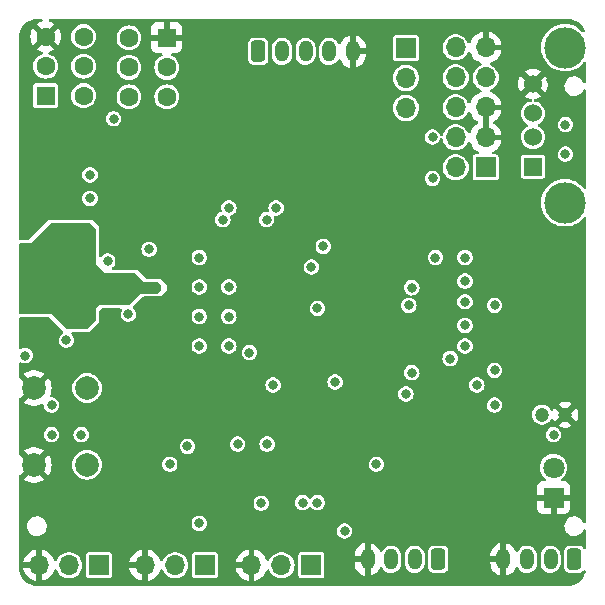
<source format=gbr>
%TF.GenerationSoftware,KiCad,Pcbnew,7.0.5*%
%TF.CreationDate,2023-08-23T03:28:24+02:00*%
%TF.ProjectId,STM32_DevBoard,53544d33-325f-4446-9576-426f6172642e,rev?*%
%TF.SameCoordinates,Original*%
%TF.FileFunction,Copper,L3,Inr*%
%TF.FilePolarity,Positive*%
%FSLAX46Y46*%
G04 Gerber Fmt 4.6, Leading zero omitted, Abs format (unit mm)*
G04 Created by KiCad (PCBNEW 7.0.5) date 2023-08-23 03:28:24*
%MOMM*%
%LPD*%
G01*
G04 APERTURE LIST*
G04 Aperture macros list*
%AMRoundRect*
0 Rectangle with rounded corners*
0 $1 Rounding radius*
0 $2 $3 $4 $5 $6 $7 $8 $9 X,Y pos of 4 corners*
0 Add a 4 corners polygon primitive as box body*
4,1,4,$2,$3,$4,$5,$6,$7,$8,$9,$2,$3,0*
0 Add four circle primitives for the rounded corners*
1,1,$1+$1,$2,$3*
1,1,$1+$1,$4,$5*
1,1,$1+$1,$6,$7*
1,1,$1+$1,$8,$9*
0 Add four rect primitives between the rounded corners*
20,1,$1+$1,$2,$3,$4,$5,0*
20,1,$1+$1,$4,$5,$6,$7,0*
20,1,$1+$1,$6,$7,$8,$9,0*
20,1,$1+$1,$8,$9,$2,$3,0*%
G04 Aperture macros list end*
%TA.AperFunction,ComponentPad*%
%ADD10R,1.524000X1.524000*%
%TD*%
%TA.AperFunction,ComponentPad*%
%ADD11C,1.524000*%
%TD*%
%TA.AperFunction,ComponentPad*%
%ADD12C,3.500000*%
%TD*%
%TA.AperFunction,ComponentPad*%
%ADD13RoundRect,0.250000X-0.350000X-0.650000X0.350000X-0.650000X0.350000X0.650000X-0.350000X0.650000X0*%
%TD*%
%TA.AperFunction,ComponentPad*%
%ADD14O,1.200000X1.800000*%
%TD*%
%TA.AperFunction,ComponentPad*%
%ADD15RoundRect,0.250000X0.350000X0.650000X-0.350000X0.650000X-0.350000X-0.650000X0.350000X-0.650000X0*%
%TD*%
%TA.AperFunction,ComponentPad*%
%ADD16C,1.800000*%
%TD*%
%TA.AperFunction,ComponentPad*%
%ADD17R,1.800000X1.800000*%
%TD*%
%TA.AperFunction,ComponentPad*%
%ADD18R,1.600000X1.600000*%
%TD*%
%TA.AperFunction,ComponentPad*%
%ADD19C,1.600000*%
%TD*%
%TA.AperFunction,ComponentPad*%
%ADD20R,1.700000X1.700000*%
%TD*%
%TA.AperFunction,ComponentPad*%
%ADD21O,1.700000X1.700000*%
%TD*%
%TA.AperFunction,ComponentPad*%
%ADD22C,1.200000*%
%TD*%
%TA.AperFunction,ComponentPad*%
%ADD23C,2.000000*%
%TD*%
%TA.AperFunction,ViaPad*%
%ADD24C,0.800000*%
%TD*%
G04 APERTURE END LIST*
D10*
%TO.N,+5V*%
%TO.C,J5*%
X174000000Y-78300000D03*
D11*
%TO.N,/Connectors/USB_D-*%
X174000000Y-75800000D03*
%TO.N,/Connectors/USB_D+*%
X174000000Y-73800000D03*
%TO.N,GND*%
X174000000Y-71300000D03*
D12*
%TO.N,unconnected-(J5-Shield-Pad5)*%
X176710000Y-81370000D03*
X176710000Y-68230000D03*
%TD*%
D13*
%TO.N,+3V3*%
%TO.C,J8*%
X150750000Y-68550000D03*
D14*
%TO.N,/Connectors/SPI_MOSI*%
X152750000Y-68550000D03*
%TO.N,Net-(D8-A2)*%
X154750000Y-68550000D03*
%TO.N,Net-(D9-A2)*%
X156750000Y-68550000D03*
%TO.N,GND*%
X158750000Y-68550000D03*
%TD*%
D15*
%TO.N,+3V3*%
%TO.C,J1*%
X177500000Y-111550000D03*
D14*
%TO.N,/Connectors/CAN+*%
X175500000Y-111550000D03*
%TO.N,/Connectors/CAN-*%
X173500000Y-111550000D03*
%TO.N,GND*%
X171500000Y-111550000D03*
%TD*%
%TO.N,GND*%
%TO.C,J10*%
X160000000Y-111550000D03*
%TO.N,/Connectors/I2C_SDA*%
X162000000Y-111550000D03*
%TO.N,Net-(D18-A2)*%
X164000000Y-111550000D03*
D15*
%TO.N,+3V3*%
X166000000Y-111550000D03*
%TD*%
D16*
%TO.N,Net-(D2-A)*%
%TO.C,D2*%
X175750000Y-103785000D03*
D17*
%TO.N,GND*%
X175750000Y-106325000D03*
%TD*%
D18*
%TO.N,+3V3*%
%TO.C,SW3*%
X132750000Y-72300000D03*
D19*
%TO.N,/MCU/EEPROM_WP_SW*%
X132750000Y-69800000D03*
%TO.N,GND*%
X132750000Y-67300000D03*
%TO.N,N/C*%
X135950000Y-72300000D03*
X135950000Y-69800000D03*
X135950000Y-67300000D03*
%TD*%
D18*
%TO.N,GND*%
%TO.C,SW1*%
X143000000Y-67392500D03*
D19*
%TO.N,Net-(SW1-B)*%
X143000000Y-69892500D03*
%TO.N,+3V3*%
X143000000Y-72392500D03*
%TO.N,N/C*%
X139800000Y-67392500D03*
X139800000Y-69892500D03*
X139800000Y-72392500D03*
%TD*%
D20*
%TO.N,+3V3*%
%TO.C,J3*%
X146250000Y-112050000D03*
D21*
%TO.N,Net-(D7-A2)*%
X143710000Y-112050000D03*
%TO.N,GND*%
X141170000Y-112050000D03*
%TD*%
D22*
%TO.N,+3V3*%
%TO.C,C14*%
X174750000Y-99300000D03*
%TO.N,GND*%
X176750000Y-99300000D03*
%TD*%
D23*
%TO.N,GND*%
%TO.C,SW2*%
X131750000Y-103550000D03*
X131750000Y-97050000D03*
%TO.N,/MCU/NRST*%
X136250000Y-103550000D03*
X136250000Y-97050000D03*
%TD*%
D20*
%TO.N,+3V3*%
%TO.C,J6*%
X170000000Y-78375000D03*
D21*
%TO.N,/MCU/SWDIO*%
X167460000Y-78375000D03*
%TO.N,GND*%
X170000000Y-75835000D03*
%TO.N,/MCU/SWCLK*%
X167460000Y-75835000D03*
%TO.N,GND*%
X170000000Y-73295000D03*
%TO.N,/MCU/SWO*%
X167460000Y-73295000D03*
%TO.N,unconnected-(J6-Pin_7-Pad7)*%
X170000000Y-70755000D03*
%TO.N,unconnected-(J6-Pin_8-Pad8)*%
X167460000Y-70755000D03*
%TO.N,GND*%
X170000000Y-68215000D03*
%TO.N,/MCU/NRST*%
X167460000Y-68215000D03*
%TD*%
D20*
%TO.N,+3V3*%
%TO.C,J12*%
X137250000Y-112050000D03*
D21*
%TO.N,Net-(D22-A2)*%
X134710000Y-112050000D03*
%TO.N,GND*%
X132170000Y-112050000D03*
%TD*%
D20*
%TO.N,+3V3*%
%TO.C,J11*%
X155250000Y-112050000D03*
D21*
%TO.N,Net-(D13-A2)*%
X152710000Y-112050000D03*
%TO.N,GND*%
X150170000Y-112050000D03*
%TD*%
D20*
%TO.N,Net-(D12-A2)*%
%TO.C,J9*%
X163250000Y-68260000D03*
D21*
%TO.N,Net-(D11-A2)*%
X163250000Y-70800000D03*
%TO.N,Net-(D10-A2)*%
X163250000Y-73340000D03*
%TD*%
D24*
%TO.N,GND*%
X163750000Y-77250000D03*
X147500000Y-109750000D03*
X154000000Y-109500000D03*
X170300000Y-81150000D03*
X170300000Y-83224500D03*
%TO.N,+3V3*%
X176750000Y-74750000D03*
X145750000Y-88500000D03*
X143250000Y-103500000D03*
X163750000Y-88550000D03*
X168250000Y-88000000D03*
X152000000Y-96800000D03*
X135750000Y-101000000D03*
X160750000Y-103500000D03*
X169250000Y-96800000D03*
X133250000Y-101000000D03*
X170750000Y-98500000D03*
X176750000Y-77250000D03*
X145750000Y-108500000D03*
X156250000Y-85050000D03*
X145750000Y-86000000D03*
X154500000Y-106750000D03*
X144750000Y-102000000D03*
X133250000Y-98500000D03*
X138000000Y-86300000D03*
X168250000Y-91750000D03*
X170750000Y-95550000D03*
X168250000Y-86000000D03*
X165750000Y-86000000D03*
X157250000Y-96550000D03*
X136500000Y-79000000D03*
X155750000Y-106750000D03*
X148250000Y-91000000D03*
X136500000Y-81000000D03*
X170750000Y-90050000D03*
X138500000Y-74250000D03*
X168250000Y-89750000D03*
X175750000Y-101000000D03*
X131000000Y-94300000D03*
X141500000Y-85300000D03*
X145750000Y-93500000D03*
X167000000Y-94550000D03*
X134500000Y-93000000D03*
X145750000Y-91000000D03*
X148250000Y-88500000D03*
X168250000Y-93500000D03*
X151500000Y-101800000D03*
X148250000Y-93500000D03*
%TO.N,GND*%
X158079977Y-107950000D03*
X156750000Y-70800000D03*
X174500000Y-95550000D03*
X135000000Y-81800000D03*
X131500000Y-79050000D03*
X149500000Y-92250000D03*
X134500000Y-97250000D03*
X147000000Y-92250000D03*
X143250000Y-101800000D03*
X151000000Y-88500000D03*
X134500000Y-67250000D03*
X175500000Y-71000000D03*
X131750000Y-90050000D03*
X158750000Y-88800000D03*
X155750000Y-89050000D03*
X172250000Y-67550000D03*
X149500000Y-87250000D03*
X159750000Y-95800000D03*
X164250000Y-75800000D03*
X174500000Y-93800000D03*
X139000000Y-103800000D03*
X172250000Y-73050000D03*
X158750000Y-70800000D03*
X131000000Y-92300000D03*
X134500000Y-99750000D03*
X150500000Y-108750000D03*
X174500000Y-90050000D03*
X163250000Y-98800000D03*
X131500000Y-81800000D03*
X134500000Y-69750000D03*
X150250000Y-101800000D03*
X168250000Y-104800000D03*
X144500000Y-87250000D03*
X134000000Y-90300000D03*
X132750000Y-84550000D03*
X162000000Y-84750000D03*
X149750000Y-106745023D03*
X147000000Y-87250000D03*
X134500000Y-104750000D03*
X137000000Y-99750000D03*
X172000000Y-97250000D03*
X174500000Y-102250000D03*
X135000000Y-79050000D03*
X169500000Y-99750000D03*
X175500000Y-76000000D03*
X138750000Y-108750000D03*
X170500000Y-103750000D03*
X172750000Y-91800000D03*
X156250000Y-83800000D03*
X174500000Y-84750000D03*
X169250000Y-98050000D03*
X150749999Y-90999999D03*
X172750000Y-93800000D03*
X164100000Y-94550000D03*
X177000000Y-84750000D03*
X138000000Y-84300000D03*
X146250000Y-66250000D03*
X132000000Y-106750000D03*
X152750000Y-101800000D03*
X134969669Y-77830331D03*
X175500000Y-73500000D03*
X174000000Y-69550000D03*
X131250000Y-83800000D03*
X138000000Y-71000000D03*
X131500000Y-80300000D03*
X167000000Y-87250000D03*
X174500000Y-91800000D03*
X134000000Y-83800000D03*
X154750000Y-70800000D03*
X170000000Y-109050000D03*
X168250000Y-103800000D03*
X142000000Y-107300000D03*
X175750000Y-109050000D03*
X161250000Y-70800000D03*
X163050000Y-108380000D03*
X164500000Y-82250000D03*
X137000000Y-74250000D03*
X160750000Y-96750000D03*
X167000000Y-92800000D03*
X172250000Y-69550000D03*
X134500000Y-102250000D03*
X165500000Y-80550000D03*
X144500000Y-104750000D03*
X135000000Y-80300000D03*
X161500000Y-82800000D03*
X142000000Y-104750000D03*
X149500000Y-67250000D03*
X143250000Y-91000000D03*
X144500000Y-92250000D03*
X138000000Y-68750000D03*
X172250000Y-71300000D03*
X172750000Y-90050000D03*
X165250000Y-66750000D03*
X132000000Y-99750000D03*
X152750000Y-70800000D03*
X167000000Y-88762500D03*
X143250000Y-82550000D03*
X172750000Y-95550000D03*
X177000000Y-102250000D03*
X167000000Y-90750000D03*
X164500000Y-87250000D03*
X135750000Y-107300000D03*
X155250000Y-101800000D03*
X150750000Y-70800000D03*
X154000000Y-101800000D03*
X152000000Y-67250000D03*
X137500000Y-92300000D03*
%TO.N,/MCU/NRST*%
X139750000Y-90800000D03*
%TO.N,/Connectors/I2C_SDA*%
X158050000Y-109150000D03*
X149000000Y-101800000D03*
X151000000Y-106800000D03*
X150000000Y-94050000D03*
%TO.N,/MCU/SWDIO*%
X155250000Y-86800000D03*
%TO.N,/MCU/SWO*%
X165499996Y-75800000D03*
X165500000Y-79300000D03*
%TO.N,/Connectors/SPI_NSS1*%
X148250000Y-81800000D03*
X152250000Y-81800000D03*
%TO.N,/Connectors/SPI_NSS2*%
X147750000Y-82800000D03*
X151450000Y-82800000D03*
%TO.N,/MCU/IMU_INT*%
X163500000Y-90050000D03*
X155750000Y-90300000D03*
%TO.N,/Sensors/AUX_SDA*%
X163750000Y-95750000D03*
X163250000Y-97550000D03*
%TD*%
%TA.AperFunction,Conductor*%
%TO.N,GND*%
G36*
X170250000Y-75399498D02*
G01*
X170142315Y-75350320D01*
X170035763Y-75335000D01*
X169964237Y-75335000D01*
X169857685Y-75350320D01*
X169750000Y-75399498D01*
X169750000Y-73730501D01*
X169857685Y-73779680D01*
X169964237Y-73795000D01*
X170035763Y-73795000D01*
X170142315Y-73779680D01*
X170250000Y-73730501D01*
X170250000Y-75399498D01*
G37*
%TD.AperFunction*%
%TA.AperFunction,Conductor*%
G36*
X132448559Y-65820185D02*
G01*
X132494314Y-65872989D01*
X132504258Y-65942147D01*
X132475233Y-66005703D01*
X132416455Y-66043477D01*
X132413613Y-66044275D01*
X132303682Y-66073730D01*
X132303673Y-66073734D01*
X132097513Y-66169868D01*
X132024527Y-66220972D01*
X132024526Y-66220973D01*
X132705600Y-66902046D01*
X132624852Y-66914835D01*
X132511955Y-66972359D01*
X132422359Y-67061955D01*
X132364835Y-67174852D01*
X132352046Y-67255599D01*
X131670973Y-66574526D01*
X131670972Y-66574527D01*
X131619868Y-66647513D01*
X131523734Y-66853673D01*
X131523730Y-66853682D01*
X131464860Y-67073389D01*
X131464858Y-67073400D01*
X131445034Y-67299997D01*
X131445034Y-67300002D01*
X131464858Y-67526599D01*
X131464860Y-67526610D01*
X131523730Y-67746317D01*
X131523734Y-67746326D01*
X131619865Y-67952481D01*
X131619866Y-67952483D01*
X131670973Y-68025471D01*
X131670974Y-68025472D01*
X132352046Y-67344399D01*
X132364835Y-67425148D01*
X132422359Y-67538045D01*
X132511955Y-67627641D01*
X132624852Y-67685165D01*
X132705599Y-67697953D01*
X132024526Y-68379025D01*
X132024526Y-68379026D01*
X132097512Y-68430131D01*
X132097516Y-68430133D01*
X132303673Y-68526265D01*
X132303682Y-68526269D01*
X132429240Y-68559912D01*
X132488901Y-68596277D01*
X132519430Y-68659124D01*
X132511135Y-68728499D01*
X132466650Y-68782377D01*
X132433144Y-68798347D01*
X132398828Y-68808757D01*
X132346042Y-68824769D01*
X132212570Y-68896113D01*
X132163550Y-68922315D01*
X132163548Y-68922316D01*
X132163547Y-68922317D01*
X132003589Y-69053589D01*
X131875866Y-69209223D01*
X131872315Y-69213550D01*
X131848221Y-69258627D01*
X131774769Y-69396043D01*
X131714699Y-69594067D01*
X131694417Y-69800000D01*
X131714699Y-70005932D01*
X131742759Y-70098432D01*
X131774768Y-70203954D01*
X131872315Y-70386450D01*
X131906969Y-70428677D01*
X132003589Y-70546410D01*
X132071098Y-70601812D01*
X132163550Y-70677685D01*
X132346046Y-70775232D01*
X132544066Y-70835300D01*
X132544065Y-70835300D01*
X132562529Y-70837118D01*
X132750000Y-70855583D01*
X132955934Y-70835300D01*
X133153954Y-70775232D01*
X133336450Y-70677685D01*
X133496410Y-70546410D01*
X133627685Y-70386450D01*
X133725232Y-70203954D01*
X133785300Y-70005934D01*
X133805583Y-69800000D01*
X134894417Y-69800000D01*
X134914699Y-70005932D01*
X134942759Y-70098432D01*
X134974768Y-70203954D01*
X135072315Y-70386450D01*
X135106969Y-70428677D01*
X135203589Y-70546410D01*
X135271098Y-70601812D01*
X135363550Y-70677685D01*
X135546046Y-70775232D01*
X135744066Y-70835300D01*
X135744065Y-70835300D01*
X135762529Y-70837118D01*
X135950000Y-70855583D01*
X136155934Y-70835300D01*
X136353954Y-70775232D01*
X136536450Y-70677685D01*
X136696410Y-70546410D01*
X136827685Y-70386450D01*
X136925232Y-70203954D01*
X136985300Y-70005934D01*
X136996473Y-69892499D01*
X138744417Y-69892499D01*
X138764699Y-70098432D01*
X138768081Y-70109580D01*
X138824768Y-70296454D01*
X138922315Y-70478950D01*
X138922317Y-70478952D01*
X139053589Y-70638910D01*
X139113483Y-70688063D01*
X139213550Y-70770185D01*
X139396046Y-70867732D01*
X139594066Y-70927800D01*
X139594065Y-70927800D01*
X139612529Y-70929618D01*
X139800000Y-70948083D01*
X140005934Y-70927800D01*
X140203954Y-70867732D01*
X140386450Y-70770185D01*
X140546410Y-70638910D01*
X140677685Y-70478950D01*
X140775232Y-70296454D01*
X140835300Y-70098434D01*
X140855583Y-69892500D01*
X140835300Y-69686566D01*
X140775232Y-69488546D01*
X140677685Y-69306050D01*
X140601770Y-69213547D01*
X140546410Y-69146089D01*
X140428677Y-69049469D01*
X140386450Y-69014815D01*
X140203954Y-68917268D01*
X140005934Y-68857200D01*
X140005932Y-68857199D01*
X140005934Y-68857199D01*
X139800000Y-68836917D01*
X139594067Y-68857199D01*
X139396043Y-68917269D01*
X139285897Y-68976143D01*
X139213550Y-69014815D01*
X139213548Y-69014816D01*
X139213547Y-69014817D01*
X139053589Y-69146089D01*
X138922317Y-69306047D01*
X138922315Y-69306050D01*
X138917264Y-69315500D01*
X138824769Y-69488543D01*
X138764699Y-69686567D01*
X138744417Y-69892499D01*
X136996473Y-69892499D01*
X137005583Y-69800000D01*
X136985300Y-69594066D01*
X136925232Y-69396046D01*
X136827685Y-69213550D01*
X136732019Y-69096980D01*
X136696410Y-69053589D01*
X136536452Y-68922317D01*
X136536453Y-68922317D01*
X136536450Y-68922315D01*
X136353954Y-68824768D01*
X136155934Y-68764700D01*
X136155932Y-68764699D01*
X136155934Y-68764699D01*
X135950000Y-68744417D01*
X135744067Y-68764699D01*
X135546043Y-68824769D01*
X135448524Y-68876895D01*
X135363550Y-68922315D01*
X135363548Y-68922316D01*
X135363547Y-68922317D01*
X135203589Y-69053589D01*
X135075866Y-69209223D01*
X135072315Y-69213550D01*
X135048221Y-69258627D01*
X134974769Y-69396043D01*
X134914699Y-69594067D01*
X134894417Y-69800000D01*
X133805583Y-69800000D01*
X133785300Y-69594066D01*
X133725232Y-69396046D01*
X133627685Y-69213550D01*
X133532019Y-69096980D01*
X133496410Y-69053589D01*
X133336452Y-68922317D01*
X133336453Y-68922317D01*
X133336450Y-68922315D01*
X133153954Y-68824768D01*
X133066856Y-68798347D01*
X133008418Y-68760050D01*
X132979962Y-68696238D01*
X132990522Y-68627171D01*
X133036746Y-68574777D01*
X133070759Y-68559912D01*
X133196317Y-68526269D01*
X133196331Y-68526264D01*
X133402478Y-68430136D01*
X133475472Y-68379025D01*
X132794401Y-67697953D01*
X132875148Y-67685165D01*
X132988045Y-67627641D01*
X133077641Y-67538045D01*
X133135165Y-67425148D01*
X133147953Y-67344400D01*
X133829025Y-68025472D01*
X133880136Y-67952478D01*
X133976264Y-67746331D01*
X133976269Y-67746317D01*
X134035139Y-67526610D01*
X134035141Y-67526599D01*
X134054966Y-67300002D01*
X134054966Y-67299999D01*
X134894417Y-67299999D01*
X134914699Y-67505932D01*
X134925609Y-67541898D01*
X134974768Y-67703954D01*
X135072315Y-67886450D01*
X135075868Y-67890779D01*
X135203589Y-68046410D01*
X135227570Y-68066090D01*
X135363550Y-68177685D01*
X135546046Y-68275232D01*
X135744066Y-68335300D01*
X135744065Y-68335300D01*
X135762529Y-68337118D01*
X135950000Y-68355583D01*
X136155934Y-68335300D01*
X136353954Y-68275232D01*
X136536450Y-68177685D01*
X136696410Y-68046410D01*
X136827685Y-67886450D01*
X136925232Y-67703954D01*
X136985300Y-67505934D01*
X136996472Y-67392500D01*
X138744417Y-67392500D01*
X138764699Y-67598432D01*
X138782669Y-67657671D01*
X138824768Y-67796454D01*
X138922315Y-67978950D01*
X138922317Y-67978952D01*
X139053589Y-68138910D01*
X139132760Y-68203883D01*
X139213550Y-68270185D01*
X139396046Y-68367732D01*
X139594066Y-68427800D01*
X139594065Y-68427800D01*
X139612529Y-68429618D01*
X139800000Y-68448083D01*
X140005934Y-68427800D01*
X140203954Y-68367732D01*
X140386450Y-68270185D01*
X140422812Y-68240344D01*
X141700000Y-68240344D01*
X141706401Y-68299872D01*
X141706403Y-68299879D01*
X141756645Y-68434586D01*
X141756649Y-68434593D01*
X141842809Y-68549687D01*
X141842812Y-68549690D01*
X141957906Y-68635850D01*
X141957913Y-68635854D01*
X142092620Y-68686096D01*
X142092627Y-68686098D01*
X142152155Y-68692499D01*
X142152172Y-68692500D01*
X142521521Y-68692500D01*
X142588560Y-68712185D01*
X142634315Y-68764989D01*
X142644259Y-68834147D01*
X142615234Y-68897703D01*
X142579974Y-68925858D01*
X142413550Y-69014815D01*
X142413548Y-69014816D01*
X142413547Y-69014817D01*
X142253589Y-69146089D01*
X142122317Y-69306047D01*
X142122315Y-69306050D01*
X142117264Y-69315500D01*
X142024769Y-69488543D01*
X141964699Y-69686567D01*
X141944417Y-69892499D01*
X141964699Y-70098432D01*
X141968081Y-70109580D01*
X142024768Y-70296454D01*
X142122315Y-70478950D01*
X142122317Y-70478952D01*
X142253589Y-70638910D01*
X142313483Y-70688063D01*
X142413550Y-70770185D01*
X142596046Y-70867732D01*
X142794066Y-70927800D01*
X142794065Y-70927800D01*
X142812529Y-70929618D01*
X143000000Y-70948083D01*
X143205934Y-70927800D01*
X143403954Y-70867732D01*
X143530671Y-70800000D01*
X162144785Y-70800000D01*
X162163602Y-71003082D01*
X162219417Y-71199247D01*
X162219422Y-71199260D01*
X162310327Y-71381821D01*
X162433237Y-71544581D01*
X162583958Y-71681980D01*
X162583960Y-71681982D01*
X162643952Y-71719127D01*
X162757363Y-71789348D01*
X162947544Y-71863024D01*
X163148024Y-71900500D01*
X163148026Y-71900500D01*
X163351974Y-71900500D01*
X163351976Y-71900500D01*
X163552456Y-71863024D01*
X163742637Y-71789348D01*
X163916041Y-71681981D01*
X164044122Y-71565219D01*
X164066762Y-71544581D01*
X164066764Y-71544579D01*
X164189673Y-71381821D01*
X164280582Y-71199250D01*
X164336397Y-71003083D01*
X164355215Y-70800000D01*
X164351045Y-70755000D01*
X166354785Y-70755000D01*
X166373602Y-70958082D01*
X166429417Y-71154247D01*
X166429422Y-71154260D01*
X166520327Y-71336821D01*
X166643237Y-71499581D01*
X166793958Y-71636980D01*
X166793960Y-71636982D01*
X166866638Y-71681982D01*
X166967363Y-71744348D01*
X167157544Y-71818024D01*
X167358024Y-71855500D01*
X167358026Y-71855500D01*
X167561974Y-71855500D01*
X167561976Y-71855500D01*
X167762456Y-71818024D01*
X167952637Y-71744348D01*
X168126041Y-71636981D01*
X168276764Y-71499579D01*
X168399673Y-71336821D01*
X168490582Y-71154250D01*
X168546397Y-70958083D01*
X168565215Y-70755000D01*
X168564331Y-70745465D01*
X168546397Y-70551917D01*
X168503386Y-70400752D01*
X168490582Y-70355750D01*
X168399673Y-70173179D01*
X168340704Y-70095091D01*
X168276762Y-70010418D01*
X168126041Y-69873019D01*
X168126039Y-69873017D01*
X167952642Y-69765655D01*
X167952635Y-69765651D01*
X167838321Y-69721366D01*
X167762456Y-69691976D01*
X167561976Y-69654500D01*
X167358024Y-69654500D01*
X167157544Y-69691976D01*
X167157541Y-69691976D01*
X167157541Y-69691977D01*
X166967364Y-69765651D01*
X166967357Y-69765655D01*
X166793960Y-69873017D01*
X166793958Y-69873019D01*
X166643237Y-70010418D01*
X166520327Y-70173178D01*
X166429422Y-70355739D01*
X166429417Y-70355752D01*
X166373602Y-70551917D01*
X166354785Y-70754999D01*
X166354785Y-70755000D01*
X164351045Y-70755000D01*
X164336397Y-70596917D01*
X164280582Y-70400750D01*
X164273462Y-70386452D01*
X164204650Y-70248257D01*
X164189673Y-70218179D01*
X164066764Y-70055421D01*
X164066762Y-70055418D01*
X163916041Y-69918019D01*
X163916039Y-69918017D01*
X163742642Y-69810655D01*
X163742635Y-69810651D01*
X163647546Y-69773814D01*
X163552456Y-69736976D01*
X163351976Y-69699500D01*
X163148024Y-69699500D01*
X162947544Y-69736976D01*
X162947541Y-69736976D01*
X162947541Y-69736977D01*
X162757364Y-69810651D01*
X162757357Y-69810655D01*
X162583960Y-69918017D01*
X162583958Y-69918019D01*
X162433237Y-70055418D01*
X162310327Y-70218178D01*
X162219422Y-70400739D01*
X162219417Y-70400752D01*
X162163602Y-70596917D01*
X162144785Y-70799999D01*
X162144785Y-70800000D01*
X143530671Y-70800000D01*
X143586450Y-70770185D01*
X143746410Y-70638910D01*
X143877685Y-70478950D01*
X143975232Y-70296454D01*
X144035300Y-70098434D01*
X144055583Y-69892500D01*
X144035300Y-69686566D01*
X143975232Y-69488546D01*
X143877685Y-69306050D01*
X143829938Y-69247870D01*
X149899500Y-69247870D01*
X149899501Y-69247876D01*
X149905908Y-69307483D01*
X149956202Y-69442328D01*
X149956206Y-69442335D01*
X150042452Y-69557544D01*
X150042455Y-69557547D01*
X150157664Y-69643793D01*
X150157671Y-69643797D01*
X150292517Y-69694091D01*
X150292516Y-69694091D01*
X150293949Y-69694245D01*
X150352127Y-69700500D01*
X151147872Y-69700499D01*
X151207483Y-69694091D01*
X151342331Y-69643796D01*
X151457546Y-69557546D01*
X151543796Y-69442331D01*
X151594091Y-69307483D01*
X151600500Y-69247873D01*
X151600500Y-68896116D01*
X151899500Y-68896116D01*
X151914486Y-69033911D01*
X151932065Y-69086082D01*
X151973055Y-69207735D01*
X151973557Y-69209223D01*
X151973558Y-69209225D01*
X151996818Y-69247883D01*
X152064576Y-69360500D01*
X152068931Y-69367737D01*
X152068932Y-69367738D01*
X152196149Y-69502040D01*
X152206568Y-69509104D01*
X152349270Y-69605858D01*
X152349273Y-69605859D01*
X152349276Y-69605861D01*
X152503950Y-69667488D01*
X152521125Y-69674331D01*
X152703683Y-69704260D01*
X152888407Y-69694245D01*
X152888411Y-69694244D01*
X153066656Y-69644755D01*
X153066656Y-69644754D01*
X153066659Y-69644754D01*
X153230104Y-69558100D01*
X153371100Y-69438337D01*
X153483054Y-69291064D01*
X153560732Y-69123167D01*
X153600500Y-68942497D01*
X153600500Y-68896116D01*
X153899500Y-68896116D01*
X153914486Y-69033911D01*
X153932065Y-69086082D01*
X153973055Y-69207735D01*
X153973557Y-69209223D01*
X153973558Y-69209225D01*
X153996818Y-69247883D01*
X154064576Y-69360500D01*
X154068931Y-69367737D01*
X154068932Y-69367738D01*
X154196149Y-69502040D01*
X154206568Y-69509104D01*
X154349270Y-69605858D01*
X154349273Y-69605859D01*
X154349276Y-69605861D01*
X154503950Y-69667488D01*
X154521125Y-69674331D01*
X154703683Y-69704260D01*
X154888407Y-69694245D01*
X154888411Y-69694244D01*
X155066656Y-69644755D01*
X155066656Y-69644754D01*
X155066659Y-69644754D01*
X155230104Y-69558100D01*
X155371100Y-69438337D01*
X155483054Y-69291064D01*
X155560732Y-69123167D01*
X155600500Y-68942497D01*
X155600500Y-68896116D01*
X155899500Y-68896116D01*
X155914486Y-69033911D01*
X155932065Y-69086082D01*
X155973055Y-69207735D01*
X155973557Y-69209223D01*
X155973558Y-69209225D01*
X155996818Y-69247883D01*
X156064576Y-69360500D01*
X156068931Y-69367737D01*
X156068932Y-69367738D01*
X156196149Y-69502040D01*
X156206568Y-69509104D01*
X156349270Y-69605858D01*
X156349273Y-69605859D01*
X156349276Y-69605861D01*
X156503950Y-69667488D01*
X156521125Y-69674331D01*
X156703683Y-69704260D01*
X156888407Y-69694245D01*
X156888411Y-69694244D01*
X157066656Y-69644755D01*
X157066656Y-69644754D01*
X157066659Y-69644754D01*
X157230104Y-69558100D01*
X157371100Y-69438337D01*
X157483054Y-69291064D01*
X157498062Y-69258624D01*
X157544074Y-69206048D01*
X157611209Y-69186693D01*
X157678151Y-69206707D01*
X157720415Y-69255969D01*
X157721444Y-69255439D01*
X157820413Y-69447414D01*
X157950268Y-69612537D01*
X157950271Y-69612540D01*
X158109030Y-69750105D01*
X158109041Y-69750114D01*
X158290960Y-69855144D01*
X158290967Y-69855147D01*
X158489487Y-69923856D01*
X158500000Y-69925367D01*
X158500000Y-68865686D01*
X158511955Y-68877641D01*
X158624852Y-68935165D01*
X158718519Y-68950000D01*
X158781481Y-68950000D01*
X158875148Y-68935165D01*
X158988045Y-68877641D01*
X159000000Y-68865686D01*
X159000000Y-69921257D01*
X159111409Y-69894229D01*
X159302507Y-69806959D01*
X159473619Y-69685110D01*
X159473625Y-69685104D01*
X159618592Y-69533067D01*
X159732166Y-69356342D01*
X159810244Y-69161314D01*
X159815378Y-69134676D01*
X162149499Y-69134676D01*
X162149500Y-69134678D01*
X162164032Y-69207735D01*
X162164033Y-69207739D01*
X162165025Y-69209223D01*
X162219399Y-69290601D01*
X162256664Y-69315500D01*
X162302260Y-69345966D01*
X162302264Y-69345967D01*
X162375321Y-69360499D01*
X162375324Y-69360500D01*
X162375326Y-69360500D01*
X164124676Y-69360500D01*
X164124677Y-69360499D01*
X164197740Y-69345966D01*
X164280601Y-69290601D01*
X164335966Y-69207740D01*
X164350500Y-69134674D01*
X164350500Y-67385326D01*
X164350500Y-67385323D01*
X164350499Y-67385321D01*
X164335967Y-67312264D01*
X164335966Y-67312260D01*
X164329253Y-67302213D01*
X164280601Y-67229399D01*
X164216496Y-67186566D01*
X164197739Y-67174033D01*
X164197735Y-67174032D01*
X164124677Y-67159500D01*
X164124674Y-67159500D01*
X162375326Y-67159500D01*
X162375323Y-67159500D01*
X162302264Y-67174032D01*
X162302260Y-67174033D01*
X162219399Y-67229399D01*
X162164033Y-67312260D01*
X162164032Y-67312264D01*
X162149500Y-67385321D01*
X162149499Y-67385323D01*
X162149499Y-69134676D01*
X159815378Y-69134676D01*
X159850000Y-68955037D01*
X159850000Y-68800000D01*
X159065686Y-68800000D01*
X159077641Y-68788045D01*
X159135165Y-68675148D01*
X159154986Y-68550000D01*
X159135165Y-68424852D01*
X159077641Y-68311955D01*
X159065686Y-68300000D01*
X159850000Y-68300000D01*
X159850000Y-68197601D01*
X159835034Y-68040877D01*
X159835033Y-68040873D01*
X159775850Y-67839313D01*
X159679586Y-67652585D01*
X159549731Y-67487462D01*
X159549728Y-67487459D01*
X159390969Y-67349894D01*
X159390958Y-67349885D01*
X159209039Y-67244855D01*
X159209032Y-67244852D01*
X159010516Y-67176144D01*
X159000000Y-67174632D01*
X159000000Y-68234314D01*
X158988045Y-68222359D01*
X158875148Y-68164835D01*
X158781481Y-68150000D01*
X158718519Y-68150000D01*
X158624852Y-68164835D01*
X158511955Y-68222359D01*
X158500000Y-68234314D01*
X158500000Y-67178740D01*
X158499999Y-67178740D01*
X158388594Y-67205768D01*
X158388582Y-67205772D01*
X158197497Y-67293037D01*
X158197496Y-67293038D01*
X158026380Y-67414889D01*
X158026374Y-67414895D01*
X157881407Y-67566932D01*
X157767832Y-67743659D01*
X157728756Y-67841266D01*
X157685566Y-67896187D01*
X157619539Y-67919039D01*
X157551638Y-67902566D01*
X157507389Y-67859108D01*
X157476335Y-67807497D01*
X157431070Y-67732264D01*
X157400508Y-67700000D01*
X157303850Y-67597959D01*
X157230947Y-67548530D01*
X157150730Y-67494142D01*
X157150727Y-67494140D01*
X157150723Y-67494138D01*
X156978877Y-67425669D01*
X156905851Y-67413697D01*
X156796317Y-67395740D01*
X156796314Y-67395740D01*
X156611593Y-67405755D01*
X156611588Y-67405755D01*
X156433343Y-67455244D01*
X156433337Y-67455247D01*
X156269897Y-67541898D01*
X156128900Y-67661662D01*
X156016946Y-67808936D01*
X155939268Y-67976832D01*
X155939266Y-67976836D01*
X155899500Y-68157502D01*
X155899500Y-68896116D01*
X155600500Y-68896116D01*
X155600500Y-68203887D01*
X155585514Y-68066090D01*
X155526444Y-67890779D01*
X155431070Y-67732264D01*
X155400508Y-67700000D01*
X155303850Y-67597959D01*
X155230947Y-67548530D01*
X155150730Y-67494142D01*
X155150727Y-67494140D01*
X155150723Y-67494138D01*
X154978877Y-67425669D01*
X154905851Y-67413697D01*
X154796317Y-67395740D01*
X154796314Y-67395740D01*
X154611593Y-67405755D01*
X154611588Y-67405755D01*
X154433343Y-67455244D01*
X154433337Y-67455247D01*
X154269897Y-67541898D01*
X154128900Y-67661662D01*
X154016946Y-67808936D01*
X153939268Y-67976832D01*
X153939266Y-67976836D01*
X153899500Y-68157502D01*
X153899500Y-68896116D01*
X153600500Y-68896116D01*
X153600500Y-68203887D01*
X153585514Y-68066090D01*
X153526444Y-67890779D01*
X153431070Y-67732264D01*
X153400508Y-67700000D01*
X153303850Y-67597959D01*
X153230947Y-67548530D01*
X153150730Y-67494142D01*
X153150727Y-67494140D01*
X153150723Y-67494138D01*
X152978877Y-67425669D01*
X152905851Y-67413697D01*
X152796317Y-67395740D01*
X152796314Y-67395740D01*
X152611593Y-67405755D01*
X152611588Y-67405755D01*
X152433343Y-67455244D01*
X152433337Y-67455247D01*
X152269897Y-67541898D01*
X152128900Y-67661662D01*
X152016946Y-67808936D01*
X151939268Y-67976832D01*
X151939266Y-67976836D01*
X151899500Y-68157502D01*
X151899500Y-68896116D01*
X151600500Y-68896116D01*
X151600499Y-67852128D01*
X151595299Y-67803757D01*
X151594091Y-67792516D01*
X151543797Y-67657671D01*
X151543793Y-67657664D01*
X151457547Y-67542455D01*
X151457544Y-67542452D01*
X151342335Y-67456206D01*
X151342328Y-67456202D01*
X151207482Y-67405908D01*
X151207483Y-67405908D01*
X151147883Y-67399501D01*
X151147881Y-67399500D01*
X151147873Y-67399500D01*
X151147864Y-67399500D01*
X150352129Y-67399500D01*
X150352123Y-67399501D01*
X150292516Y-67405908D01*
X150157671Y-67456202D01*
X150157664Y-67456206D01*
X150042455Y-67542452D01*
X150042452Y-67542455D01*
X149956206Y-67657664D01*
X149956202Y-67657671D01*
X149905908Y-67792517D01*
X149899501Y-67852116D01*
X149899501Y-67852123D01*
X149899500Y-67852135D01*
X149899500Y-69247870D01*
X143829938Y-69247870D01*
X143801770Y-69213547D01*
X143746410Y-69146089D01*
X143628677Y-69049469D01*
X143586450Y-69014815D01*
X143420025Y-68925858D01*
X143370181Y-68876895D01*
X143354721Y-68808757D01*
X143378553Y-68743078D01*
X143434111Y-68700709D01*
X143478479Y-68692500D01*
X143847828Y-68692500D01*
X143847844Y-68692499D01*
X143907372Y-68686098D01*
X143907379Y-68686096D01*
X144042086Y-68635854D01*
X144042093Y-68635850D01*
X144157187Y-68549690D01*
X144157190Y-68549687D01*
X144243350Y-68434593D01*
X144243354Y-68434586D01*
X144293596Y-68299879D01*
X144293598Y-68299872D01*
X144299999Y-68240344D01*
X144300000Y-68240327D01*
X144300000Y-67642500D01*
X143315686Y-67642500D01*
X143327641Y-67630545D01*
X143385165Y-67517648D01*
X143404986Y-67392500D01*
X143385165Y-67267352D01*
X143327641Y-67154455D01*
X143315686Y-67142500D01*
X144300000Y-67142500D01*
X144300000Y-66544672D01*
X144299999Y-66544655D01*
X144293598Y-66485127D01*
X144293596Y-66485120D01*
X144243354Y-66350413D01*
X144243350Y-66350406D01*
X144157190Y-66235312D01*
X144157187Y-66235309D01*
X144042093Y-66149149D01*
X144042086Y-66149145D01*
X143907379Y-66098903D01*
X143907372Y-66098901D01*
X143847844Y-66092500D01*
X143250000Y-66092500D01*
X143250000Y-67076814D01*
X143238045Y-67064859D01*
X143125148Y-67007335D01*
X143031481Y-66992500D01*
X142968519Y-66992500D01*
X142874852Y-67007335D01*
X142761955Y-67064859D01*
X142750000Y-67076814D01*
X142750000Y-66092500D01*
X142152155Y-66092500D01*
X142092627Y-66098901D01*
X142092620Y-66098903D01*
X141957913Y-66149145D01*
X141957906Y-66149149D01*
X141842812Y-66235309D01*
X141842809Y-66235312D01*
X141756649Y-66350406D01*
X141756645Y-66350413D01*
X141706403Y-66485120D01*
X141706401Y-66485127D01*
X141700000Y-66544655D01*
X141700000Y-67142500D01*
X142684314Y-67142500D01*
X142672359Y-67154455D01*
X142614835Y-67267352D01*
X142595014Y-67392500D01*
X142614835Y-67517648D01*
X142672359Y-67630545D01*
X142684314Y-67642500D01*
X141700000Y-67642500D01*
X141700000Y-68240344D01*
X140422812Y-68240344D01*
X140546410Y-68138910D01*
X140677685Y-67978950D01*
X140775232Y-67796454D01*
X140835300Y-67598434D01*
X140855583Y-67392500D01*
X140835300Y-67186566D01*
X140775232Y-66988546D01*
X140677685Y-66806050D01*
X140602356Y-66714261D01*
X140546410Y-66646089D01*
X140422810Y-66544655D01*
X140386450Y-66514815D01*
X140203954Y-66417268D01*
X140005934Y-66357200D01*
X140005932Y-66357199D01*
X140005934Y-66357199D01*
X139800000Y-66336917D01*
X139594067Y-66357199D01*
X139396043Y-66417269D01*
X139337761Y-66448422D01*
X139213550Y-66514815D01*
X139213548Y-66514816D01*
X139213547Y-66514817D01*
X139053589Y-66646089D01*
X138922317Y-66806047D01*
X138824769Y-66988543D01*
X138824768Y-66988545D01*
X138824768Y-66988546D01*
X138817898Y-67011192D01*
X138764699Y-67186567D01*
X138744417Y-67392500D01*
X136996472Y-67392500D01*
X137005583Y-67300000D01*
X136985300Y-67094066D01*
X136925232Y-66896046D01*
X136827685Y-66713550D01*
X136772322Y-66646089D01*
X136696410Y-66553589D01*
X136536452Y-66422317D01*
X136536453Y-66422317D01*
X136536450Y-66422315D01*
X136353954Y-66324768D01*
X136155934Y-66264700D01*
X136155932Y-66264699D01*
X136155934Y-66264699D01*
X135968463Y-66246235D01*
X135950000Y-66244417D01*
X135949999Y-66244417D01*
X135744067Y-66264699D01*
X135546043Y-66324769D01*
X135435898Y-66383643D01*
X135363550Y-66422315D01*
X135363548Y-66422316D01*
X135363547Y-66422317D01*
X135203589Y-66553589D01*
X135072317Y-66713547D01*
X135072315Y-66713550D01*
X135055240Y-66745495D01*
X134974769Y-66896043D01*
X134974768Y-66896045D01*
X134974768Y-66896046D01*
X134968535Y-66916594D01*
X134914699Y-67094067D01*
X134894417Y-67299999D01*
X134054966Y-67299999D01*
X134054966Y-67299997D01*
X134035141Y-67073400D01*
X134035139Y-67073389D01*
X133976269Y-66853682D01*
X133976265Y-66853673D01*
X133880133Y-66647516D01*
X133880131Y-66647512D01*
X133829026Y-66574526D01*
X133829025Y-66574526D01*
X133147953Y-67255598D01*
X133135165Y-67174852D01*
X133077641Y-67061955D01*
X132988045Y-66972359D01*
X132875148Y-66914835D01*
X132794400Y-66902046D01*
X133475472Y-66220974D01*
X133475471Y-66220973D01*
X133402483Y-66169866D01*
X133402481Y-66169865D01*
X133196326Y-66073734D01*
X133196317Y-66073730D01*
X133086387Y-66044275D01*
X133026726Y-66007910D01*
X132996197Y-65945063D01*
X133004492Y-65875688D01*
X133048977Y-65821810D01*
X133115529Y-65800535D01*
X133118480Y-65800500D01*
X176907290Y-65800500D01*
X176997786Y-65800500D01*
X177002208Y-65800657D01*
X177204561Y-65815130D01*
X177222063Y-65817647D01*
X177413797Y-65859355D01*
X177430755Y-65864334D01*
X177614609Y-65932909D01*
X177630701Y-65940259D01*
X177802904Y-66034288D01*
X177817784Y-66043849D01*
X177958447Y-66149149D01*
X177974867Y-66161441D01*
X177988237Y-66173027D01*
X178126972Y-66311762D01*
X178138558Y-66325132D01*
X178256146Y-66482210D01*
X178265711Y-66497095D01*
X178359740Y-66669298D01*
X178367089Y-66685389D01*
X178389508Y-66745495D01*
X178394493Y-66815187D01*
X178361009Y-66876510D01*
X178299686Y-66909996D01*
X178229994Y-66905012D01*
X178185646Y-66876511D01*
X178023405Y-66714270D01*
X178023387Y-66714254D01*
X177794317Y-66542775D01*
X177794309Y-66542770D01*
X177543166Y-66405635D01*
X177543167Y-66405635D01*
X177395092Y-66350406D01*
X177275046Y-66305631D01*
X177275043Y-66305630D01*
X177275037Y-66305628D01*
X176995433Y-66244804D01*
X176710001Y-66224390D01*
X176709999Y-66224390D01*
X176424566Y-66244804D01*
X176144962Y-66305628D01*
X175876833Y-66405635D01*
X175625690Y-66542770D01*
X175625682Y-66542775D01*
X175396612Y-66714254D01*
X175396594Y-66714270D01*
X175194270Y-66916594D01*
X175194254Y-66916612D01*
X175022775Y-67145682D01*
X175022770Y-67145690D01*
X174885635Y-67396833D01*
X174785628Y-67664962D01*
X174724804Y-67944566D01*
X174704390Y-68229998D01*
X174704390Y-68230001D01*
X174724804Y-68515433D01*
X174785628Y-68795037D01*
X174785630Y-68795043D01*
X174785631Y-68795046D01*
X174840628Y-68942497D01*
X174885635Y-69063166D01*
X175022770Y-69314309D01*
X175022775Y-69314317D01*
X175194254Y-69543387D01*
X175194270Y-69543405D01*
X175396594Y-69745729D01*
X175396612Y-69745745D01*
X175625682Y-69917224D01*
X175625690Y-69917229D01*
X175876833Y-70054364D01*
X175876832Y-70054364D01*
X175876836Y-70054365D01*
X175876839Y-70054367D01*
X176144954Y-70154369D01*
X176144960Y-70154370D01*
X176144962Y-70154371D01*
X176424566Y-70215195D01*
X176424568Y-70215195D01*
X176424572Y-70215196D01*
X176678220Y-70233337D01*
X176709999Y-70235610D01*
X176710000Y-70235610D01*
X176710001Y-70235610D01*
X176738595Y-70233564D01*
X176995428Y-70215196D01*
X177051939Y-70202903D01*
X177275037Y-70154371D01*
X177275037Y-70154370D01*
X177275046Y-70154369D01*
X177543161Y-70054367D01*
X177794315Y-69917226D01*
X178023395Y-69745739D01*
X178225739Y-69543395D01*
X178259047Y-69498901D01*
X178276233Y-69475943D01*
X178332166Y-69434071D01*
X178401858Y-69429087D01*
X178463181Y-69462571D01*
X178496666Y-69523894D01*
X178499500Y-69550253D01*
X178499500Y-71122154D01*
X178479815Y-71189193D01*
X178427011Y-71234948D01*
X178357853Y-71244892D01*
X178294297Y-71215867D01*
X178265945Y-71180237D01*
X178188118Y-71033442D01*
X178071735Y-70896426D01*
X178032669Y-70866729D01*
X177928618Y-70787631D01*
X177928616Y-70787630D01*
X177928615Y-70787629D01*
X177765457Y-70712145D01*
X177589887Y-70673500D01*
X177455184Y-70673500D01*
X177455182Y-70673500D01*
X177321278Y-70688063D01*
X177249806Y-70712145D01*
X177150915Y-70745465D01*
X177150913Y-70745465D01*
X177150913Y-70745466D01*
X176996876Y-70838147D01*
X176866356Y-70961781D01*
X176765471Y-71110575D01*
X176765470Y-71110576D01*
X176698929Y-71277583D01*
X176698928Y-71277587D01*
X176669845Y-71454986D01*
X176669844Y-71454989D01*
X176679577Y-71634501D01*
X176679578Y-71634506D01*
X176727670Y-71807718D01*
X176727674Y-71807726D01*
X176811881Y-71966557D01*
X176928264Y-72103573D01*
X176928265Y-72103574D01*
X177071382Y-72212369D01*
X177234541Y-72287854D01*
X177410113Y-72326500D01*
X177410116Y-72326500D01*
X177544810Y-72326500D01*
X177544816Y-72326500D01*
X177678721Y-72311937D01*
X177849085Y-72254535D01*
X178003126Y-72161851D01*
X178133642Y-72038220D01*
X178234529Y-71889423D01*
X178260306Y-71824725D01*
X178303407Y-71769733D01*
X178369396Y-71746772D01*
X178437323Y-71763133D01*
X178485622Y-71813621D01*
X178499500Y-71870622D01*
X178499500Y-80049746D01*
X178479815Y-80116785D01*
X178427011Y-80162540D01*
X178357853Y-80172484D01*
X178294297Y-80143459D01*
X178276233Y-80124057D01*
X178269944Y-80115656D01*
X178225739Y-80056605D01*
X178225734Y-80056600D01*
X178225729Y-80056594D01*
X178023405Y-79854270D01*
X178023387Y-79854254D01*
X177794317Y-79682775D01*
X177794309Y-79682770D01*
X177543166Y-79545635D01*
X177543167Y-79545635D01*
X177435914Y-79505632D01*
X177275046Y-79445631D01*
X177275043Y-79445630D01*
X177275037Y-79445628D01*
X176995433Y-79384804D01*
X176710001Y-79364390D01*
X176709999Y-79364390D01*
X176424566Y-79384804D01*
X176144962Y-79445628D01*
X175876833Y-79545635D01*
X175625690Y-79682770D01*
X175625682Y-79682775D01*
X175396612Y-79854254D01*
X175396594Y-79854270D01*
X175194270Y-80056594D01*
X175194254Y-80056612D01*
X175022775Y-80285682D01*
X175022770Y-80285690D01*
X174885635Y-80536833D01*
X174785628Y-80804962D01*
X174724804Y-81084566D01*
X174704390Y-81369998D01*
X174704390Y-81370001D01*
X174724804Y-81655433D01*
X174785628Y-81935037D01*
X174785630Y-81935043D01*
X174785631Y-81935046D01*
X174879718Y-82187303D01*
X174885635Y-82203166D01*
X175022770Y-82454309D01*
X175022775Y-82454317D01*
X175194254Y-82683387D01*
X175194270Y-82683405D01*
X175396594Y-82885729D01*
X175396612Y-82885745D01*
X175625682Y-83057224D01*
X175625690Y-83057229D01*
X175876833Y-83194364D01*
X175876832Y-83194364D01*
X175876836Y-83194365D01*
X175876839Y-83194367D01*
X176144954Y-83294369D01*
X176144960Y-83294370D01*
X176144962Y-83294371D01*
X176424566Y-83355195D01*
X176424568Y-83355195D01*
X176424572Y-83355196D01*
X176678220Y-83373337D01*
X176709999Y-83375610D01*
X176710000Y-83375610D01*
X176710001Y-83375610D01*
X176738595Y-83373564D01*
X176995428Y-83355196D01*
X177068575Y-83339284D01*
X177275037Y-83294371D01*
X177275037Y-83294370D01*
X177275046Y-83294369D01*
X177543161Y-83194367D01*
X177794315Y-83057226D01*
X178023395Y-82885739D01*
X178225739Y-82683395D01*
X178276232Y-82615943D01*
X178332166Y-82574071D01*
X178401858Y-82569087D01*
X178463181Y-82602571D01*
X178496666Y-82663894D01*
X178499500Y-82690253D01*
X178499500Y-108372154D01*
X178479815Y-108439193D01*
X178427011Y-108484948D01*
X178357853Y-108494892D01*
X178294297Y-108465867D01*
X178265945Y-108430237D01*
X178188118Y-108283442D01*
X178071735Y-108146426D01*
X177995070Y-108088147D01*
X177928618Y-108037631D01*
X177928616Y-108037630D01*
X177928615Y-108037629D01*
X177765457Y-107962145D01*
X177589887Y-107923500D01*
X177455184Y-107923500D01*
X177455182Y-107923500D01*
X177321278Y-107938063D01*
X177254050Y-107960715D01*
X177150915Y-107995465D01*
X177150913Y-107995465D01*
X177150913Y-107995466D01*
X176996876Y-108088147D01*
X176866356Y-108211781D01*
X176765471Y-108360575D01*
X176765470Y-108360576D01*
X176698929Y-108527583D01*
X176698928Y-108527587D01*
X176669845Y-108704986D01*
X176669844Y-108704989D01*
X176679577Y-108884501D01*
X176679578Y-108884506D01*
X176727670Y-109057718D01*
X176727674Y-109057726D01*
X176811881Y-109216557D01*
X176888550Y-109306818D01*
X176928265Y-109353574D01*
X177071382Y-109462369D01*
X177234541Y-109537854D01*
X177410113Y-109576500D01*
X177410116Y-109576500D01*
X177544810Y-109576500D01*
X177544816Y-109576500D01*
X177678721Y-109561937D01*
X177849085Y-109504535D01*
X178003126Y-109411851D01*
X178133642Y-109288220D01*
X178234529Y-109139423D01*
X178260306Y-109074725D01*
X178303407Y-109019733D01*
X178369396Y-108996772D01*
X178437323Y-109013133D01*
X178485622Y-109063621D01*
X178499500Y-109120622D01*
X178499500Y-110559897D01*
X178479815Y-110626936D01*
X178427011Y-110672691D01*
X178357853Y-110682635D01*
X178294297Y-110653610D01*
X178276234Y-110634208D01*
X178207547Y-110542455D01*
X178207544Y-110542452D01*
X178092335Y-110456206D01*
X178092328Y-110456202D01*
X177957482Y-110405908D01*
X177957483Y-110405908D01*
X177897883Y-110399501D01*
X177897881Y-110399500D01*
X177897873Y-110399500D01*
X177897864Y-110399500D01*
X177102129Y-110399500D01*
X177102123Y-110399501D01*
X177042516Y-110405908D01*
X176907671Y-110456202D01*
X176907664Y-110456206D01*
X176792455Y-110542452D01*
X176792452Y-110542455D01*
X176706206Y-110657664D01*
X176706202Y-110657671D01*
X176655908Y-110792517D01*
X176650313Y-110844561D01*
X176649501Y-110852123D01*
X176649500Y-110852135D01*
X176649500Y-112247870D01*
X176649501Y-112247876D01*
X176655908Y-112307483D01*
X176706202Y-112442328D01*
X176706206Y-112442335D01*
X176792452Y-112557544D01*
X176792455Y-112557547D01*
X176907664Y-112643793D01*
X176907671Y-112643797D01*
X177042517Y-112694091D01*
X177042516Y-112694091D01*
X177043949Y-112694245D01*
X177102127Y-112700500D01*
X177897872Y-112700499D01*
X177957483Y-112694091D01*
X178092331Y-112643796D01*
X178207546Y-112557546D01*
X178242443Y-112510928D01*
X178298375Y-112469058D01*
X178368067Y-112464074D01*
X178429390Y-112497558D01*
X178462875Y-112558881D01*
X178462875Y-112611597D01*
X178440646Y-112713786D01*
X178435662Y-112730763D01*
X178367090Y-112914609D01*
X178359740Y-112930701D01*
X178265711Y-113102904D01*
X178256146Y-113117789D01*
X178138558Y-113274867D01*
X178126972Y-113288237D01*
X177988237Y-113426972D01*
X177974867Y-113438558D01*
X177817789Y-113556146D01*
X177802904Y-113565711D01*
X177630701Y-113659740D01*
X177614609Y-113667090D01*
X177430763Y-113735662D01*
X177413787Y-113740646D01*
X177222068Y-113782351D01*
X177204557Y-113784869D01*
X177023733Y-113797802D01*
X177002208Y-113799342D01*
X176997786Y-113799500D01*
X132002214Y-113799500D01*
X131997791Y-113799342D01*
X131973413Y-113797598D01*
X131795442Y-113784869D01*
X131777931Y-113782351D01*
X131586212Y-113740646D01*
X131569236Y-113735662D01*
X131385390Y-113667090D01*
X131369298Y-113659740D01*
X131197095Y-113565711D01*
X131182210Y-113556146D01*
X131025132Y-113438558D01*
X131011762Y-113426972D01*
X130873027Y-113288237D01*
X130861441Y-113274867D01*
X130823063Y-113223600D01*
X130743849Y-113117784D01*
X130734288Y-113102904D01*
X130640259Y-112930701D01*
X130632909Y-112914609D01*
X130610731Y-112855147D01*
X130564334Y-112730755D01*
X130559355Y-112713797D01*
X130517647Y-112522063D01*
X130515130Y-112504556D01*
X130514950Y-112502041D01*
X130500657Y-112302208D01*
X130500579Y-112300000D01*
X130839364Y-112300000D01*
X130896567Y-112513486D01*
X130896570Y-112513492D01*
X130996399Y-112727578D01*
X131131894Y-112921082D01*
X131298917Y-113088105D01*
X131492421Y-113223600D01*
X131706507Y-113323429D01*
X131706516Y-113323433D01*
X131920000Y-113380634D01*
X131920000Y-112485501D01*
X132027685Y-112534680D01*
X132134237Y-112550000D01*
X132205763Y-112550000D01*
X132312315Y-112534680D01*
X132419999Y-112485501D01*
X132419999Y-113380633D01*
X132633483Y-113323433D01*
X132633492Y-113323429D01*
X132847578Y-113223600D01*
X133041082Y-113088105D01*
X133208105Y-112921082D01*
X133343600Y-112727578D01*
X133443429Y-112513492D01*
X133443431Y-112513489D01*
X133452406Y-112479992D01*
X133488770Y-112420331D01*
X133551616Y-112389800D01*
X133620992Y-112398094D01*
X133674871Y-112442578D01*
X133683182Y-112456811D01*
X133770327Y-112631821D01*
X133893237Y-112794581D01*
X134043958Y-112931980D01*
X134043960Y-112931982D01*
X134143141Y-112993392D01*
X134217363Y-113039348D01*
X134407544Y-113113024D01*
X134608024Y-113150500D01*
X134608026Y-113150500D01*
X134811974Y-113150500D01*
X134811976Y-113150500D01*
X135012456Y-113113024D01*
X135202637Y-113039348D01*
X135376041Y-112931981D01*
X135384052Y-112924678D01*
X136149500Y-112924678D01*
X136164032Y-112997735D01*
X136164033Y-112997739D01*
X136164034Y-112997740D01*
X136219399Y-113080601D01*
X136275056Y-113117789D01*
X136302260Y-113135966D01*
X136302264Y-113135967D01*
X136375321Y-113150499D01*
X136375324Y-113150500D01*
X136375326Y-113150500D01*
X138124676Y-113150500D01*
X138124677Y-113150499D01*
X138197740Y-113135966D01*
X138280601Y-113080601D01*
X138335966Y-112997740D01*
X138350500Y-112924674D01*
X138350500Y-112300000D01*
X139839364Y-112300000D01*
X139896567Y-112513486D01*
X139896570Y-112513492D01*
X139996399Y-112727578D01*
X140131894Y-112921082D01*
X140298917Y-113088105D01*
X140492421Y-113223600D01*
X140706507Y-113323429D01*
X140706516Y-113323433D01*
X140920000Y-113380634D01*
X140920000Y-112485501D01*
X141027685Y-112534680D01*
X141134237Y-112550000D01*
X141205763Y-112550000D01*
X141312315Y-112534680D01*
X141420000Y-112485501D01*
X141420000Y-113380633D01*
X141633483Y-113323433D01*
X141633492Y-113323429D01*
X141847578Y-113223600D01*
X142041082Y-113088105D01*
X142208105Y-112921082D01*
X142343600Y-112727578D01*
X142443429Y-112513492D01*
X142443431Y-112513489D01*
X142452406Y-112479992D01*
X142488770Y-112420331D01*
X142551616Y-112389800D01*
X142620992Y-112398094D01*
X142674871Y-112442578D01*
X142683182Y-112456811D01*
X142770327Y-112631821D01*
X142893237Y-112794581D01*
X143043958Y-112931980D01*
X143043960Y-112931982D01*
X143143141Y-112993392D01*
X143217363Y-113039348D01*
X143407544Y-113113024D01*
X143608024Y-113150500D01*
X143608026Y-113150500D01*
X143811974Y-113150500D01*
X143811976Y-113150500D01*
X144012456Y-113113024D01*
X144202637Y-113039348D01*
X144376041Y-112931981D01*
X144384054Y-112924676D01*
X145149499Y-112924676D01*
X145149500Y-112924678D01*
X145164032Y-112997735D01*
X145164033Y-112997739D01*
X145164034Y-112997740D01*
X145219399Y-113080601D01*
X145275056Y-113117789D01*
X145302260Y-113135966D01*
X145302264Y-113135967D01*
X145375321Y-113150499D01*
X145375324Y-113150500D01*
X145375326Y-113150500D01*
X147124676Y-113150500D01*
X147124677Y-113150499D01*
X147197740Y-113135966D01*
X147280601Y-113080601D01*
X147335966Y-112997740D01*
X147350500Y-112924674D01*
X147350500Y-112300000D01*
X148839364Y-112300000D01*
X148896567Y-112513486D01*
X148896570Y-112513492D01*
X148996399Y-112727578D01*
X149131894Y-112921082D01*
X149298917Y-113088105D01*
X149492421Y-113223600D01*
X149706507Y-113323429D01*
X149706516Y-113323433D01*
X149920000Y-113380634D01*
X149920000Y-112485501D01*
X150027685Y-112534680D01*
X150134237Y-112550000D01*
X150205763Y-112550000D01*
X150312315Y-112534680D01*
X150420000Y-112485501D01*
X150420000Y-113380633D01*
X150633483Y-113323433D01*
X150633492Y-113323429D01*
X150847578Y-113223600D01*
X151041082Y-113088105D01*
X151208105Y-112921082D01*
X151343600Y-112727578D01*
X151443429Y-112513492D01*
X151443431Y-112513489D01*
X151452406Y-112479992D01*
X151488770Y-112420331D01*
X151551616Y-112389800D01*
X151620992Y-112398094D01*
X151674871Y-112442578D01*
X151683182Y-112456811D01*
X151770327Y-112631821D01*
X151893237Y-112794581D01*
X152043958Y-112931980D01*
X152043960Y-112931982D01*
X152143141Y-112993392D01*
X152217363Y-113039348D01*
X152407544Y-113113024D01*
X152608024Y-113150500D01*
X152608026Y-113150500D01*
X152811974Y-113150500D01*
X152811976Y-113150500D01*
X153012456Y-113113024D01*
X153202637Y-113039348D01*
X153376041Y-112931981D01*
X153384054Y-112924676D01*
X154149499Y-112924676D01*
X154149500Y-112924678D01*
X154164032Y-112997735D01*
X154164033Y-112997739D01*
X154164034Y-112997740D01*
X154219399Y-113080601D01*
X154275056Y-113117789D01*
X154302260Y-113135966D01*
X154302264Y-113135967D01*
X154375321Y-113150499D01*
X154375324Y-113150500D01*
X154375326Y-113150500D01*
X156124676Y-113150500D01*
X156124677Y-113150499D01*
X156197740Y-113135966D01*
X156280601Y-113080601D01*
X156335966Y-112997740D01*
X156350500Y-112924674D01*
X156350500Y-111902398D01*
X158900000Y-111902398D01*
X158914965Y-112059122D01*
X158914966Y-112059126D01*
X158974149Y-112260686D01*
X159070413Y-112447414D01*
X159200268Y-112612537D01*
X159200271Y-112612540D01*
X159359030Y-112750105D01*
X159359041Y-112750114D01*
X159540960Y-112855144D01*
X159540967Y-112855147D01*
X159739487Y-112923856D01*
X159750000Y-112925367D01*
X159750000Y-111865685D01*
X159761955Y-111877641D01*
X159874852Y-111935165D01*
X159968519Y-111950000D01*
X160031481Y-111950000D01*
X160125148Y-111935165D01*
X160238045Y-111877641D01*
X160250000Y-111865686D01*
X160250000Y-112921257D01*
X160361409Y-112894229D01*
X160552507Y-112806959D01*
X160723619Y-112685110D01*
X160723625Y-112685104D01*
X160868592Y-112533067D01*
X160982167Y-112356341D01*
X161021242Y-112258735D01*
X161064432Y-112203813D01*
X161130459Y-112180960D01*
X161198359Y-112197432D01*
X161242610Y-112240891D01*
X161318931Y-112367737D01*
X161318932Y-112367738D01*
X161446149Y-112502040D01*
X161463040Y-112513492D01*
X161599270Y-112605858D01*
X161599273Y-112605859D01*
X161599276Y-112605861D01*
X161771122Y-112674330D01*
X161771125Y-112674331D01*
X161953683Y-112704260D01*
X162138407Y-112694245D01*
X162138411Y-112694244D01*
X162316656Y-112644755D01*
X162316656Y-112644754D01*
X162316659Y-112644754D01*
X162480104Y-112558100D01*
X162621100Y-112438337D01*
X162733054Y-112291064D01*
X162810732Y-112123167D01*
X162850500Y-111942497D01*
X162850500Y-111896116D01*
X163149500Y-111896116D01*
X163164486Y-112033910D01*
X163222905Y-112207290D01*
X163223557Y-112209223D01*
X163223558Y-112209225D01*
X163253347Y-112258735D01*
X163282677Y-112307483D01*
X163318931Y-112367737D01*
X163318932Y-112367738D01*
X163446149Y-112502040D01*
X163463040Y-112513492D01*
X163599270Y-112605858D01*
X163599273Y-112605859D01*
X163599276Y-112605861D01*
X163771122Y-112674330D01*
X163771125Y-112674331D01*
X163953683Y-112704260D01*
X164138407Y-112694245D01*
X164138411Y-112694244D01*
X164316656Y-112644755D01*
X164316656Y-112644754D01*
X164316659Y-112644754D01*
X164480104Y-112558100D01*
X164621100Y-112438337D01*
X164733054Y-112291064D01*
X164753038Y-112247870D01*
X165149500Y-112247870D01*
X165149501Y-112247876D01*
X165155908Y-112307483D01*
X165206202Y-112442328D01*
X165206206Y-112442335D01*
X165292452Y-112557544D01*
X165292455Y-112557547D01*
X165407664Y-112643793D01*
X165407671Y-112643797D01*
X165542517Y-112694091D01*
X165542516Y-112694091D01*
X165543949Y-112694245D01*
X165602127Y-112700500D01*
X166397872Y-112700499D01*
X166457483Y-112694091D01*
X166592331Y-112643796D01*
X166707546Y-112557546D01*
X166793796Y-112442331D01*
X166844091Y-112307483D01*
X166850500Y-112247873D01*
X166850500Y-111902398D01*
X170400000Y-111902398D01*
X170414965Y-112059122D01*
X170414966Y-112059126D01*
X170474149Y-112260686D01*
X170570413Y-112447414D01*
X170700268Y-112612537D01*
X170700271Y-112612540D01*
X170859030Y-112750105D01*
X170859041Y-112750114D01*
X171040960Y-112855144D01*
X171040967Y-112855147D01*
X171239487Y-112923856D01*
X171250000Y-112925367D01*
X171250000Y-111865685D01*
X171261955Y-111877641D01*
X171374852Y-111935165D01*
X171468519Y-111950000D01*
X171531481Y-111950000D01*
X171625148Y-111935165D01*
X171738045Y-111877641D01*
X171750000Y-111865686D01*
X171750000Y-112921257D01*
X171861409Y-112894229D01*
X172052507Y-112806959D01*
X172223619Y-112685110D01*
X172223625Y-112685104D01*
X172368592Y-112533067D01*
X172482167Y-112356341D01*
X172521242Y-112258735D01*
X172564432Y-112203813D01*
X172630459Y-112180960D01*
X172698359Y-112197432D01*
X172742610Y-112240891D01*
X172818931Y-112367737D01*
X172818932Y-112367738D01*
X172946149Y-112502040D01*
X172963040Y-112513492D01*
X173099270Y-112605858D01*
X173099273Y-112605859D01*
X173099276Y-112605861D01*
X173271122Y-112674330D01*
X173271125Y-112674331D01*
X173453683Y-112704260D01*
X173638407Y-112694245D01*
X173638411Y-112694244D01*
X173816656Y-112644755D01*
X173816656Y-112644754D01*
X173816659Y-112644754D01*
X173980104Y-112558100D01*
X174121100Y-112438337D01*
X174233054Y-112291064D01*
X174310732Y-112123167D01*
X174350500Y-111942497D01*
X174350500Y-111896116D01*
X174649500Y-111896116D01*
X174664486Y-112033910D01*
X174722905Y-112207290D01*
X174723557Y-112209223D01*
X174723558Y-112209225D01*
X174753347Y-112258735D01*
X174782677Y-112307483D01*
X174818931Y-112367737D01*
X174818932Y-112367738D01*
X174946149Y-112502040D01*
X174963040Y-112513492D01*
X175099270Y-112605858D01*
X175099273Y-112605859D01*
X175099276Y-112605861D01*
X175271122Y-112674330D01*
X175271125Y-112674331D01*
X175453683Y-112704260D01*
X175638407Y-112694245D01*
X175638411Y-112694244D01*
X175816656Y-112644755D01*
X175816656Y-112644754D01*
X175816659Y-112644754D01*
X175980104Y-112558100D01*
X176121100Y-112438337D01*
X176233054Y-112291064D01*
X176310732Y-112123167D01*
X176350500Y-111942497D01*
X176350500Y-111203887D01*
X176335514Y-111066090D01*
X176276444Y-110890779D01*
X176181070Y-110732264D01*
X176134059Y-110682635D01*
X176053850Y-110597959D01*
X175980947Y-110548530D01*
X175900730Y-110494142D01*
X175900727Y-110494140D01*
X175900723Y-110494138D01*
X175728877Y-110425669D01*
X175655851Y-110413697D01*
X175546317Y-110395740D01*
X175546314Y-110395740D01*
X175361593Y-110405755D01*
X175361588Y-110405755D01*
X175183343Y-110455244D01*
X175183337Y-110455247D01*
X175019897Y-110541898D01*
X174878900Y-110661662D01*
X174766946Y-110808936D01*
X174689268Y-110976832D01*
X174689266Y-110976836D01*
X174649500Y-111157502D01*
X174649500Y-111896116D01*
X174350500Y-111896116D01*
X174350500Y-111203887D01*
X174335514Y-111066090D01*
X174276444Y-110890779D01*
X174181070Y-110732264D01*
X174134059Y-110682635D01*
X174053850Y-110597959D01*
X173980947Y-110548530D01*
X173900730Y-110494142D01*
X173900727Y-110494140D01*
X173900723Y-110494138D01*
X173728877Y-110425669D01*
X173655851Y-110413697D01*
X173546317Y-110395740D01*
X173546314Y-110395740D01*
X173361593Y-110405755D01*
X173361588Y-110405755D01*
X173183343Y-110455244D01*
X173183337Y-110455247D01*
X173019897Y-110541898D01*
X172878900Y-110661662D01*
X172766945Y-110808936D01*
X172766945Y-110808937D01*
X172751937Y-110841376D01*
X172705922Y-110893953D01*
X172638786Y-110913305D01*
X172571845Y-110893290D01*
X172529585Y-110844030D01*
X172528556Y-110844561D01*
X172429586Y-110652585D01*
X172299731Y-110487462D01*
X172299728Y-110487459D01*
X172140969Y-110349894D01*
X172140958Y-110349885D01*
X171959039Y-110244855D01*
X171959032Y-110244852D01*
X171760516Y-110176144D01*
X171750000Y-110174632D01*
X171750000Y-111234314D01*
X171738045Y-111222359D01*
X171625148Y-111164835D01*
X171531481Y-111150000D01*
X171468519Y-111150000D01*
X171374852Y-111164835D01*
X171261955Y-111222359D01*
X171250000Y-111234314D01*
X171250000Y-110178740D01*
X171249999Y-110178740D01*
X171138594Y-110205768D01*
X171138582Y-110205772D01*
X170947497Y-110293037D01*
X170947496Y-110293038D01*
X170776380Y-110414889D01*
X170776374Y-110414895D01*
X170631407Y-110566932D01*
X170517833Y-110743657D01*
X170439755Y-110938685D01*
X170400000Y-111144962D01*
X170400000Y-111300000D01*
X171184314Y-111300000D01*
X171172359Y-111311955D01*
X171114835Y-111424852D01*
X171095014Y-111550000D01*
X171114835Y-111675148D01*
X171172359Y-111788045D01*
X171184314Y-111800000D01*
X170400000Y-111800000D01*
X170400000Y-111902398D01*
X166850500Y-111902398D01*
X166850499Y-110852128D01*
X166844091Y-110792517D01*
X166838143Y-110776570D01*
X166793797Y-110657671D01*
X166793793Y-110657664D01*
X166707547Y-110542455D01*
X166707544Y-110542452D01*
X166592335Y-110456206D01*
X166592328Y-110456202D01*
X166457482Y-110405908D01*
X166457483Y-110405908D01*
X166397883Y-110399501D01*
X166397881Y-110399500D01*
X166397873Y-110399500D01*
X166397864Y-110399500D01*
X165602129Y-110399500D01*
X165602123Y-110399501D01*
X165542516Y-110405908D01*
X165407671Y-110456202D01*
X165407664Y-110456206D01*
X165292455Y-110542452D01*
X165292452Y-110542455D01*
X165206206Y-110657664D01*
X165206202Y-110657671D01*
X165155908Y-110792517D01*
X165150313Y-110844561D01*
X165149501Y-110852123D01*
X165149500Y-110852135D01*
X165149500Y-112247870D01*
X164753038Y-112247870D01*
X164810732Y-112123167D01*
X164850500Y-111942497D01*
X164850500Y-111203887D01*
X164835514Y-111066090D01*
X164776444Y-110890779D01*
X164681070Y-110732264D01*
X164634059Y-110682635D01*
X164553850Y-110597959D01*
X164480947Y-110548530D01*
X164400730Y-110494142D01*
X164400727Y-110494140D01*
X164400723Y-110494138D01*
X164228877Y-110425669D01*
X164155851Y-110413697D01*
X164046317Y-110395740D01*
X164046314Y-110395740D01*
X163861593Y-110405755D01*
X163861588Y-110405755D01*
X163683343Y-110455244D01*
X163683337Y-110455247D01*
X163519897Y-110541898D01*
X163378900Y-110661662D01*
X163266946Y-110808936D01*
X163189268Y-110976832D01*
X163189266Y-110976836D01*
X163149500Y-111157502D01*
X163149500Y-111896116D01*
X162850500Y-111896116D01*
X162850500Y-111203887D01*
X162835514Y-111066090D01*
X162776444Y-110890779D01*
X162681070Y-110732264D01*
X162634059Y-110682635D01*
X162553850Y-110597959D01*
X162480947Y-110548530D01*
X162400730Y-110494142D01*
X162400727Y-110494140D01*
X162400723Y-110494138D01*
X162228877Y-110425669D01*
X162155851Y-110413697D01*
X162046317Y-110395740D01*
X162046314Y-110395740D01*
X161861593Y-110405755D01*
X161861588Y-110405755D01*
X161683343Y-110455244D01*
X161683337Y-110455247D01*
X161519897Y-110541898D01*
X161378900Y-110661662D01*
X161266945Y-110808936D01*
X161266945Y-110808937D01*
X161251937Y-110841376D01*
X161205922Y-110893953D01*
X161138786Y-110913305D01*
X161071845Y-110893290D01*
X161029585Y-110844030D01*
X161028556Y-110844561D01*
X160929586Y-110652585D01*
X160799731Y-110487462D01*
X160799728Y-110487459D01*
X160640969Y-110349894D01*
X160640958Y-110349885D01*
X160459039Y-110244855D01*
X160459032Y-110244852D01*
X160260516Y-110176144D01*
X160250000Y-110174632D01*
X160250000Y-111234314D01*
X160238045Y-111222359D01*
X160125148Y-111164835D01*
X160031481Y-111150000D01*
X159968519Y-111150000D01*
X159874852Y-111164835D01*
X159761955Y-111222359D01*
X159750000Y-111234313D01*
X159750000Y-110178740D01*
X159749999Y-110178740D01*
X159638594Y-110205768D01*
X159638582Y-110205772D01*
X159447497Y-110293037D01*
X159447496Y-110293038D01*
X159276380Y-110414889D01*
X159276374Y-110414895D01*
X159131407Y-110566932D01*
X159017833Y-110743657D01*
X158939755Y-110938685D01*
X158900000Y-111144962D01*
X158900000Y-111300000D01*
X159684314Y-111300000D01*
X159672359Y-111311955D01*
X159614835Y-111424852D01*
X159595014Y-111550000D01*
X159614835Y-111675148D01*
X159672359Y-111788045D01*
X159684314Y-111800000D01*
X158900000Y-111800000D01*
X158900000Y-111902398D01*
X156350500Y-111902398D01*
X156350500Y-111175326D01*
X156350500Y-111175323D01*
X156350499Y-111175321D01*
X156335967Y-111102264D01*
X156335966Y-111102260D01*
X156311797Y-111066088D01*
X156280601Y-111019399D01*
X156216900Y-110976836D01*
X156197739Y-110964033D01*
X156197735Y-110964032D01*
X156124677Y-110949500D01*
X156124674Y-110949500D01*
X154375326Y-110949500D01*
X154375323Y-110949500D01*
X154302264Y-110964032D01*
X154302260Y-110964033D01*
X154219399Y-111019399D01*
X154164033Y-111102260D01*
X154164032Y-111102264D01*
X154149500Y-111175321D01*
X154149499Y-111175323D01*
X154149499Y-112924676D01*
X153384054Y-112924676D01*
X153526764Y-112794579D01*
X153649673Y-112631821D01*
X153740582Y-112449250D01*
X153796397Y-112253083D01*
X153815215Y-112050000D01*
X153796397Y-111846917D01*
X153740582Y-111650750D01*
X153725274Y-111620008D01*
X153690415Y-111550000D01*
X153649673Y-111468179D01*
X153526764Y-111305421D01*
X153526762Y-111305418D01*
X153376041Y-111168019D01*
X153376039Y-111168017D01*
X153202642Y-111060655D01*
X153202635Y-111060651D01*
X153076769Y-111011891D01*
X153012456Y-110986976D01*
X152811976Y-110949500D01*
X152608024Y-110949500D01*
X152407544Y-110986976D01*
X152407541Y-110986976D01*
X152407541Y-110986977D01*
X152217364Y-111060651D01*
X152217357Y-111060655D01*
X152043960Y-111168017D01*
X152043958Y-111168019D01*
X151893237Y-111305418D01*
X151770327Y-111468178D01*
X151683182Y-111643188D01*
X151635679Y-111694425D01*
X151568016Y-111711846D01*
X151501676Y-111689920D01*
X151457721Y-111635609D01*
X151452407Y-111620008D01*
X151443434Y-111586518D01*
X151443429Y-111586507D01*
X151343600Y-111372422D01*
X151343599Y-111372420D01*
X151208113Y-111178926D01*
X151208108Y-111178920D01*
X151041082Y-111011894D01*
X150847578Y-110876399D01*
X150633492Y-110776570D01*
X150633486Y-110776567D01*
X150420000Y-110719364D01*
X150420000Y-111614498D01*
X150312315Y-111565320D01*
X150205763Y-111550000D01*
X150134237Y-111550000D01*
X150027685Y-111565320D01*
X149920000Y-111614498D01*
X149920000Y-110719364D01*
X149919999Y-110719364D01*
X149706513Y-110776567D01*
X149706507Y-110776570D01*
X149492422Y-110876399D01*
X149492420Y-110876400D01*
X149298926Y-111011886D01*
X149298920Y-111011891D01*
X149131891Y-111178920D01*
X149131886Y-111178926D01*
X148996400Y-111372420D01*
X148996399Y-111372422D01*
X148896570Y-111586507D01*
X148896567Y-111586513D01*
X148839364Y-111799999D01*
X148839364Y-111800000D01*
X149736314Y-111800000D01*
X149710507Y-111840156D01*
X149670000Y-111978111D01*
X149670000Y-112121889D01*
X149710507Y-112259844D01*
X149736314Y-112300000D01*
X148839364Y-112300000D01*
X147350500Y-112300000D01*
X147350500Y-111175326D01*
X147350500Y-111175323D01*
X147350499Y-111175321D01*
X147335967Y-111102264D01*
X147335966Y-111102260D01*
X147311797Y-111066088D01*
X147280601Y-111019399D01*
X147216900Y-110976836D01*
X147197739Y-110964033D01*
X147197735Y-110964032D01*
X147124677Y-110949500D01*
X147124674Y-110949500D01*
X145375326Y-110949500D01*
X145375323Y-110949500D01*
X145302264Y-110964032D01*
X145302260Y-110964033D01*
X145219399Y-111019399D01*
X145164033Y-111102260D01*
X145164032Y-111102264D01*
X145149500Y-111175321D01*
X145149499Y-111175323D01*
X145149499Y-112924676D01*
X144384054Y-112924676D01*
X144526764Y-112794579D01*
X144649673Y-112631821D01*
X144740582Y-112449250D01*
X144796397Y-112253083D01*
X144815215Y-112050000D01*
X144796397Y-111846917D01*
X144740582Y-111650750D01*
X144725274Y-111620008D01*
X144690415Y-111550000D01*
X144649673Y-111468179D01*
X144526764Y-111305421D01*
X144526762Y-111305418D01*
X144376041Y-111168019D01*
X144376039Y-111168017D01*
X144202642Y-111060655D01*
X144202635Y-111060651D01*
X144076769Y-111011891D01*
X144012456Y-110986976D01*
X143811976Y-110949500D01*
X143608024Y-110949500D01*
X143407544Y-110986976D01*
X143407541Y-110986976D01*
X143407541Y-110986977D01*
X143217364Y-111060651D01*
X143217357Y-111060655D01*
X143043960Y-111168017D01*
X143043958Y-111168019D01*
X142893237Y-111305418D01*
X142770327Y-111468178D01*
X142683182Y-111643188D01*
X142635679Y-111694425D01*
X142568016Y-111711846D01*
X142501676Y-111689920D01*
X142457721Y-111635609D01*
X142452407Y-111620008D01*
X142443434Y-111586518D01*
X142443429Y-111586507D01*
X142343600Y-111372422D01*
X142343599Y-111372420D01*
X142208113Y-111178926D01*
X142208108Y-111178920D01*
X142041082Y-111011894D01*
X141847578Y-110876399D01*
X141633492Y-110776570D01*
X141633486Y-110776567D01*
X141420000Y-110719364D01*
X141420000Y-111614498D01*
X141312315Y-111565320D01*
X141205763Y-111550000D01*
X141134237Y-111550000D01*
X141027685Y-111565320D01*
X140920000Y-111614498D01*
X140920000Y-110719364D01*
X140919999Y-110719364D01*
X140706513Y-110776567D01*
X140706507Y-110776570D01*
X140492422Y-110876399D01*
X140492420Y-110876400D01*
X140298926Y-111011886D01*
X140298920Y-111011891D01*
X140131891Y-111178920D01*
X140131886Y-111178926D01*
X139996400Y-111372420D01*
X139996399Y-111372422D01*
X139896570Y-111586507D01*
X139896567Y-111586513D01*
X139839364Y-111799999D01*
X139839364Y-111800000D01*
X140736314Y-111800000D01*
X140710507Y-111840156D01*
X140670000Y-111978111D01*
X140670000Y-112121889D01*
X140710507Y-112259844D01*
X140736314Y-112300000D01*
X139839364Y-112300000D01*
X138350500Y-112300000D01*
X138350500Y-111175326D01*
X138350500Y-111175323D01*
X138350499Y-111175321D01*
X138335967Y-111102264D01*
X138335966Y-111102260D01*
X138311797Y-111066088D01*
X138280601Y-111019399D01*
X138216900Y-110976836D01*
X138197739Y-110964033D01*
X138197735Y-110964032D01*
X138124677Y-110949500D01*
X138124674Y-110949500D01*
X136375326Y-110949500D01*
X136375323Y-110949500D01*
X136302264Y-110964032D01*
X136302260Y-110964033D01*
X136219399Y-111019399D01*
X136164033Y-111102260D01*
X136164032Y-111102264D01*
X136149500Y-111175321D01*
X136149500Y-112924678D01*
X135384052Y-112924678D01*
X135526764Y-112794579D01*
X135649673Y-112631821D01*
X135740582Y-112449250D01*
X135796397Y-112253083D01*
X135815215Y-112050000D01*
X135796397Y-111846917D01*
X135740582Y-111650750D01*
X135725274Y-111620008D01*
X135690415Y-111550000D01*
X135649673Y-111468179D01*
X135526764Y-111305421D01*
X135526762Y-111305418D01*
X135376041Y-111168019D01*
X135376039Y-111168017D01*
X135202642Y-111060655D01*
X135202635Y-111060651D01*
X135076769Y-111011891D01*
X135012456Y-110986976D01*
X134811976Y-110949500D01*
X134608024Y-110949500D01*
X134407544Y-110986976D01*
X134407541Y-110986976D01*
X134407541Y-110986977D01*
X134217364Y-111060651D01*
X134217357Y-111060655D01*
X134043960Y-111168017D01*
X134043958Y-111168019D01*
X133893237Y-111305418D01*
X133770327Y-111468178D01*
X133683182Y-111643188D01*
X133635679Y-111694425D01*
X133568016Y-111711846D01*
X133501676Y-111689920D01*
X133457721Y-111635609D01*
X133452407Y-111620008D01*
X133443434Y-111586518D01*
X133443429Y-111586507D01*
X133343600Y-111372422D01*
X133343599Y-111372420D01*
X133208113Y-111178926D01*
X133208108Y-111178920D01*
X133041082Y-111011894D01*
X132847578Y-110876399D01*
X132633492Y-110776570D01*
X132633486Y-110776567D01*
X132419999Y-110719364D01*
X132419999Y-111614498D01*
X132312315Y-111565320D01*
X132205763Y-111550000D01*
X132134237Y-111550000D01*
X132027685Y-111565320D01*
X131919999Y-111614498D01*
X131920000Y-110719364D01*
X131919999Y-110719364D01*
X131706513Y-110776567D01*
X131706507Y-110776570D01*
X131492422Y-110876399D01*
X131492420Y-110876400D01*
X131298926Y-111011886D01*
X131298920Y-111011891D01*
X131131891Y-111178920D01*
X131131886Y-111178926D01*
X130996400Y-111372420D01*
X130996399Y-111372422D01*
X130896570Y-111586507D01*
X130896567Y-111586513D01*
X130839364Y-111799999D01*
X130839364Y-111800000D01*
X131736314Y-111800000D01*
X131710507Y-111840156D01*
X131670000Y-111978111D01*
X131670000Y-112121889D01*
X131710507Y-112259844D01*
X131736314Y-112300000D01*
X130839364Y-112300000D01*
X130500579Y-112300000D01*
X130500500Y-112297786D01*
X130500500Y-108704989D01*
X131169844Y-108704989D01*
X131179577Y-108884501D01*
X131179578Y-108884506D01*
X131227670Y-109057718D01*
X131227674Y-109057726D01*
X131311881Y-109216557D01*
X131388550Y-109306818D01*
X131428265Y-109353574D01*
X131571382Y-109462369D01*
X131734541Y-109537854D01*
X131910113Y-109576500D01*
X131910116Y-109576500D01*
X132044810Y-109576500D01*
X132044816Y-109576500D01*
X132178721Y-109561937D01*
X132349085Y-109504535D01*
X132503126Y-109411851D01*
X132633642Y-109288220D01*
X132734529Y-109139423D01*
X132801070Y-108972416D01*
X132807282Y-108934530D01*
X132830155Y-108795010D01*
X132820422Y-108615498D01*
X132820421Y-108615493D01*
X132788355Y-108500000D01*
X145094722Y-108500000D01*
X145113762Y-108656818D01*
X145166172Y-108795010D01*
X145169780Y-108804523D01*
X145259517Y-108934530D01*
X145377760Y-109039283D01*
X145377762Y-109039284D01*
X145517634Y-109112696D01*
X145671014Y-109150500D01*
X145671015Y-109150500D01*
X145828985Y-109150500D01*
X145831014Y-109150000D01*
X157394722Y-109150000D01*
X157413762Y-109306818D01*
X157453597Y-109411852D01*
X157469780Y-109454523D01*
X157559517Y-109584530D01*
X157677760Y-109689283D01*
X157677762Y-109689284D01*
X157817634Y-109762696D01*
X157971014Y-109800500D01*
X157971015Y-109800500D01*
X158128985Y-109800500D01*
X158282365Y-109762696D01*
X158282364Y-109762695D01*
X158422240Y-109689283D01*
X158540483Y-109584530D01*
X158630220Y-109454523D01*
X158686237Y-109306818D01*
X158705278Y-109150000D01*
X158688660Y-109013133D01*
X158686237Y-108993181D01*
X158663993Y-108934528D01*
X158630220Y-108845477D01*
X158540483Y-108715470D01*
X158422240Y-108610717D01*
X158422238Y-108610716D01*
X158422237Y-108610715D01*
X158282365Y-108537303D01*
X158128986Y-108499500D01*
X158128985Y-108499500D01*
X157971015Y-108499500D01*
X157971014Y-108499500D01*
X157817634Y-108537303D01*
X157677762Y-108610715D01*
X157559516Y-108715471D01*
X157469781Y-108845475D01*
X157469780Y-108845476D01*
X157413762Y-108993181D01*
X157394722Y-109149999D01*
X157394722Y-109150000D01*
X145831014Y-109150000D01*
X145982365Y-109112696D01*
X146122240Y-109039283D01*
X146240483Y-108934530D01*
X146330220Y-108804523D01*
X146386237Y-108656818D01*
X146405278Y-108500000D01*
X146386237Y-108343182D01*
X146330220Y-108195477D01*
X146240483Y-108065470D01*
X146122240Y-107960717D01*
X146122238Y-107960716D01*
X146122237Y-107960715D01*
X145982365Y-107887303D01*
X145828986Y-107849500D01*
X145828985Y-107849500D01*
X145671015Y-107849500D01*
X145671014Y-107849500D01*
X145517634Y-107887303D01*
X145377762Y-107960715D01*
X145259516Y-108065471D01*
X145169781Y-108195475D01*
X145169780Y-108195476D01*
X145113762Y-108343181D01*
X145094722Y-108499999D01*
X145094722Y-108500000D01*
X132788355Y-108500000D01*
X132772329Y-108442281D01*
X132772325Y-108442273D01*
X132688118Y-108283442D01*
X132571735Y-108146426D01*
X132495070Y-108088147D01*
X132428618Y-108037631D01*
X132428616Y-108037630D01*
X132428615Y-108037629D01*
X132265457Y-107962145D01*
X132089887Y-107923500D01*
X131955184Y-107923500D01*
X131955182Y-107923500D01*
X131821278Y-107938063D01*
X131754050Y-107960715D01*
X131650915Y-107995465D01*
X131650913Y-107995465D01*
X131650913Y-107995466D01*
X131496876Y-108088147D01*
X131366356Y-108211781D01*
X131265471Y-108360575D01*
X131265470Y-108360576D01*
X131198929Y-108527583D01*
X131198928Y-108527587D01*
X131169845Y-108704986D01*
X131169844Y-108704989D01*
X130500500Y-108704989D01*
X130500500Y-106800000D01*
X150344722Y-106800000D01*
X150363762Y-106956818D01*
X150415601Y-107093503D01*
X150419780Y-107104523D01*
X150509517Y-107234530D01*
X150627760Y-107339283D01*
X150627762Y-107339284D01*
X150767634Y-107412696D01*
X150921014Y-107450500D01*
X150921015Y-107450500D01*
X151078985Y-107450500D01*
X151232365Y-107412696D01*
X151255602Y-107400500D01*
X151372240Y-107339283D01*
X151490483Y-107234530D01*
X151580220Y-107104523D01*
X151636237Y-106956818D01*
X151655278Y-106800000D01*
X151652243Y-106775000D01*
X151649207Y-106750000D01*
X153844722Y-106750000D01*
X153863762Y-106906818D01*
X153882725Y-106956818D01*
X153919780Y-107054523D01*
X154009517Y-107184530D01*
X154127760Y-107289283D01*
X154127762Y-107289284D01*
X154267634Y-107362696D01*
X154421014Y-107400500D01*
X154421015Y-107400500D01*
X154578985Y-107400500D01*
X154732365Y-107362696D01*
X154790128Y-107332379D01*
X154872240Y-107289283D01*
X154990483Y-107184530D01*
X155022950Y-107137492D01*
X155077233Y-107093503D01*
X155146681Y-107085843D01*
X155209246Y-107116946D01*
X155227049Y-107137492D01*
X155259517Y-107184530D01*
X155377760Y-107289283D01*
X155377762Y-107289284D01*
X155517634Y-107362696D01*
X155671014Y-107400500D01*
X155671015Y-107400500D01*
X155828985Y-107400500D01*
X155982365Y-107362696D01*
X156040128Y-107332379D01*
X156122240Y-107289283D01*
X156140796Y-107272844D01*
X174350000Y-107272844D01*
X174356401Y-107332372D01*
X174356403Y-107332379D01*
X174406645Y-107467086D01*
X174406649Y-107467093D01*
X174492809Y-107582187D01*
X174492812Y-107582190D01*
X174607906Y-107668350D01*
X174607913Y-107668354D01*
X174742620Y-107718596D01*
X174742627Y-107718598D01*
X174802155Y-107724999D01*
X174802172Y-107725000D01*
X175500000Y-107725000D01*
X175500000Y-106699189D01*
X175552547Y-106735016D01*
X175682173Y-106775000D01*
X175783724Y-106775000D01*
X175884138Y-106759865D01*
X176000000Y-106704068D01*
X176000000Y-107725000D01*
X176697828Y-107725000D01*
X176697844Y-107724999D01*
X176757372Y-107718598D01*
X176757379Y-107718596D01*
X176892086Y-107668354D01*
X176892093Y-107668350D01*
X177007187Y-107582190D01*
X177007190Y-107582187D01*
X177093350Y-107467093D01*
X177093354Y-107467086D01*
X177143596Y-107332379D01*
X177143598Y-107332372D01*
X177149999Y-107272844D01*
X177150000Y-107272827D01*
X177150000Y-106575000D01*
X176125278Y-106575000D01*
X176173625Y-106491260D01*
X176203810Y-106359008D01*
X176193673Y-106223735D01*
X176144113Y-106097459D01*
X176126203Y-106075000D01*
X177150000Y-106075000D01*
X177150000Y-105377172D01*
X177149999Y-105377155D01*
X177143598Y-105317627D01*
X177143596Y-105317620D01*
X177093354Y-105182913D01*
X177093350Y-105182906D01*
X177007190Y-105067812D01*
X177007187Y-105067809D01*
X176892093Y-104981649D01*
X176892086Y-104981645D01*
X176757379Y-104931403D01*
X176757372Y-104931401D01*
X176697844Y-104925000D01*
X176527305Y-104925000D01*
X176460266Y-104905315D01*
X176414511Y-104852511D01*
X176404567Y-104783353D01*
X176433592Y-104719797D01*
X176443767Y-104709363D01*
X176603870Y-104563409D01*
X176603872Y-104563407D01*
X176732366Y-104393255D01*
X176827405Y-104202389D01*
X176885756Y-103997310D01*
X176905429Y-103785000D01*
X176885756Y-103572690D01*
X176827405Y-103367611D01*
X176827403Y-103367606D01*
X176827403Y-103367605D01*
X176732367Y-103176746D01*
X176603872Y-103006593D01*
X176596640Y-103000000D01*
X176446302Y-102862948D01*
X176265019Y-102750702D01*
X176265017Y-102750701D01*
X176109285Y-102690371D01*
X176066198Y-102673679D01*
X175856610Y-102634500D01*
X175643390Y-102634500D01*
X175433802Y-102673679D01*
X175433799Y-102673679D01*
X175433799Y-102673680D01*
X175234982Y-102750701D01*
X175234980Y-102750702D01*
X175053699Y-102862947D01*
X174896127Y-103006593D01*
X174767632Y-103176746D01*
X174672596Y-103367605D01*
X174672596Y-103367607D01*
X174614244Y-103572689D01*
X174594571Y-103784999D01*
X174594571Y-103785000D01*
X174614244Y-103997310D01*
X174672596Y-104202392D01*
X174672596Y-104202394D01*
X174767632Y-104393253D01*
X174896129Y-104563409D01*
X175056233Y-104709363D01*
X175092515Y-104769074D01*
X175090754Y-104838922D01*
X175051510Y-104896729D01*
X174987244Y-104924144D01*
X174972695Y-104925000D01*
X174802155Y-104925000D01*
X174742627Y-104931401D01*
X174742620Y-104931403D01*
X174607913Y-104981645D01*
X174607906Y-104981649D01*
X174492812Y-105067809D01*
X174492809Y-105067812D01*
X174406649Y-105182906D01*
X174406645Y-105182913D01*
X174356403Y-105317620D01*
X174356401Y-105317627D01*
X174350000Y-105377155D01*
X174350000Y-106075000D01*
X175374722Y-106075000D01*
X175326375Y-106158740D01*
X175296190Y-106290992D01*
X175306327Y-106426265D01*
X175355887Y-106552541D01*
X175373797Y-106575000D01*
X174350000Y-106575000D01*
X174350000Y-107272844D01*
X156140796Y-107272844D01*
X156240483Y-107184530D01*
X156330220Y-107054523D01*
X156386237Y-106906818D01*
X156405278Y-106750000D01*
X156386237Y-106593182D01*
X156379341Y-106575000D01*
X156349182Y-106495476D01*
X156330220Y-106445477D01*
X156240483Y-106315470D01*
X156122240Y-106210717D01*
X156122238Y-106210716D01*
X156122237Y-106210715D01*
X155982365Y-106137303D01*
X155828986Y-106099500D01*
X155828985Y-106099500D01*
X155671015Y-106099500D01*
X155671014Y-106099500D01*
X155517634Y-106137303D01*
X155377762Y-106210715D01*
X155259517Y-106315469D01*
X155227050Y-106362507D01*
X155172766Y-106406497D01*
X155103318Y-106414156D01*
X155040753Y-106383052D01*
X155022950Y-106362507D01*
X155020535Y-106359008D01*
X154990483Y-106315470D01*
X154872240Y-106210717D01*
X154872238Y-106210716D01*
X154872237Y-106210715D01*
X154732365Y-106137303D01*
X154578986Y-106099500D01*
X154578985Y-106099500D01*
X154421015Y-106099500D01*
X154421014Y-106099500D01*
X154267634Y-106137303D01*
X154127762Y-106210715D01*
X154009516Y-106315471D01*
X153919781Y-106445475D01*
X153919780Y-106445476D01*
X153863762Y-106593181D01*
X153844722Y-106749999D01*
X153844722Y-106750000D01*
X151649207Y-106750000D01*
X151636237Y-106643181D01*
X151601861Y-106552541D01*
X151580220Y-106495477D01*
X151490483Y-106365470D01*
X151372240Y-106260717D01*
X151372238Y-106260716D01*
X151372237Y-106260715D01*
X151232365Y-106187303D01*
X151078986Y-106149500D01*
X151078985Y-106149500D01*
X150921015Y-106149500D01*
X150921014Y-106149500D01*
X150767634Y-106187303D01*
X150627762Y-106260715D01*
X150509516Y-106365471D01*
X150419781Y-106495475D01*
X150419780Y-106495476D01*
X150363762Y-106643181D01*
X150344722Y-106799999D01*
X150344722Y-106800000D01*
X130500500Y-106800000D01*
X130500500Y-104497308D01*
X130520185Y-104430269D01*
X130536819Y-104409627D01*
X131224070Y-103722376D01*
X131226884Y-103735915D01*
X131296442Y-103870156D01*
X131399638Y-103980652D01*
X131528819Y-104059209D01*
X131580002Y-104073549D01*
X130879942Y-104773609D01*
X130926768Y-104810055D01*
X130926770Y-104810056D01*
X131145385Y-104928364D01*
X131145396Y-104928369D01*
X131380506Y-105009083D01*
X131625707Y-105050000D01*
X131874293Y-105050000D01*
X132119493Y-105009083D01*
X132354603Y-104928369D01*
X132354614Y-104928364D01*
X132573228Y-104810057D01*
X132573231Y-104810055D01*
X132620056Y-104773609D01*
X131921568Y-104075121D01*
X132038458Y-104024349D01*
X132155739Y-103928934D01*
X132242928Y-103805415D01*
X132273354Y-103719802D01*
X132973434Y-104419882D01*
X133073731Y-104266369D01*
X133173587Y-104038717D01*
X133234612Y-103797738D01*
X133234614Y-103797729D01*
X133255141Y-103550005D01*
X133255141Y-103550002D01*
X134994723Y-103550002D01*
X135013793Y-103767975D01*
X135013793Y-103767979D01*
X135070422Y-103979322D01*
X135070424Y-103979326D01*
X135070425Y-103979330D01*
X135091418Y-104024349D01*
X135162897Y-104177638D01*
X135162898Y-104177639D01*
X135288402Y-104356877D01*
X135443123Y-104511598D01*
X135622361Y-104637102D01*
X135820670Y-104729575D01*
X136032023Y-104786207D01*
X136214926Y-104802208D01*
X136249998Y-104805277D01*
X136250000Y-104805277D01*
X136250002Y-104805277D01*
X136278254Y-104802805D01*
X136467977Y-104786207D01*
X136679330Y-104729575D01*
X136877639Y-104637102D01*
X137056877Y-104511598D01*
X137211598Y-104356877D01*
X137337102Y-104177639D01*
X137429575Y-103979330D01*
X137486207Y-103767977D01*
X137505277Y-103550000D01*
X137505276Y-103549994D01*
X137500902Y-103500000D01*
X142594722Y-103500000D01*
X142613762Y-103656818D01*
X142662376Y-103785000D01*
X142669780Y-103804523D01*
X142759517Y-103934530D01*
X142877760Y-104039283D01*
X142877762Y-104039284D01*
X143017634Y-104112696D01*
X143171014Y-104150500D01*
X143171015Y-104150500D01*
X143328985Y-104150500D01*
X143482365Y-104112696D01*
X143535927Y-104084584D01*
X143622240Y-104039283D01*
X143740483Y-103934530D01*
X143830220Y-103804523D01*
X143886237Y-103656818D01*
X143905278Y-103500000D01*
X160094722Y-103500000D01*
X160113762Y-103656818D01*
X160162376Y-103785000D01*
X160169780Y-103804523D01*
X160259517Y-103934530D01*
X160377760Y-104039283D01*
X160377762Y-104039284D01*
X160517634Y-104112696D01*
X160671014Y-104150500D01*
X160671015Y-104150500D01*
X160828985Y-104150500D01*
X160982365Y-104112696D01*
X161035927Y-104084584D01*
X161122240Y-104039283D01*
X161240483Y-103934530D01*
X161330220Y-103804523D01*
X161386237Y-103656818D01*
X161405278Y-103500000D01*
X161389203Y-103367605D01*
X161386237Y-103343181D01*
X161364992Y-103287164D01*
X161330220Y-103195477D01*
X161240483Y-103065470D01*
X161122240Y-102960717D01*
X161122238Y-102960716D01*
X161122237Y-102960715D01*
X160982365Y-102887303D01*
X160828986Y-102849500D01*
X160828985Y-102849500D01*
X160671015Y-102849500D01*
X160671014Y-102849500D01*
X160517634Y-102887303D01*
X160377762Y-102960715D01*
X160259516Y-103065471D01*
X160169781Y-103195475D01*
X160169780Y-103195476D01*
X160113762Y-103343181D01*
X160094722Y-103499999D01*
X160094722Y-103500000D01*
X143905278Y-103500000D01*
X143889203Y-103367605D01*
X143886237Y-103343181D01*
X143864992Y-103287164D01*
X143830220Y-103195477D01*
X143740483Y-103065470D01*
X143622240Y-102960717D01*
X143622238Y-102960716D01*
X143622237Y-102960715D01*
X143482365Y-102887303D01*
X143328986Y-102849500D01*
X143328985Y-102849500D01*
X143171015Y-102849500D01*
X143171014Y-102849500D01*
X143017634Y-102887303D01*
X142877762Y-102960715D01*
X142759516Y-103065471D01*
X142669781Y-103195475D01*
X142669780Y-103195476D01*
X142613762Y-103343181D01*
X142594722Y-103499999D01*
X142594722Y-103500000D01*
X137500902Y-103500000D01*
X137489320Y-103367611D01*
X137486207Y-103332023D01*
X137429575Y-103120670D01*
X137337102Y-102922362D01*
X137337100Y-102922359D01*
X137337099Y-102922357D01*
X137211599Y-102743124D01*
X137142154Y-102673679D01*
X137056877Y-102588402D01*
X136877639Y-102462898D01*
X136877640Y-102462898D01*
X136877638Y-102462897D01*
X136769980Y-102412696D01*
X136679330Y-102370425D01*
X136679326Y-102370424D01*
X136679322Y-102370422D01*
X136467977Y-102313793D01*
X136250002Y-102294723D01*
X136249998Y-102294723D01*
X136137982Y-102304523D01*
X136032023Y-102313793D01*
X136032020Y-102313793D01*
X135820677Y-102370422D01*
X135820668Y-102370426D01*
X135622361Y-102462898D01*
X135622357Y-102462900D01*
X135443121Y-102588402D01*
X135288402Y-102743121D01*
X135162900Y-102922357D01*
X135162898Y-102922361D01*
X135123620Y-103006593D01*
X135071042Y-103119348D01*
X135070426Y-103120668D01*
X135070422Y-103120677D01*
X135013793Y-103332020D01*
X135013793Y-103332024D01*
X134994723Y-103549997D01*
X134994723Y-103550002D01*
X133255141Y-103550002D01*
X133255141Y-103549994D01*
X133234614Y-103302270D01*
X133234612Y-103302261D01*
X133173587Y-103061282D01*
X133073731Y-102833630D01*
X132973434Y-102680116D01*
X132275928Y-103377621D01*
X132273116Y-103364085D01*
X132203558Y-103229844D01*
X132100362Y-103119348D01*
X131971181Y-103040791D01*
X131919997Y-103026450D01*
X132620057Y-102326390D01*
X132620056Y-102326389D01*
X132573229Y-102289943D01*
X132354614Y-102171635D01*
X132354603Y-102171630D01*
X132119493Y-102090916D01*
X131874293Y-102050000D01*
X131625707Y-102050000D01*
X131380506Y-102090916D01*
X131145396Y-102171630D01*
X131145390Y-102171632D01*
X130926761Y-102289949D01*
X130879942Y-102326388D01*
X130879942Y-102326390D01*
X131578431Y-103024878D01*
X131461542Y-103075651D01*
X131344261Y-103171066D01*
X131257072Y-103294585D01*
X131226645Y-103380197D01*
X130536819Y-102690371D01*
X130503334Y-102629048D01*
X130500500Y-102602690D01*
X130500500Y-102000000D01*
X144094722Y-102000000D01*
X144113762Y-102156818D01*
X144164253Y-102289949D01*
X144169780Y-102304523D01*
X144259517Y-102434530D01*
X144377760Y-102539283D01*
X144377762Y-102539284D01*
X144517634Y-102612696D01*
X144671014Y-102650500D01*
X144671015Y-102650500D01*
X144828985Y-102650500D01*
X144982365Y-102612696D01*
X144982364Y-102612695D01*
X145122240Y-102539283D01*
X145240483Y-102434530D01*
X145330220Y-102304523D01*
X145386237Y-102156818D01*
X145405278Y-102000000D01*
X145386237Y-101843182D01*
X145369860Y-101800000D01*
X148344722Y-101800000D01*
X148363762Y-101956818D01*
X148419779Y-102104522D01*
X148419780Y-102104523D01*
X148509517Y-102234530D01*
X148627760Y-102339283D01*
X148627762Y-102339284D01*
X148767634Y-102412696D01*
X148921014Y-102450500D01*
X148921015Y-102450500D01*
X149078985Y-102450500D01*
X149232365Y-102412696D01*
X149232364Y-102412695D01*
X149372240Y-102339283D01*
X149490483Y-102234530D01*
X149580220Y-102104523D01*
X149636237Y-101956818D01*
X149655278Y-101800000D01*
X150844722Y-101800000D01*
X150863762Y-101956818D01*
X150919780Y-102104523D01*
X151009517Y-102234530D01*
X151127760Y-102339283D01*
X151127762Y-102339284D01*
X151267634Y-102412696D01*
X151421014Y-102450500D01*
X151421015Y-102450500D01*
X151578985Y-102450500D01*
X151732365Y-102412696D01*
X151732364Y-102412695D01*
X151872240Y-102339283D01*
X151990483Y-102234530D01*
X152080220Y-102104523D01*
X152136237Y-101956818D01*
X152155278Y-101800000D01*
X152142587Y-101695475D01*
X152136237Y-101643181D01*
X152106765Y-101565470D01*
X152080220Y-101495477D01*
X151990483Y-101365470D01*
X151872240Y-101260717D01*
X151872238Y-101260716D01*
X151872237Y-101260715D01*
X151732365Y-101187303D01*
X151578986Y-101149500D01*
X151578985Y-101149500D01*
X151421015Y-101149500D01*
X151421014Y-101149500D01*
X151267634Y-101187303D01*
X151127762Y-101260715D01*
X151009516Y-101365471D01*
X150919781Y-101495475D01*
X150919780Y-101495476D01*
X150863762Y-101643181D01*
X150844722Y-101799999D01*
X150844722Y-101800000D01*
X149655278Y-101800000D01*
X149642587Y-101695475D01*
X149636237Y-101643181D01*
X149606765Y-101565470D01*
X149580220Y-101495477D01*
X149490483Y-101365470D01*
X149372240Y-101260717D01*
X149372238Y-101260716D01*
X149372237Y-101260715D01*
X149232365Y-101187303D01*
X149078986Y-101149500D01*
X149078985Y-101149500D01*
X148921015Y-101149500D01*
X148921014Y-101149500D01*
X148767634Y-101187303D01*
X148627762Y-101260715D01*
X148509516Y-101365471D01*
X148419781Y-101495475D01*
X148419780Y-101495476D01*
X148363762Y-101643181D01*
X148344722Y-101799999D01*
X148344722Y-101800000D01*
X145369860Y-101800000D01*
X145330220Y-101695477D01*
X145240483Y-101565470D01*
X145122240Y-101460717D01*
X145122238Y-101460716D01*
X145122237Y-101460715D01*
X144982365Y-101387303D01*
X144828986Y-101349500D01*
X144828985Y-101349500D01*
X144671015Y-101349500D01*
X144671014Y-101349500D01*
X144517634Y-101387303D01*
X144377762Y-101460715D01*
X144259516Y-101565471D01*
X144169781Y-101695475D01*
X144169780Y-101695476D01*
X144113762Y-101843181D01*
X144094722Y-101999999D01*
X144094722Y-102000000D01*
X130500500Y-102000000D01*
X130500500Y-101000000D01*
X132594721Y-101000000D01*
X132613762Y-101156818D01*
X132669780Y-101304522D01*
X132669780Y-101304523D01*
X132759517Y-101434530D01*
X132877760Y-101539283D01*
X132877762Y-101539284D01*
X133017634Y-101612696D01*
X133171014Y-101650500D01*
X133171015Y-101650500D01*
X133328985Y-101650500D01*
X133482365Y-101612696D01*
X133482364Y-101612695D01*
X133622240Y-101539283D01*
X133740483Y-101434530D01*
X133830220Y-101304523D01*
X133886237Y-101156818D01*
X133905278Y-101000000D01*
X135094722Y-101000000D01*
X135113762Y-101156818D01*
X135169780Y-101304523D01*
X135259517Y-101434530D01*
X135377760Y-101539283D01*
X135377762Y-101539284D01*
X135517634Y-101612696D01*
X135671014Y-101650500D01*
X135671015Y-101650500D01*
X135828985Y-101650500D01*
X135982365Y-101612696D01*
X135982365Y-101612695D01*
X136122240Y-101539283D01*
X136240483Y-101434530D01*
X136330220Y-101304523D01*
X136386237Y-101156818D01*
X136405278Y-101000000D01*
X175094722Y-101000000D01*
X175113762Y-101156818D01*
X175169780Y-101304523D01*
X175259517Y-101434530D01*
X175377760Y-101539283D01*
X175377762Y-101539284D01*
X175517634Y-101612696D01*
X175671014Y-101650500D01*
X175671015Y-101650500D01*
X175828985Y-101650500D01*
X175982365Y-101612696D01*
X175982365Y-101612695D01*
X176122240Y-101539283D01*
X176240483Y-101434530D01*
X176330220Y-101304523D01*
X176386237Y-101156818D01*
X176405278Y-101000000D01*
X176386237Y-100843182D01*
X176330220Y-100695477D01*
X176240483Y-100565470D01*
X176189235Y-100520069D01*
X176152109Y-100460880D01*
X176152877Y-100391015D01*
X176191294Y-100332655D01*
X176255165Y-100304330D01*
X176316257Y-100311627D01*
X176447678Y-100362539D01*
X176648072Y-100400000D01*
X176851928Y-100400000D01*
X177052321Y-100362539D01*
X177242414Y-100288897D01*
X177330688Y-100234240D01*
X176750001Y-99653553D01*
X176750000Y-99653553D01*
X176169310Y-100234240D01*
X176173289Y-100268531D01*
X176161461Y-100337392D01*
X176114282Y-100388928D01*
X176046730Y-100406775D01*
X175992489Y-100392617D01*
X175982365Y-100387303D01*
X175828986Y-100349500D01*
X175828985Y-100349500D01*
X175671015Y-100349500D01*
X175671014Y-100349500D01*
X175517634Y-100387303D01*
X175377762Y-100460715D01*
X175259516Y-100565471D01*
X175169781Y-100695475D01*
X175169780Y-100695476D01*
X175113762Y-100843181D01*
X175094722Y-100999999D01*
X175094722Y-101000000D01*
X136405278Y-101000000D01*
X136386237Y-100843182D01*
X136330220Y-100695477D01*
X136240483Y-100565470D01*
X136122240Y-100460717D01*
X136122238Y-100460716D01*
X136122237Y-100460715D01*
X135982365Y-100387303D01*
X135828986Y-100349500D01*
X135828985Y-100349500D01*
X135671015Y-100349500D01*
X135671014Y-100349500D01*
X135517634Y-100387303D01*
X135377762Y-100460715D01*
X135259516Y-100565471D01*
X135169781Y-100695475D01*
X135169780Y-100695476D01*
X135113762Y-100843181D01*
X135094722Y-100999999D01*
X135094722Y-101000000D01*
X133905278Y-101000000D01*
X133886237Y-100843182D01*
X133830220Y-100695477D01*
X133740483Y-100565470D01*
X133622240Y-100460717D01*
X133622238Y-100460716D01*
X133622237Y-100460715D01*
X133482365Y-100387303D01*
X133328986Y-100349500D01*
X133328985Y-100349500D01*
X133171015Y-100349500D01*
X133171014Y-100349500D01*
X133017634Y-100387303D01*
X132877762Y-100460715D01*
X132759516Y-100565471D01*
X132669781Y-100695475D01*
X132669780Y-100695476D01*
X132613762Y-100843181D01*
X132594721Y-100999999D01*
X132594721Y-101000000D01*
X130500500Y-101000000D01*
X130500500Y-99299999D01*
X173894815Y-99299999D01*
X173913503Y-99477805D01*
X173913504Y-99477807D01*
X173968747Y-99647829D01*
X173968750Y-99647835D01*
X174058141Y-99802665D01*
X174099812Y-99848946D01*
X174177764Y-99935521D01*
X174177767Y-99935523D01*
X174177770Y-99935526D01*
X174322407Y-100040612D01*
X174485733Y-100113329D01*
X174660609Y-100150500D01*
X174660610Y-100150500D01*
X174839389Y-100150500D01*
X174839391Y-100150500D01*
X175014267Y-100113329D01*
X175177593Y-100040612D01*
X175322230Y-99935526D01*
X175441859Y-99802665D01*
X175503378Y-99696109D01*
X175553942Y-99647897D01*
X175622549Y-99634673D01*
X175687414Y-99660641D01*
X175721763Y-99702840D01*
X175810754Y-99881555D01*
X175810755Y-99881557D01*
X175812533Y-99883912D01*
X176396447Y-99300000D01*
X176396447Y-99299999D01*
X176368288Y-99271840D01*
X176446105Y-99271840D01*
X176456454Y-99383521D01*
X176506448Y-99483922D01*
X176589334Y-99559484D01*
X176693920Y-99600000D01*
X176777802Y-99600000D01*
X176860250Y-99584588D01*
X176955610Y-99525543D01*
X177023201Y-99436038D01*
X177053895Y-99328160D01*
X177051286Y-99300000D01*
X177103553Y-99300000D01*
X177687465Y-99883912D01*
X177689247Y-99881552D01*
X177689249Y-99881550D01*
X177780113Y-99699069D01*
X177780116Y-99699063D01*
X177835902Y-99502992D01*
X177835903Y-99502989D01*
X177854713Y-99300000D01*
X177854713Y-99299999D01*
X177835903Y-99097010D01*
X177835902Y-99097007D01*
X177780116Y-98900936D01*
X177780113Y-98900930D01*
X177689244Y-98718441D01*
X177687466Y-98716086D01*
X177687465Y-98716085D01*
X177103553Y-99299999D01*
X177103553Y-99300000D01*
X177051286Y-99300000D01*
X177043546Y-99216479D01*
X176993552Y-99116078D01*
X176910666Y-99040516D01*
X176806080Y-99000000D01*
X176722198Y-99000000D01*
X176639750Y-99015412D01*
X176544390Y-99074457D01*
X176476799Y-99163962D01*
X176446105Y-99271840D01*
X176368288Y-99271840D01*
X175812533Y-98716085D01*
X175810754Y-98718443D01*
X175721763Y-98897159D01*
X175674260Y-98948396D01*
X175606597Y-98965817D01*
X175540256Y-98943891D01*
X175503378Y-98903889D01*
X175441859Y-98797335D01*
X175433904Y-98788501D01*
X175322235Y-98664478D01*
X175322232Y-98664476D01*
X175322231Y-98664475D01*
X175322230Y-98664474D01*
X175177593Y-98559388D01*
X175014267Y-98486671D01*
X175014265Y-98486670D01*
X174886594Y-98459533D01*
X174839391Y-98449500D01*
X174660609Y-98449500D01*
X174629954Y-98456015D01*
X174485733Y-98486670D01*
X174485728Y-98486672D01*
X174322408Y-98559387D01*
X174177768Y-98664475D01*
X174058140Y-98797336D01*
X173968750Y-98952164D01*
X173968747Y-98952170D01*
X173913504Y-99122192D01*
X173913503Y-99122194D01*
X173894815Y-99299999D01*
X130500500Y-99299999D01*
X130500500Y-97997308D01*
X130520185Y-97930269D01*
X130536819Y-97909627D01*
X131224070Y-97222376D01*
X131226884Y-97235915D01*
X131296442Y-97370156D01*
X131399638Y-97480652D01*
X131528819Y-97559209D01*
X131580002Y-97573549D01*
X130879942Y-98273609D01*
X130926768Y-98310055D01*
X130926770Y-98310056D01*
X131145385Y-98428364D01*
X131145396Y-98428369D01*
X131380506Y-98509083D01*
X131625707Y-98550000D01*
X131874293Y-98550000D01*
X132119493Y-98509083D01*
X132354603Y-98428369D01*
X132354614Y-98428364D01*
X132411705Y-98397469D01*
X132480033Y-98382874D01*
X132545405Y-98407537D01*
X132587066Y-98463627D01*
X132592262Y-98492743D01*
X132593818Y-98492555D01*
X132613762Y-98656818D01*
X132636240Y-98716086D01*
X132669780Y-98804523D01*
X132759517Y-98934530D01*
X132877760Y-99039283D01*
X132877762Y-99039284D01*
X133017634Y-99112696D01*
X133171014Y-99150500D01*
X133171015Y-99150500D01*
X133328985Y-99150500D01*
X133482365Y-99112696D01*
X133512252Y-99097010D01*
X133622240Y-99039283D01*
X133740483Y-98934530D01*
X133830220Y-98804523D01*
X133886237Y-98656818D01*
X133905278Y-98500000D01*
X170094722Y-98500000D01*
X170113762Y-98656818D01*
X170136240Y-98716086D01*
X170169780Y-98804523D01*
X170259517Y-98934530D01*
X170377760Y-99039283D01*
X170377762Y-99039284D01*
X170517634Y-99112696D01*
X170671014Y-99150500D01*
X170671015Y-99150500D01*
X170828985Y-99150500D01*
X170982365Y-99112696D01*
X171012252Y-99097010D01*
X171122240Y-99039283D01*
X171240483Y-98934530D01*
X171330220Y-98804523D01*
X171386237Y-98656818D01*
X171405278Y-98500000D01*
X171403660Y-98486670D01*
X171388978Y-98365758D01*
X176169310Y-98365758D01*
X176750000Y-98946447D01*
X176750001Y-98946447D01*
X177330688Y-98365758D01*
X177330687Y-98365757D01*
X177242418Y-98311104D01*
X177242411Y-98311100D01*
X177052321Y-98237460D01*
X176851928Y-98200000D01*
X176648072Y-98200000D01*
X176447678Y-98237460D01*
X176257588Y-98311100D01*
X176257584Y-98311102D01*
X176169310Y-98365758D01*
X171388978Y-98365758D01*
X171386237Y-98343181D01*
X171343152Y-98229577D01*
X171330220Y-98195477D01*
X171240483Y-98065470D01*
X171122240Y-97960717D01*
X171122238Y-97960716D01*
X171122237Y-97960715D01*
X170982365Y-97887303D01*
X170828986Y-97849500D01*
X170828985Y-97849500D01*
X170671015Y-97849500D01*
X170671014Y-97849500D01*
X170517634Y-97887303D01*
X170377762Y-97960715D01*
X170259516Y-98065471D01*
X170169781Y-98195475D01*
X170169780Y-98195476D01*
X170113762Y-98343181D01*
X170094722Y-98499999D01*
X170094722Y-98500000D01*
X133905278Y-98500000D01*
X133903660Y-98486670D01*
X133886237Y-98343181D01*
X133843152Y-98229577D01*
X133830220Y-98195477D01*
X133740483Y-98065470D01*
X133622240Y-97960717D01*
X133622238Y-97960716D01*
X133622237Y-97960715D01*
X133482365Y-97887303D01*
X133328986Y-97849500D01*
X133328985Y-97849500D01*
X133227063Y-97849500D01*
X133160024Y-97829815D01*
X133114269Y-97777011D01*
X133104325Y-97707853D01*
X133113507Y-97675690D01*
X133173587Y-97538717D01*
X133234612Y-97297738D01*
X133234614Y-97297729D01*
X133255141Y-97050005D01*
X133255141Y-97050002D01*
X134994723Y-97050002D01*
X134998160Y-97089283D01*
X135011824Y-97245476D01*
X135013793Y-97267975D01*
X135013793Y-97267979D01*
X135070422Y-97479322D01*
X135070424Y-97479326D01*
X135070425Y-97479330D01*
X135103379Y-97550000D01*
X135162897Y-97677638D01*
X135162898Y-97677639D01*
X135288402Y-97856877D01*
X135443123Y-98011598D01*
X135622361Y-98137102D01*
X135820670Y-98229575D01*
X136032023Y-98286207D01*
X136214926Y-98302208D01*
X136249998Y-98305277D01*
X136250000Y-98305277D01*
X136250002Y-98305277D01*
X136278254Y-98302805D01*
X136467977Y-98286207D01*
X136679330Y-98229575D01*
X136877639Y-98137102D01*
X137056877Y-98011598D01*
X137211598Y-97856877D01*
X137337102Y-97677639D01*
X137396621Y-97550000D01*
X162594722Y-97550000D01*
X162613762Y-97706818D01*
X162667875Y-97849500D01*
X162669780Y-97854523D01*
X162759517Y-97984530D01*
X162877760Y-98089283D01*
X162877762Y-98089284D01*
X163017634Y-98162696D01*
X163171014Y-98200500D01*
X163171015Y-98200500D01*
X163328985Y-98200500D01*
X163482365Y-98162696D01*
X163482364Y-98162695D01*
X163622240Y-98089283D01*
X163740483Y-97984530D01*
X163830220Y-97854523D01*
X163886237Y-97706818D01*
X163905278Y-97550000D01*
X163902164Y-97524349D01*
X163886237Y-97393181D01*
X163850040Y-97297738D01*
X163830220Y-97245477D01*
X163740483Y-97115470D01*
X163622240Y-97010717D01*
X163622238Y-97010716D01*
X163622237Y-97010715D01*
X163482365Y-96937303D01*
X163328986Y-96899500D01*
X163328985Y-96899500D01*
X163171015Y-96899500D01*
X163171014Y-96899500D01*
X163017634Y-96937303D01*
X162877762Y-97010715D01*
X162759516Y-97115471D01*
X162669781Y-97245475D01*
X162669780Y-97245476D01*
X162613762Y-97393181D01*
X162594722Y-97549999D01*
X162594722Y-97550000D01*
X137396621Y-97550000D01*
X137429575Y-97479330D01*
X137486207Y-97267977D01*
X137505277Y-97050000D01*
X137505276Y-97049994D01*
X137497125Y-96956818D01*
X137486207Y-96832023D01*
X137477626Y-96800000D01*
X151344722Y-96800000D01*
X151363762Y-96956818D01*
X151399102Y-97050000D01*
X151419780Y-97104523D01*
X151509517Y-97234530D01*
X151627760Y-97339283D01*
X151627762Y-97339284D01*
X151767634Y-97412696D01*
X151921014Y-97450500D01*
X151921015Y-97450500D01*
X152078985Y-97450500D01*
X152232365Y-97412696D01*
X152313417Y-97370156D01*
X152372240Y-97339283D01*
X152490483Y-97234530D01*
X152580220Y-97104523D01*
X152636237Y-96956818D01*
X152655278Y-96800000D01*
X152642705Y-96696447D01*
X152636237Y-96643181D01*
X152600898Y-96550000D01*
X156594722Y-96550000D01*
X156613762Y-96706818D01*
X156649963Y-96802270D01*
X156669780Y-96854523D01*
X156759517Y-96984530D01*
X156877760Y-97089283D01*
X156877762Y-97089284D01*
X157017634Y-97162696D01*
X157171014Y-97200500D01*
X157171015Y-97200500D01*
X157328985Y-97200500D01*
X157482365Y-97162696D01*
X157482364Y-97162695D01*
X157622240Y-97089283D01*
X157740483Y-96984530D01*
X157830220Y-96854523D01*
X157850898Y-96800000D01*
X168594722Y-96800000D01*
X168613762Y-96956818D01*
X168649102Y-97050000D01*
X168669780Y-97104523D01*
X168759517Y-97234530D01*
X168877760Y-97339283D01*
X168877762Y-97339284D01*
X169017634Y-97412696D01*
X169171014Y-97450500D01*
X169171015Y-97450500D01*
X169328985Y-97450500D01*
X169482365Y-97412696D01*
X169563417Y-97370156D01*
X169622240Y-97339283D01*
X169740483Y-97234530D01*
X169830220Y-97104523D01*
X169886237Y-96956818D01*
X169905278Y-96800000D01*
X169892705Y-96696447D01*
X169886237Y-96643181D01*
X169847405Y-96540791D01*
X169830220Y-96495477D01*
X169740483Y-96365470D01*
X169622240Y-96260717D01*
X169622238Y-96260716D01*
X169622237Y-96260715D01*
X169482365Y-96187303D01*
X169328986Y-96149500D01*
X169328985Y-96149500D01*
X169171015Y-96149500D01*
X169171014Y-96149500D01*
X169017634Y-96187303D01*
X168877762Y-96260715D01*
X168759516Y-96365471D01*
X168669781Y-96495475D01*
X168669780Y-96495476D01*
X168613762Y-96643181D01*
X168594722Y-96799999D01*
X168594722Y-96800000D01*
X157850898Y-96800000D01*
X157886237Y-96706818D01*
X157905278Y-96550000D01*
X157889780Y-96422357D01*
X157886237Y-96393181D01*
X157863652Y-96333630D01*
X157830220Y-96245477D01*
X157740483Y-96115470D01*
X157622240Y-96010717D01*
X157622238Y-96010716D01*
X157622237Y-96010715D01*
X157482365Y-95937303D01*
X157328986Y-95899500D01*
X157328985Y-95899500D01*
X157171015Y-95899500D01*
X157171014Y-95899500D01*
X157017634Y-95937303D01*
X156877762Y-96010715D01*
X156759516Y-96115471D01*
X156669781Y-96245475D01*
X156669780Y-96245476D01*
X156613762Y-96393181D01*
X156594722Y-96549999D01*
X156594722Y-96550000D01*
X152600898Y-96550000D01*
X152597405Y-96540791D01*
X152580220Y-96495477D01*
X152490483Y-96365470D01*
X152372240Y-96260717D01*
X152372238Y-96260716D01*
X152372237Y-96260715D01*
X152232365Y-96187303D01*
X152078986Y-96149500D01*
X152078985Y-96149500D01*
X151921015Y-96149500D01*
X151921014Y-96149500D01*
X151767634Y-96187303D01*
X151627762Y-96260715D01*
X151509516Y-96365471D01*
X151419781Y-96495475D01*
X151419780Y-96495476D01*
X151363762Y-96643181D01*
X151344722Y-96799999D01*
X151344722Y-96800000D01*
X137477626Y-96800000D01*
X137429575Y-96620670D01*
X137337102Y-96422362D01*
X137337100Y-96422359D01*
X137337099Y-96422357D01*
X137211599Y-96243124D01*
X137148591Y-96180116D01*
X137056877Y-96088402D01*
X136877639Y-95962898D01*
X136877640Y-95962898D01*
X136877638Y-95962897D01*
X136757375Y-95906818D01*
X136679330Y-95870425D01*
X136679326Y-95870424D01*
X136679322Y-95870422D01*
X136467977Y-95813793D01*
X136250002Y-95794723D01*
X136249998Y-95794723D01*
X136104681Y-95807436D01*
X136032023Y-95813793D01*
X136032020Y-95813793D01*
X135820677Y-95870422D01*
X135820668Y-95870426D01*
X135622361Y-95962898D01*
X135622357Y-95962900D01*
X135443121Y-96088402D01*
X135288402Y-96243121D01*
X135162900Y-96422357D01*
X135162898Y-96422361D01*
X135103379Y-96550000D01*
X135071042Y-96619348D01*
X135070426Y-96620668D01*
X135070422Y-96620677D01*
X135013793Y-96832020D01*
X135013793Y-96832023D01*
X135010988Y-96864085D01*
X134994723Y-97049997D01*
X134994723Y-97050002D01*
X133255141Y-97050002D01*
X133255141Y-97049994D01*
X133234614Y-96802270D01*
X133234612Y-96802261D01*
X133173587Y-96561282D01*
X133073731Y-96333630D01*
X132973434Y-96180116D01*
X132275929Y-96877622D01*
X132273116Y-96864085D01*
X132203558Y-96729844D01*
X132100362Y-96619348D01*
X131971181Y-96540791D01*
X131919997Y-96526450D01*
X132620057Y-95826390D01*
X132620056Y-95826389D01*
X132573229Y-95789943D01*
X132499420Y-95750000D01*
X163094722Y-95750000D01*
X163113762Y-95906818D01*
X163169779Y-96054523D01*
X163169780Y-96054523D01*
X163259517Y-96184530D01*
X163377760Y-96289283D01*
X163377762Y-96289284D01*
X163517634Y-96362696D01*
X163671014Y-96400500D01*
X163671015Y-96400500D01*
X163828985Y-96400500D01*
X163982365Y-96362696D01*
X163982365Y-96362695D01*
X164122240Y-96289283D01*
X164240483Y-96184530D01*
X164330220Y-96054523D01*
X164386237Y-95906818D01*
X164405278Y-95750000D01*
X164395763Y-95671632D01*
X164386237Y-95593181D01*
X164369860Y-95550000D01*
X170094722Y-95550000D01*
X170113762Y-95706818D01*
X170169779Y-95854522D01*
X170169780Y-95854523D01*
X170259517Y-95984530D01*
X170377760Y-96089283D01*
X170377762Y-96089284D01*
X170517634Y-96162696D01*
X170671014Y-96200500D01*
X170671015Y-96200500D01*
X170828985Y-96200500D01*
X170982365Y-96162696D01*
X170982364Y-96162695D01*
X171122240Y-96089283D01*
X171240483Y-95984530D01*
X171330220Y-95854523D01*
X171386237Y-95706818D01*
X171405278Y-95550000D01*
X171392587Y-95445475D01*
X171386237Y-95393181D01*
X171356765Y-95315470D01*
X171330220Y-95245477D01*
X171240483Y-95115470D01*
X171122240Y-95010717D01*
X171122238Y-95010716D01*
X171122237Y-95010715D01*
X170982365Y-94937303D01*
X170828986Y-94899500D01*
X170828985Y-94899500D01*
X170671015Y-94899500D01*
X170671014Y-94899500D01*
X170517634Y-94937303D01*
X170377762Y-95010715D01*
X170259516Y-95115471D01*
X170169781Y-95245475D01*
X170169780Y-95245476D01*
X170113762Y-95393181D01*
X170094722Y-95549999D01*
X170094722Y-95550000D01*
X164369860Y-95550000D01*
X164364992Y-95537164D01*
X164330220Y-95445477D01*
X164240483Y-95315470D01*
X164122240Y-95210717D01*
X164122238Y-95210716D01*
X164122237Y-95210715D01*
X163982365Y-95137303D01*
X163828986Y-95099500D01*
X163828985Y-95099500D01*
X163671015Y-95099500D01*
X163671014Y-95099500D01*
X163517634Y-95137303D01*
X163377762Y-95210715D01*
X163259516Y-95315471D01*
X163169781Y-95445475D01*
X163169780Y-95445476D01*
X163113762Y-95593181D01*
X163094722Y-95749999D01*
X163094722Y-95750000D01*
X132499420Y-95750000D01*
X132354614Y-95671635D01*
X132354603Y-95671630D01*
X132119493Y-95590916D01*
X131874293Y-95550000D01*
X131625707Y-95550000D01*
X131380506Y-95590916D01*
X131145396Y-95671630D01*
X131145390Y-95671632D01*
X130926761Y-95789949D01*
X130879942Y-95826388D01*
X130879942Y-95826390D01*
X131578431Y-96524878D01*
X131461542Y-96575651D01*
X131344261Y-96671066D01*
X131257072Y-96794585D01*
X131226645Y-96880197D01*
X130536819Y-96190371D01*
X130503334Y-96129048D01*
X130500500Y-96102690D01*
X130500500Y-94977613D01*
X130520185Y-94910574D01*
X130572989Y-94864819D01*
X130642147Y-94854875D01*
X130682125Y-94867816D01*
X130767635Y-94912696D01*
X130844325Y-94931597D01*
X130921014Y-94950500D01*
X130921015Y-94950500D01*
X131078985Y-94950500D01*
X131232365Y-94912696D01*
X131236408Y-94910574D01*
X131372240Y-94839283D01*
X131490483Y-94734530D01*
X131580220Y-94604523D01*
X131636237Y-94456818D01*
X131655278Y-94300000D01*
X131636237Y-94143182D01*
X131580220Y-93995477D01*
X131490483Y-93865470D01*
X131372240Y-93760717D01*
X131372238Y-93760716D01*
X131372237Y-93760715D01*
X131232365Y-93687303D01*
X131078986Y-93649500D01*
X131078985Y-93649500D01*
X130921015Y-93649500D01*
X130921014Y-93649500D01*
X130767637Y-93687303D01*
X130682126Y-93732183D01*
X130613617Y-93745908D01*
X130548564Y-93720415D01*
X130507620Y-93663799D01*
X130500500Y-93622386D01*
X130500500Y-91174000D01*
X130520185Y-91106961D01*
X130572989Y-91061206D01*
X130624500Y-91050000D01*
X132948638Y-91050000D01*
X133015677Y-91069685D01*
X133036319Y-91086319D01*
X134194162Y-92244162D01*
X134227647Y-92305485D01*
X134222663Y-92375177D01*
X134180791Y-92431110D01*
X134164109Y-92441638D01*
X134127763Y-92460714D01*
X134009516Y-92565471D01*
X133919781Y-92695475D01*
X133919780Y-92695476D01*
X133863762Y-92843181D01*
X133844721Y-92999999D01*
X133844721Y-93000000D01*
X133863762Y-93156818D01*
X133878424Y-93195477D01*
X133919780Y-93304523D01*
X134009517Y-93434530D01*
X134127760Y-93539283D01*
X134127762Y-93539284D01*
X134267634Y-93612696D01*
X134421014Y-93650500D01*
X134421015Y-93650500D01*
X134578985Y-93650500D01*
X134732365Y-93612696D01*
X134732365Y-93612695D01*
X134872240Y-93539283D01*
X134916582Y-93500000D01*
X145094722Y-93500000D01*
X145113762Y-93656818D01*
X145169780Y-93804523D01*
X145259517Y-93934530D01*
X145377760Y-94039283D01*
X145377762Y-94039284D01*
X145517634Y-94112696D01*
X145671014Y-94150500D01*
X145671015Y-94150500D01*
X145828985Y-94150500D01*
X145982365Y-94112696D01*
X146122240Y-94039283D01*
X146240483Y-93934530D01*
X146330220Y-93804523D01*
X146386237Y-93656818D01*
X146405278Y-93500000D01*
X147594722Y-93500000D01*
X147613762Y-93656818D01*
X147669780Y-93804523D01*
X147759517Y-93934530D01*
X147877760Y-94039283D01*
X147877762Y-94039284D01*
X148017634Y-94112696D01*
X148171014Y-94150500D01*
X148171015Y-94150500D01*
X148328985Y-94150500D01*
X148482365Y-94112696D01*
X148482364Y-94112695D01*
X148601820Y-94050000D01*
X149344722Y-94050000D01*
X149363762Y-94206818D01*
X149399102Y-94300000D01*
X149419780Y-94354523D01*
X149509517Y-94484530D01*
X149627760Y-94589283D01*
X149627762Y-94589284D01*
X149767634Y-94662696D01*
X149921014Y-94700500D01*
X149921015Y-94700500D01*
X150078985Y-94700500D01*
X150232365Y-94662696D01*
X150232364Y-94662696D01*
X150372240Y-94589283D01*
X150416582Y-94550000D01*
X166344722Y-94550000D01*
X166363762Y-94706818D01*
X166414000Y-94839283D01*
X166419780Y-94854523D01*
X166509517Y-94984530D01*
X166627760Y-95089283D01*
X166627762Y-95089284D01*
X166767634Y-95162696D01*
X166921014Y-95200500D01*
X166921015Y-95200500D01*
X167078985Y-95200500D01*
X167232365Y-95162696D01*
X167232364Y-95162696D01*
X167372240Y-95089283D01*
X167490483Y-94984530D01*
X167580220Y-94854523D01*
X167636237Y-94706818D01*
X167655278Y-94550000D01*
X167636237Y-94393182D01*
X167580220Y-94245477D01*
X167490483Y-94115470D01*
X167372240Y-94010717D01*
X167372238Y-94010716D01*
X167372237Y-94010715D01*
X167232365Y-93937303D01*
X167078986Y-93899500D01*
X167078985Y-93899500D01*
X166921015Y-93899500D01*
X166921014Y-93899500D01*
X166767634Y-93937303D01*
X166627762Y-94010715D01*
X166509516Y-94115471D01*
X166419781Y-94245475D01*
X166419780Y-94245476D01*
X166363762Y-94393181D01*
X166344722Y-94549999D01*
X166344722Y-94550000D01*
X150416582Y-94550000D01*
X150490483Y-94484530D01*
X150580220Y-94354523D01*
X150636237Y-94206818D01*
X150655278Y-94050000D01*
X150636237Y-93893182D01*
X150630681Y-93878533D01*
X150614992Y-93837163D01*
X150580220Y-93745477D01*
X150490483Y-93615470D01*
X150372240Y-93510717D01*
X150372238Y-93510716D01*
X150372237Y-93510715D01*
X150351822Y-93500000D01*
X167594722Y-93500000D01*
X167613762Y-93656818D01*
X167669780Y-93804522D01*
X167669780Y-93804523D01*
X167759517Y-93934530D01*
X167877760Y-94039283D01*
X167877762Y-94039284D01*
X168017634Y-94112696D01*
X168171014Y-94150500D01*
X168171015Y-94150500D01*
X168328985Y-94150500D01*
X168482365Y-94112696D01*
X168482364Y-94112695D01*
X168622240Y-94039283D01*
X168740483Y-93934530D01*
X168830220Y-93804523D01*
X168886237Y-93656818D01*
X168905278Y-93500000D01*
X168897666Y-93437304D01*
X168886237Y-93343181D01*
X168864992Y-93287164D01*
X168830220Y-93195477D01*
X168740483Y-93065470D01*
X168622240Y-92960717D01*
X168622238Y-92960716D01*
X168622237Y-92960715D01*
X168482365Y-92887303D01*
X168328986Y-92849500D01*
X168328985Y-92849500D01*
X168171015Y-92849500D01*
X168171014Y-92849500D01*
X168017634Y-92887303D01*
X167877762Y-92960715D01*
X167759516Y-93065471D01*
X167669781Y-93195475D01*
X167669780Y-93195476D01*
X167613762Y-93343181D01*
X167594722Y-93499999D01*
X167594722Y-93500000D01*
X150351822Y-93500000D01*
X150232365Y-93437303D01*
X150078986Y-93399500D01*
X150078985Y-93399500D01*
X149921015Y-93399500D01*
X149921014Y-93399500D01*
X149767634Y-93437303D01*
X149627762Y-93510715D01*
X149509516Y-93615471D01*
X149419781Y-93745475D01*
X149419780Y-93745476D01*
X149363762Y-93893181D01*
X149344722Y-94049999D01*
X149344722Y-94050000D01*
X148601820Y-94050000D01*
X148622240Y-94039283D01*
X148740483Y-93934530D01*
X148830220Y-93804523D01*
X148886237Y-93656818D01*
X148905278Y-93500000D01*
X148897666Y-93437304D01*
X148886237Y-93343181D01*
X148864992Y-93287163D01*
X148830220Y-93195477D01*
X148740483Y-93065470D01*
X148622240Y-92960717D01*
X148622238Y-92960716D01*
X148622237Y-92960715D01*
X148482365Y-92887303D01*
X148328986Y-92849500D01*
X148328985Y-92849500D01*
X148171015Y-92849500D01*
X148171014Y-92849500D01*
X148017634Y-92887303D01*
X147877762Y-92960715D01*
X147759516Y-93065471D01*
X147669781Y-93195475D01*
X147669780Y-93195476D01*
X147613762Y-93343181D01*
X147594722Y-93499999D01*
X147594722Y-93500000D01*
X146405278Y-93500000D01*
X146397666Y-93437304D01*
X146386237Y-93343181D01*
X146364992Y-93287163D01*
X146330220Y-93195477D01*
X146240483Y-93065470D01*
X146122240Y-92960717D01*
X146122238Y-92960716D01*
X146122237Y-92960715D01*
X145982365Y-92887303D01*
X145828986Y-92849500D01*
X145828985Y-92849500D01*
X145671015Y-92849500D01*
X145671014Y-92849500D01*
X145517634Y-92887303D01*
X145377762Y-92960715D01*
X145259516Y-93065471D01*
X145169781Y-93195475D01*
X145169780Y-93195476D01*
X145113762Y-93343181D01*
X145094722Y-93499999D01*
X145094722Y-93500000D01*
X134916582Y-93500000D01*
X134990483Y-93434530D01*
X135080220Y-93304523D01*
X135136237Y-93156818D01*
X135155278Y-93000000D01*
X135136237Y-92843182D01*
X135080220Y-92695477D01*
X134990483Y-92565470D01*
X134935562Y-92516815D01*
X134898436Y-92457626D01*
X134899204Y-92387761D01*
X134937621Y-92329401D01*
X135001492Y-92301076D01*
X135017790Y-92300000D01*
X136500000Y-92300000D01*
X137050000Y-91750000D01*
X167594722Y-91750000D01*
X167613762Y-91906818D01*
X167660599Y-92030315D01*
X167669780Y-92054523D01*
X167759517Y-92184530D01*
X167877760Y-92289283D01*
X167877762Y-92289284D01*
X168017634Y-92362696D01*
X168171014Y-92400500D01*
X168171015Y-92400500D01*
X168328985Y-92400500D01*
X168482365Y-92362696D01*
X168482364Y-92362695D01*
X168622240Y-92289283D01*
X168740483Y-92184530D01*
X168830220Y-92054523D01*
X168886237Y-91906818D01*
X168905278Y-91750000D01*
X168888607Y-91612696D01*
X168886237Y-91593181D01*
X168864992Y-91537163D01*
X168830220Y-91445477D01*
X168740483Y-91315470D01*
X168622240Y-91210717D01*
X168622238Y-91210716D01*
X168622237Y-91210715D01*
X168482365Y-91137303D01*
X168328986Y-91099500D01*
X168328985Y-91099500D01*
X168171015Y-91099500D01*
X168171014Y-91099500D01*
X168017634Y-91137303D01*
X167877762Y-91210715D01*
X167759516Y-91315471D01*
X167669781Y-91445475D01*
X167669780Y-91445476D01*
X167613762Y-91593181D01*
X167594722Y-91749999D01*
X167594722Y-91750000D01*
X137050000Y-91750000D01*
X137250000Y-91550000D01*
X137250000Y-90593177D01*
X137269685Y-90526138D01*
X137288051Y-90503796D01*
X137463998Y-90334616D01*
X137525966Y-90302340D01*
X137549944Y-90300000D01*
X139068446Y-90300000D01*
X139135485Y-90319685D01*
X139181240Y-90372489D01*
X139191184Y-90441647D01*
X139172790Y-90488582D01*
X139173267Y-90488833D01*
X139170998Y-90493155D01*
X139170494Y-90494443D01*
X139169780Y-90495476D01*
X139113762Y-90643181D01*
X139094722Y-90799999D01*
X139094722Y-90800000D01*
X139113762Y-90956818D01*
X139162876Y-91086319D01*
X139169780Y-91104523D01*
X139259517Y-91234530D01*
X139377760Y-91339283D01*
X139377762Y-91339284D01*
X139517634Y-91412696D01*
X139671014Y-91450500D01*
X139671015Y-91450500D01*
X139828985Y-91450500D01*
X139982365Y-91412696D01*
X139982365Y-91412695D01*
X140122240Y-91339283D01*
X140240483Y-91234530D01*
X140330220Y-91104523D01*
X140369860Y-91000000D01*
X145094722Y-91000000D01*
X145113762Y-91156818D01*
X145134203Y-91210715D01*
X145169780Y-91304523D01*
X145259517Y-91434530D01*
X145377760Y-91539283D01*
X145377762Y-91539284D01*
X145517634Y-91612696D01*
X145671014Y-91650500D01*
X145671015Y-91650500D01*
X145828985Y-91650500D01*
X145982365Y-91612696D01*
X146019547Y-91593181D01*
X146122240Y-91539283D01*
X146240483Y-91434530D01*
X146330220Y-91304523D01*
X146386237Y-91156818D01*
X146405278Y-91000000D01*
X147594722Y-91000000D01*
X147613762Y-91156818D01*
X147634203Y-91210715D01*
X147669780Y-91304523D01*
X147759517Y-91434530D01*
X147877760Y-91539283D01*
X147877762Y-91539284D01*
X148017634Y-91612696D01*
X148171014Y-91650500D01*
X148171015Y-91650500D01*
X148328985Y-91650500D01*
X148482365Y-91612696D01*
X148519547Y-91593181D01*
X148622240Y-91539283D01*
X148740483Y-91434530D01*
X148830220Y-91304523D01*
X148886237Y-91156818D01*
X148905278Y-91000000D01*
X148894678Y-90912696D01*
X148886237Y-90843181D01*
X148862395Y-90780315D01*
X148830220Y-90695477D01*
X148740483Y-90565470D01*
X148622240Y-90460717D01*
X148622238Y-90460716D01*
X148622237Y-90460715D01*
X148482365Y-90387303D01*
X148328986Y-90349500D01*
X148328985Y-90349500D01*
X148171015Y-90349500D01*
X148171014Y-90349500D01*
X148017634Y-90387303D01*
X147877762Y-90460715D01*
X147759516Y-90565471D01*
X147669781Y-90695475D01*
X147669780Y-90695476D01*
X147613762Y-90843181D01*
X147594722Y-90999999D01*
X147594722Y-91000000D01*
X146405278Y-91000000D01*
X146394678Y-90912696D01*
X146386237Y-90843181D01*
X146362395Y-90780315D01*
X146330220Y-90695477D01*
X146240483Y-90565470D01*
X146122240Y-90460717D01*
X146122238Y-90460716D01*
X146122237Y-90460715D01*
X145982365Y-90387303D01*
X145828986Y-90349500D01*
X145828985Y-90349500D01*
X145671015Y-90349500D01*
X145671014Y-90349500D01*
X145517634Y-90387303D01*
X145377762Y-90460715D01*
X145259516Y-90565471D01*
X145169781Y-90695475D01*
X145169780Y-90695476D01*
X145113762Y-90843181D01*
X145094722Y-90999999D01*
X145094722Y-91000000D01*
X140369860Y-91000000D01*
X140386237Y-90956818D01*
X140405278Y-90800000D01*
X140392587Y-90695475D01*
X140386237Y-90643181D01*
X140333374Y-90503794D01*
X140330220Y-90495477D01*
X140240483Y-90365470D01*
X140176850Y-90309097D01*
X140171144Y-90300000D01*
X155094722Y-90300000D01*
X155113762Y-90456818D01*
X155164000Y-90589283D01*
X155169780Y-90604523D01*
X155259517Y-90734530D01*
X155377760Y-90839283D01*
X155377762Y-90839284D01*
X155517634Y-90912696D01*
X155671014Y-90950500D01*
X155671015Y-90950500D01*
X155828985Y-90950500D01*
X155982365Y-90912696D01*
X156122240Y-90839283D01*
X156240483Y-90734530D01*
X156330220Y-90604523D01*
X156386237Y-90456818D01*
X156405278Y-90300000D01*
X156386237Y-90143182D01*
X156350898Y-90050000D01*
X162844722Y-90050000D01*
X162863762Y-90206818D01*
X162912231Y-90334617D01*
X162919780Y-90354523D01*
X163009517Y-90484530D01*
X163127760Y-90589283D01*
X163127762Y-90589284D01*
X163267634Y-90662696D01*
X163421014Y-90700500D01*
X163421015Y-90700500D01*
X163578985Y-90700500D01*
X163732365Y-90662696D01*
X163769547Y-90643181D01*
X163872240Y-90589283D01*
X163990483Y-90484530D01*
X164080220Y-90354523D01*
X164136237Y-90206818D01*
X164155278Y-90050000D01*
X164136237Y-89893182D01*
X164081935Y-89750000D01*
X167594722Y-89750000D01*
X167613762Y-89906818D01*
X167666990Y-90047166D01*
X167669780Y-90054523D01*
X167759517Y-90184530D01*
X167877760Y-90289283D01*
X167877762Y-90289284D01*
X168017634Y-90362696D01*
X168171014Y-90400500D01*
X168171015Y-90400500D01*
X168328985Y-90400500D01*
X168482365Y-90362696D01*
X168497937Y-90354523D01*
X168622240Y-90289283D01*
X168740483Y-90184530D01*
X168830220Y-90054523D01*
X168831935Y-90050000D01*
X170094722Y-90050000D01*
X170113762Y-90206818D01*
X170162231Y-90334617D01*
X170169780Y-90354523D01*
X170259517Y-90484530D01*
X170377760Y-90589283D01*
X170377762Y-90589284D01*
X170517634Y-90662696D01*
X170671014Y-90700500D01*
X170671015Y-90700500D01*
X170828985Y-90700500D01*
X170982365Y-90662696D01*
X171019547Y-90643181D01*
X171122240Y-90589283D01*
X171240483Y-90484530D01*
X171330220Y-90354523D01*
X171386237Y-90206818D01*
X171405278Y-90050000D01*
X171386237Y-89893182D01*
X171330220Y-89745477D01*
X171240483Y-89615470D01*
X171122240Y-89510717D01*
X171122238Y-89510716D01*
X171122237Y-89510715D01*
X170982365Y-89437303D01*
X170828986Y-89399500D01*
X170828985Y-89399500D01*
X170671015Y-89399500D01*
X170671014Y-89399500D01*
X170517634Y-89437303D01*
X170377762Y-89510715D01*
X170259516Y-89615471D01*
X170169781Y-89745475D01*
X170169780Y-89745476D01*
X170113762Y-89893181D01*
X170094722Y-90049999D01*
X170094722Y-90050000D01*
X168831935Y-90050000D01*
X168886237Y-89906818D01*
X168905278Y-89750000D01*
X168897666Y-89687304D01*
X168886237Y-89593181D01*
X168854961Y-89510714D01*
X168830220Y-89445477D01*
X168740483Y-89315470D01*
X168622240Y-89210717D01*
X168622238Y-89210716D01*
X168622237Y-89210715D01*
X168482365Y-89137303D01*
X168328986Y-89099500D01*
X168328985Y-89099500D01*
X168171015Y-89099500D01*
X168171014Y-89099500D01*
X168017634Y-89137303D01*
X167877762Y-89210715D01*
X167759516Y-89315471D01*
X167669781Y-89445475D01*
X167669780Y-89445476D01*
X167613762Y-89593181D01*
X167594722Y-89749999D01*
X167594722Y-89750000D01*
X164081935Y-89750000D01*
X164080220Y-89745477D01*
X163990483Y-89615470D01*
X163872240Y-89510717D01*
X163872237Y-89510714D01*
X163726635Y-89434296D01*
X163676422Y-89385711D01*
X163660448Y-89317692D01*
X163683783Y-89251835D01*
X163739020Y-89209048D01*
X163784261Y-89200500D01*
X163828985Y-89200500D01*
X163982365Y-89162696D01*
X164005602Y-89150500D01*
X164122240Y-89089283D01*
X164240483Y-88984530D01*
X164330220Y-88854523D01*
X164386237Y-88706818D01*
X164405278Y-88550000D01*
X164386237Y-88393182D01*
X164370376Y-88351361D01*
X164360380Y-88325003D01*
X164330220Y-88245477D01*
X164240483Y-88115470D01*
X164122240Y-88010717D01*
X164122238Y-88010716D01*
X164122237Y-88010715D01*
X164101822Y-88000000D01*
X167594722Y-88000000D01*
X167613762Y-88156818D01*
X167654290Y-88263680D01*
X167669780Y-88304523D01*
X167759517Y-88434530D01*
X167877760Y-88539283D01*
X167877762Y-88539284D01*
X168017634Y-88612696D01*
X168171014Y-88650500D01*
X168171015Y-88650500D01*
X168328985Y-88650500D01*
X168482365Y-88612696D01*
X168482364Y-88612695D01*
X168622240Y-88539283D01*
X168740483Y-88434530D01*
X168830220Y-88304523D01*
X168886237Y-88156818D01*
X168905278Y-88000000D01*
X168897666Y-87937304D01*
X168886237Y-87843181D01*
X168856086Y-87763681D01*
X168830220Y-87695477D01*
X168740483Y-87565470D01*
X168622240Y-87460717D01*
X168622238Y-87460716D01*
X168622237Y-87460715D01*
X168482365Y-87387303D01*
X168328986Y-87349500D01*
X168328985Y-87349500D01*
X168171015Y-87349500D01*
X168171014Y-87349500D01*
X168017634Y-87387303D01*
X167877762Y-87460715D01*
X167759516Y-87565471D01*
X167669781Y-87695475D01*
X167669780Y-87695476D01*
X167613762Y-87843181D01*
X167594722Y-87999999D01*
X167594722Y-88000000D01*
X164101822Y-88000000D01*
X163982365Y-87937303D01*
X163828986Y-87899500D01*
X163828985Y-87899500D01*
X163671015Y-87899500D01*
X163671014Y-87899500D01*
X163517634Y-87937303D01*
X163377762Y-88010715D01*
X163259516Y-88115471D01*
X163169781Y-88245475D01*
X163169780Y-88245476D01*
X163113762Y-88393181D01*
X163094722Y-88549999D01*
X163094722Y-88550000D01*
X163113762Y-88706818D01*
X163162876Y-88836319D01*
X163169780Y-88854523D01*
X163259517Y-88984530D01*
X163333418Y-89050000D01*
X163377762Y-89089285D01*
X163523365Y-89165704D01*
X163573578Y-89214289D01*
X163589552Y-89282308D01*
X163566217Y-89348165D01*
X163510980Y-89390952D01*
X163465739Y-89399500D01*
X163421014Y-89399500D01*
X163267634Y-89437303D01*
X163127762Y-89510715D01*
X163009516Y-89615471D01*
X162919781Y-89745475D01*
X162919780Y-89745476D01*
X162863762Y-89893181D01*
X162844722Y-90049999D01*
X162844722Y-90050000D01*
X156350898Y-90050000D01*
X156330220Y-89995477D01*
X156240483Y-89865470D01*
X156122240Y-89760717D01*
X156122238Y-89760716D01*
X156122237Y-89760715D01*
X155982365Y-89687303D01*
X155828986Y-89649500D01*
X155828985Y-89649500D01*
X155671015Y-89649500D01*
X155671014Y-89649500D01*
X155517634Y-89687303D01*
X155377762Y-89760715D01*
X155259516Y-89865471D01*
X155169781Y-89995475D01*
X155169780Y-89995476D01*
X155113762Y-90143181D01*
X155094722Y-90299999D01*
X155094722Y-90300000D01*
X140171144Y-90300000D01*
X140139724Y-90249908D01*
X140140492Y-90180043D01*
X140171395Y-90128603D01*
X140963680Y-89336319D01*
X141025004Y-89302834D01*
X141051362Y-89300000D01*
X142500000Y-89300000D01*
X143000000Y-88800000D01*
X143000000Y-88500000D01*
X145094722Y-88500000D01*
X145113762Y-88656818D01*
X145168064Y-88799999D01*
X145169780Y-88804523D01*
X145259517Y-88934530D01*
X145377760Y-89039283D01*
X145377762Y-89039284D01*
X145517634Y-89112696D01*
X145671014Y-89150500D01*
X145671015Y-89150500D01*
X145828985Y-89150500D01*
X145982365Y-89112696D01*
X146122240Y-89039283D01*
X146240483Y-88934530D01*
X146330220Y-88804523D01*
X146386237Y-88656818D01*
X146405278Y-88500000D01*
X147594722Y-88500000D01*
X147613762Y-88656818D01*
X147668064Y-88799999D01*
X147669780Y-88804523D01*
X147759517Y-88934530D01*
X147877760Y-89039283D01*
X147877762Y-89039284D01*
X148017634Y-89112696D01*
X148171014Y-89150500D01*
X148171015Y-89150500D01*
X148328985Y-89150500D01*
X148482365Y-89112696D01*
X148482364Y-89112695D01*
X148622240Y-89039283D01*
X148740483Y-88934530D01*
X148830220Y-88804523D01*
X148886237Y-88656818D01*
X148905278Y-88500000D01*
X148886237Y-88343182D01*
X148830220Y-88195477D01*
X148740483Y-88065470D01*
X148622240Y-87960717D01*
X148622238Y-87960716D01*
X148622237Y-87960715D01*
X148482365Y-87887303D01*
X148328986Y-87849500D01*
X148328985Y-87849500D01*
X148171015Y-87849500D01*
X148171014Y-87849500D01*
X148017634Y-87887303D01*
X147877762Y-87960715D01*
X147759516Y-88065471D01*
X147669781Y-88195475D01*
X147669780Y-88195476D01*
X147613762Y-88343181D01*
X147594722Y-88499999D01*
X147594722Y-88500000D01*
X146405278Y-88500000D01*
X146386237Y-88343182D01*
X146330220Y-88195477D01*
X146240483Y-88065470D01*
X146122240Y-87960717D01*
X146122238Y-87960716D01*
X146122237Y-87960715D01*
X145982365Y-87887303D01*
X145828986Y-87849500D01*
X145828985Y-87849500D01*
X145671015Y-87849500D01*
X145671014Y-87849500D01*
X145517634Y-87887303D01*
X145377762Y-87960715D01*
X145259516Y-88065471D01*
X145169781Y-88195475D01*
X145169780Y-88195476D01*
X145113762Y-88343181D01*
X145094722Y-88499999D01*
X145094722Y-88500000D01*
X143000000Y-88500000D01*
X143000000Y-88300000D01*
X142500000Y-87800000D01*
X141301362Y-87800000D01*
X141234323Y-87780315D01*
X141213681Y-87763681D01*
X140500000Y-87050000D01*
X138461351Y-87050000D01*
X138394312Y-87030315D01*
X138348557Y-86977511D01*
X138338613Y-86908353D01*
X138367638Y-86844797D01*
X138379124Y-86833184D01*
X138416582Y-86800000D01*
X154594722Y-86800000D01*
X154613762Y-86956818D01*
X154649102Y-87050000D01*
X154669780Y-87104523D01*
X154759517Y-87234530D01*
X154877760Y-87339283D01*
X154877762Y-87339284D01*
X155017634Y-87412696D01*
X155171014Y-87450500D01*
X155171015Y-87450500D01*
X155328985Y-87450500D01*
X155482365Y-87412696D01*
X155482364Y-87412695D01*
X155622240Y-87339283D01*
X155740483Y-87234530D01*
X155830220Y-87104523D01*
X155886237Y-86956818D01*
X155905278Y-86800000D01*
X155886237Y-86643182D01*
X155830220Y-86495477D01*
X155740483Y-86365470D01*
X155622240Y-86260717D01*
X155622238Y-86260716D01*
X155622237Y-86260715D01*
X155482365Y-86187303D01*
X155328986Y-86149500D01*
X155328985Y-86149500D01*
X155171015Y-86149500D01*
X155171014Y-86149500D01*
X155017634Y-86187303D01*
X154877762Y-86260715D01*
X154759516Y-86365471D01*
X154669781Y-86495475D01*
X154669780Y-86495476D01*
X154613762Y-86643181D01*
X154594722Y-86799999D01*
X154594722Y-86800000D01*
X138416582Y-86800000D01*
X138490483Y-86734530D01*
X138580220Y-86604523D01*
X138636237Y-86456818D01*
X138655278Y-86300000D01*
X138636237Y-86143182D01*
X138581935Y-86000000D01*
X145094722Y-86000000D01*
X145113762Y-86156818D01*
X145168064Y-86299999D01*
X145169780Y-86304523D01*
X145259517Y-86434530D01*
X145377760Y-86539283D01*
X145377762Y-86539284D01*
X145517634Y-86612696D01*
X145671014Y-86650500D01*
X145671015Y-86650500D01*
X145828985Y-86650500D01*
X145982365Y-86612696D01*
X145997937Y-86604523D01*
X146122240Y-86539283D01*
X146240483Y-86434530D01*
X146330220Y-86304523D01*
X146386237Y-86156818D01*
X146405278Y-86000000D01*
X165094722Y-86000000D01*
X165113762Y-86156818D01*
X165168064Y-86299999D01*
X165169780Y-86304523D01*
X165259517Y-86434530D01*
X165377760Y-86539283D01*
X165377762Y-86539284D01*
X165517634Y-86612696D01*
X165671014Y-86650500D01*
X165671015Y-86650500D01*
X165828985Y-86650500D01*
X165982365Y-86612696D01*
X165997937Y-86604523D01*
X166122240Y-86539283D01*
X166240483Y-86434530D01*
X166330220Y-86304523D01*
X166386237Y-86156818D01*
X166405278Y-86000000D01*
X167594722Y-86000000D01*
X167613762Y-86156818D01*
X167668064Y-86299999D01*
X167669780Y-86304523D01*
X167759517Y-86434530D01*
X167877760Y-86539283D01*
X167877762Y-86539284D01*
X168017634Y-86612696D01*
X168171014Y-86650500D01*
X168171015Y-86650500D01*
X168328985Y-86650500D01*
X168482365Y-86612696D01*
X168497937Y-86604523D01*
X168622240Y-86539283D01*
X168740483Y-86434530D01*
X168830220Y-86304523D01*
X168886237Y-86156818D01*
X168905278Y-86000000D01*
X168894678Y-85912696D01*
X168886237Y-85843181D01*
X168854961Y-85760715D01*
X168830220Y-85695477D01*
X168740483Y-85565470D01*
X168622240Y-85460717D01*
X168622238Y-85460716D01*
X168622237Y-85460715D01*
X168482365Y-85387303D01*
X168328986Y-85349500D01*
X168328985Y-85349500D01*
X168171015Y-85349500D01*
X168171014Y-85349500D01*
X168017634Y-85387303D01*
X167877762Y-85460715D01*
X167759516Y-85565471D01*
X167669781Y-85695475D01*
X167669780Y-85695476D01*
X167613762Y-85843181D01*
X167594722Y-85999999D01*
X167594722Y-86000000D01*
X166405278Y-86000000D01*
X166394678Y-85912696D01*
X166386237Y-85843181D01*
X166354961Y-85760715D01*
X166330220Y-85695477D01*
X166240483Y-85565470D01*
X166122240Y-85460717D01*
X166122238Y-85460716D01*
X166122237Y-85460715D01*
X165982365Y-85387303D01*
X165828986Y-85349500D01*
X165828985Y-85349500D01*
X165671015Y-85349500D01*
X165671014Y-85349500D01*
X165517634Y-85387303D01*
X165377762Y-85460715D01*
X165259516Y-85565471D01*
X165169781Y-85695475D01*
X165169780Y-85695476D01*
X165113762Y-85843181D01*
X165094722Y-85999999D01*
X165094722Y-86000000D01*
X146405278Y-86000000D01*
X146394678Y-85912696D01*
X146386237Y-85843181D01*
X146354961Y-85760715D01*
X146330220Y-85695477D01*
X146240483Y-85565470D01*
X146122240Y-85460717D01*
X146122238Y-85460716D01*
X146122237Y-85460715D01*
X145982365Y-85387303D01*
X145828986Y-85349500D01*
X145828985Y-85349500D01*
X145671015Y-85349500D01*
X145671014Y-85349500D01*
X145517634Y-85387303D01*
X145377762Y-85460715D01*
X145259516Y-85565471D01*
X145169781Y-85695475D01*
X145169780Y-85695476D01*
X145113762Y-85843181D01*
X145094722Y-85999999D01*
X145094722Y-86000000D01*
X138581935Y-86000000D01*
X138580220Y-85995477D01*
X138490483Y-85865470D01*
X138372240Y-85760717D01*
X138372238Y-85760716D01*
X138372237Y-85760715D01*
X138232365Y-85687303D01*
X138078986Y-85649500D01*
X138078985Y-85649500D01*
X137921015Y-85649500D01*
X137921014Y-85649500D01*
X137767634Y-85687303D01*
X137627762Y-85760715D01*
X137509516Y-85865471D01*
X137476050Y-85913955D01*
X137421767Y-85957945D01*
X137352318Y-85965605D01*
X137289753Y-85934501D01*
X137253936Y-85874510D01*
X137250000Y-85843515D01*
X137250000Y-85300000D01*
X140844722Y-85300000D01*
X140863762Y-85456818D01*
X140914000Y-85589283D01*
X140919780Y-85604523D01*
X141009517Y-85734530D01*
X141127760Y-85839283D01*
X141127762Y-85839284D01*
X141267634Y-85912696D01*
X141421014Y-85950500D01*
X141421015Y-85950500D01*
X141578985Y-85950500D01*
X141732365Y-85912696D01*
X141805121Y-85874510D01*
X141872240Y-85839283D01*
X141990483Y-85734530D01*
X142080220Y-85604523D01*
X142136237Y-85456818D01*
X142155278Y-85300000D01*
X142136237Y-85143182D01*
X142100898Y-85050000D01*
X155594722Y-85050000D01*
X155613762Y-85206818D01*
X155649102Y-85300000D01*
X155669780Y-85354523D01*
X155759517Y-85484530D01*
X155877760Y-85589283D01*
X155877762Y-85589284D01*
X156017634Y-85662696D01*
X156171014Y-85700500D01*
X156171015Y-85700500D01*
X156328985Y-85700500D01*
X156482365Y-85662696D01*
X156482364Y-85662695D01*
X156622240Y-85589283D01*
X156740483Y-85484530D01*
X156830220Y-85354523D01*
X156886237Y-85206818D01*
X156905278Y-85050000D01*
X156886237Y-84893182D01*
X156830220Y-84745477D01*
X156740483Y-84615470D01*
X156622240Y-84510717D01*
X156622238Y-84510716D01*
X156622237Y-84510715D01*
X156482365Y-84437303D01*
X156328986Y-84399500D01*
X156328985Y-84399500D01*
X156171015Y-84399500D01*
X156171014Y-84399500D01*
X156017634Y-84437303D01*
X155877762Y-84510715D01*
X155759516Y-84615471D01*
X155669781Y-84745475D01*
X155669780Y-84745476D01*
X155613762Y-84893181D01*
X155594722Y-85049999D01*
X155594722Y-85050000D01*
X142100898Y-85050000D01*
X142080220Y-84995477D01*
X141990483Y-84865470D01*
X141872240Y-84760717D01*
X141872238Y-84760716D01*
X141872237Y-84760715D01*
X141732365Y-84687303D01*
X141578986Y-84649500D01*
X141578985Y-84649500D01*
X141421015Y-84649500D01*
X141421014Y-84649500D01*
X141267634Y-84687303D01*
X141127762Y-84760715D01*
X141009516Y-84865471D01*
X140919781Y-84995475D01*
X140919780Y-84995476D01*
X140863762Y-85143181D01*
X140844722Y-85299999D01*
X140844722Y-85300000D01*
X137250000Y-85300000D01*
X137250000Y-83300000D01*
X136750000Y-82800000D01*
X147094722Y-82800000D01*
X147113762Y-82956818D01*
X147162876Y-83086319D01*
X147169780Y-83104523D01*
X147259517Y-83234530D01*
X147377760Y-83339283D01*
X147377762Y-83339284D01*
X147517634Y-83412696D01*
X147671014Y-83450500D01*
X147671015Y-83450500D01*
X147828985Y-83450500D01*
X147982365Y-83412696D01*
X147982365Y-83412695D01*
X148122240Y-83339283D01*
X148240483Y-83234530D01*
X148330220Y-83104523D01*
X148386237Y-82956818D01*
X148405278Y-82800000D01*
X150794722Y-82800000D01*
X150813762Y-82956818D01*
X150862876Y-83086319D01*
X150869780Y-83104523D01*
X150959517Y-83234530D01*
X151077760Y-83339283D01*
X151077762Y-83339284D01*
X151217634Y-83412696D01*
X151371014Y-83450500D01*
X151371015Y-83450500D01*
X151528985Y-83450500D01*
X151682365Y-83412696D01*
X151682364Y-83412695D01*
X151822240Y-83339283D01*
X151940483Y-83234530D01*
X152030220Y-83104523D01*
X152086237Y-82956818D01*
X152105278Y-82800000D01*
X152086237Y-82643182D01*
X152086236Y-82643179D01*
X152086236Y-82643178D01*
X152076866Y-82618470D01*
X152071499Y-82548807D01*
X152104647Y-82487301D01*
X152165786Y-82453480D01*
X152192808Y-82450500D01*
X152328985Y-82450500D01*
X152482365Y-82412696D01*
X152552231Y-82376027D01*
X152622240Y-82339283D01*
X152740483Y-82234530D01*
X152830220Y-82104523D01*
X152886237Y-81956818D01*
X152905278Y-81800000D01*
X152886237Y-81643182D01*
X152830220Y-81495477D01*
X152740483Y-81365470D01*
X152622240Y-81260717D01*
X152622238Y-81260716D01*
X152622237Y-81260715D01*
X152482365Y-81187303D01*
X152328986Y-81149500D01*
X152328985Y-81149500D01*
X152171015Y-81149500D01*
X152171014Y-81149500D01*
X152017634Y-81187303D01*
X151877762Y-81260715D01*
X151759516Y-81365471D01*
X151669781Y-81495475D01*
X151669780Y-81495476D01*
X151613762Y-81643181D01*
X151594722Y-81799999D01*
X151594722Y-81800000D01*
X151613763Y-81956819D01*
X151613763Y-81956821D01*
X151623134Y-81981530D01*
X151628501Y-82051193D01*
X151595353Y-82112699D01*
X151534214Y-82146520D01*
X151507192Y-82149500D01*
X151371014Y-82149500D01*
X151217634Y-82187303D01*
X151077762Y-82260715D01*
X150959516Y-82365471D01*
X150869781Y-82495475D01*
X150869780Y-82495476D01*
X150813762Y-82643181D01*
X150794722Y-82799999D01*
X150794722Y-82800000D01*
X148405278Y-82800000D01*
X148391953Y-82690253D01*
X148386237Y-82643181D01*
X148364148Y-82584938D01*
X148358781Y-82515275D01*
X148391928Y-82453769D01*
X148450414Y-82420570D01*
X148482365Y-82412696D01*
X148622240Y-82339283D01*
X148740483Y-82234530D01*
X148830220Y-82104523D01*
X148886237Y-81956818D01*
X148905278Y-81800000D01*
X148886237Y-81643182D01*
X148830220Y-81495477D01*
X148740483Y-81365470D01*
X148622240Y-81260717D01*
X148622238Y-81260716D01*
X148622237Y-81260715D01*
X148482365Y-81187303D01*
X148328986Y-81149500D01*
X148328985Y-81149500D01*
X148171015Y-81149500D01*
X148171014Y-81149500D01*
X148017634Y-81187303D01*
X147877762Y-81260715D01*
X147759516Y-81365471D01*
X147669781Y-81495475D01*
X147669780Y-81495476D01*
X147613762Y-81643181D01*
X147594722Y-81799999D01*
X147594722Y-81800000D01*
X147613763Y-81956819D01*
X147613763Y-81956821D01*
X147635851Y-82015062D01*
X147641218Y-82084725D01*
X147608070Y-82146231D01*
X147549585Y-82179429D01*
X147517632Y-82187304D01*
X147377762Y-82260715D01*
X147259516Y-82365471D01*
X147169781Y-82495475D01*
X147169780Y-82495476D01*
X147113762Y-82643181D01*
X147094722Y-82799999D01*
X147094722Y-82800000D01*
X136750000Y-82800000D01*
X133000000Y-82800000D01*
X132999999Y-82800000D01*
X131286319Y-84513681D01*
X131224996Y-84547166D01*
X131198638Y-84550000D01*
X130624500Y-84550000D01*
X130557461Y-84530315D01*
X130511706Y-84477511D01*
X130500500Y-84426000D01*
X130500500Y-81000000D01*
X135844722Y-81000000D01*
X135863762Y-81156818D01*
X135919779Y-81304523D01*
X135919780Y-81304523D01*
X136009517Y-81434530D01*
X136127760Y-81539283D01*
X136127762Y-81539284D01*
X136267634Y-81612696D01*
X136421014Y-81650500D01*
X136421015Y-81650500D01*
X136578985Y-81650500D01*
X136732365Y-81612696D01*
X136732365Y-81612695D01*
X136872240Y-81539283D01*
X136990483Y-81434530D01*
X137080220Y-81304523D01*
X137136237Y-81156818D01*
X137155278Y-81000000D01*
X137136237Y-80843182D01*
X137080220Y-80695477D01*
X136990483Y-80565470D01*
X136872240Y-80460717D01*
X136872238Y-80460716D01*
X136872237Y-80460715D01*
X136732365Y-80387303D01*
X136578986Y-80349500D01*
X136578985Y-80349500D01*
X136421015Y-80349500D01*
X136421014Y-80349500D01*
X136267634Y-80387303D01*
X136127762Y-80460715D01*
X136009516Y-80565471D01*
X135919781Y-80695475D01*
X135919780Y-80695476D01*
X135863762Y-80843181D01*
X135844722Y-80999999D01*
X135844722Y-81000000D01*
X130500500Y-81000000D01*
X130500500Y-79000000D01*
X135844722Y-79000000D01*
X135863762Y-79156818D01*
X135901750Y-79256982D01*
X135919780Y-79304523D01*
X136009517Y-79434530D01*
X136127760Y-79539283D01*
X136127762Y-79539284D01*
X136267634Y-79612696D01*
X136421014Y-79650500D01*
X136421015Y-79650500D01*
X136578985Y-79650500D01*
X136732365Y-79612696D01*
X136747937Y-79604523D01*
X136872240Y-79539283D01*
X136990483Y-79434530D01*
X137080220Y-79304523D01*
X137081935Y-79300000D01*
X164844722Y-79300000D01*
X164863762Y-79456818D01*
X164919779Y-79604522D01*
X164919780Y-79604523D01*
X165009517Y-79734530D01*
X165127760Y-79839283D01*
X165127762Y-79839284D01*
X165267634Y-79912696D01*
X165421014Y-79950500D01*
X165421015Y-79950500D01*
X165578985Y-79950500D01*
X165732365Y-79912696D01*
X165732364Y-79912695D01*
X165872240Y-79839283D01*
X165990483Y-79734530D01*
X166080220Y-79604523D01*
X166136237Y-79456818D01*
X166155278Y-79300000D01*
X166150055Y-79256980D01*
X166136237Y-79143181D01*
X166081935Y-79000000D01*
X166080220Y-78995477D01*
X165990483Y-78865470D01*
X165872240Y-78760717D01*
X165872238Y-78760716D01*
X165872237Y-78760715D01*
X165732365Y-78687303D01*
X165578986Y-78649500D01*
X165578985Y-78649500D01*
X165421015Y-78649500D01*
X165421014Y-78649500D01*
X165267634Y-78687303D01*
X165127762Y-78760715D01*
X165009516Y-78865471D01*
X164919781Y-78995475D01*
X164919780Y-78995476D01*
X164863762Y-79143181D01*
X164844722Y-79299999D01*
X164844722Y-79300000D01*
X137081935Y-79300000D01*
X137136237Y-79156818D01*
X137155278Y-79000000D01*
X137136237Y-78843182D01*
X137080220Y-78695477D01*
X136990483Y-78565470D01*
X136872240Y-78460717D01*
X136872238Y-78460716D01*
X136872237Y-78460715D01*
X136732365Y-78387303D01*
X136682448Y-78375000D01*
X166354785Y-78375000D01*
X166373602Y-78578082D01*
X166429417Y-78774247D01*
X166429422Y-78774260D01*
X166520327Y-78956821D01*
X166643237Y-79119581D01*
X166793958Y-79256980D01*
X166793960Y-79256982D01*
X166863437Y-79300000D01*
X166967363Y-79364348D01*
X167157544Y-79438024D01*
X167358024Y-79475500D01*
X167358026Y-79475500D01*
X167561974Y-79475500D01*
X167561976Y-79475500D01*
X167762456Y-79438024D01*
X167952637Y-79364348D01*
X168126041Y-79256981D01*
X168276764Y-79119579D01*
X168399673Y-78956821D01*
X168490582Y-78774250D01*
X168546397Y-78578083D01*
X168565215Y-78375000D01*
X168546397Y-78171917D01*
X168490582Y-77975750D01*
X168399673Y-77793179D01*
X168276764Y-77630421D01*
X168276762Y-77630418D01*
X168126041Y-77493019D01*
X168126039Y-77493017D01*
X167952642Y-77385655D01*
X167952635Y-77385651D01*
X167846150Y-77344399D01*
X167762456Y-77311976D01*
X167561976Y-77274500D01*
X167358024Y-77274500D01*
X167157544Y-77311976D01*
X167157541Y-77311976D01*
X167157541Y-77311977D01*
X166967364Y-77385651D01*
X166967357Y-77385655D01*
X166793960Y-77493017D01*
X166793958Y-77493019D01*
X166643237Y-77630418D01*
X166520327Y-77793178D01*
X166429422Y-77975739D01*
X166429417Y-77975752D01*
X166373602Y-78171917D01*
X166354785Y-78374999D01*
X166354785Y-78375000D01*
X136682448Y-78375000D01*
X136578986Y-78349500D01*
X136578985Y-78349500D01*
X136421015Y-78349500D01*
X136421014Y-78349500D01*
X136267634Y-78387303D01*
X136127762Y-78460715D01*
X136009516Y-78565471D01*
X135919781Y-78695475D01*
X135919780Y-78695476D01*
X135863762Y-78843181D01*
X135844722Y-78999999D01*
X135844722Y-79000000D01*
X130500500Y-79000000D01*
X130500500Y-75800000D01*
X164844718Y-75800000D01*
X164863758Y-75956818D01*
X164904906Y-76065315D01*
X164919776Y-76104523D01*
X165009513Y-76234530D01*
X165127756Y-76339283D01*
X165127758Y-76339284D01*
X165267630Y-76412696D01*
X165421010Y-76450500D01*
X165421011Y-76450500D01*
X165578981Y-76450500D01*
X165732361Y-76412696D01*
X165872236Y-76339283D01*
X165990479Y-76234530D01*
X166080216Y-76104523D01*
X166130961Y-75970717D01*
X166173140Y-75915014D01*
X166238738Y-75890957D01*
X166306928Y-75906184D01*
X166356061Y-75955860D01*
X166370375Y-76003247D01*
X166373602Y-76038082D01*
X166429417Y-76234247D01*
X166429422Y-76234260D01*
X166520327Y-76416821D01*
X166643237Y-76579581D01*
X166793958Y-76716980D01*
X166793960Y-76716982D01*
X166893141Y-76778392D01*
X166967363Y-76824348D01*
X167157544Y-76898024D01*
X167358024Y-76935500D01*
X167358026Y-76935500D01*
X167561974Y-76935500D01*
X167561976Y-76935500D01*
X167762456Y-76898024D01*
X167952637Y-76824348D01*
X168126041Y-76716981D01*
X168276764Y-76579579D01*
X168399673Y-76416821D01*
X168486816Y-76241812D01*
X168534319Y-76190575D01*
X168601982Y-76173153D01*
X168668323Y-76195078D01*
X168712278Y-76249389D01*
X168717592Y-76264989D01*
X168726567Y-76298485D01*
X168726570Y-76298492D01*
X168826399Y-76512578D01*
X168961894Y-76706082D01*
X169128917Y-76873105D01*
X169322421Y-77008600D01*
X169385723Y-77038118D01*
X169438162Y-77084290D01*
X169457314Y-77151484D01*
X169437098Y-77218365D01*
X169383933Y-77263700D01*
X169333318Y-77274500D01*
X169125323Y-77274500D01*
X169052264Y-77289032D01*
X169052260Y-77289033D01*
X168969399Y-77344399D01*
X168914033Y-77427260D01*
X168914032Y-77427264D01*
X168899500Y-77500321D01*
X168899499Y-77500323D01*
X168899499Y-79249676D01*
X168899500Y-79249678D01*
X168914032Y-79322735D01*
X168914033Y-79322739D01*
X168914034Y-79322740D01*
X168969399Y-79405601D01*
X169046052Y-79456818D01*
X169052260Y-79460966D01*
X169052264Y-79460967D01*
X169125321Y-79475499D01*
X169125324Y-79475500D01*
X169125326Y-79475500D01*
X170874676Y-79475500D01*
X170874677Y-79475499D01*
X170947740Y-79460966D01*
X171030601Y-79405601D01*
X171085966Y-79322740D01*
X171100500Y-79249674D01*
X171100500Y-79086676D01*
X172987499Y-79086676D01*
X172987500Y-79086678D01*
X173002032Y-79159735D01*
X173002033Y-79159739D01*
X173002034Y-79159740D01*
X173057399Y-79242601D01*
X173140260Y-79297965D01*
X173140260Y-79297966D01*
X173140264Y-79297967D01*
X173213321Y-79312499D01*
X173213324Y-79312500D01*
X173213326Y-79312500D01*
X174786676Y-79312500D01*
X174786677Y-79312499D01*
X174859740Y-79297966D01*
X174942601Y-79242601D01*
X174997966Y-79159740D01*
X175012500Y-79086674D01*
X175012500Y-77513326D01*
X175012500Y-77513325D01*
X175012500Y-77513323D01*
X175012499Y-77513321D01*
X174997967Y-77440264D01*
X174997966Y-77440260D01*
X174975621Y-77406818D01*
X174942601Y-77357399D01*
X174859740Y-77302034D01*
X174859739Y-77302033D01*
X174859735Y-77302032D01*
X174786677Y-77287500D01*
X174786674Y-77287500D01*
X173213326Y-77287500D01*
X173213323Y-77287500D01*
X173140264Y-77302032D01*
X173140260Y-77302033D01*
X173057399Y-77357399D01*
X173002033Y-77440260D01*
X173002032Y-77440264D01*
X172987500Y-77513321D01*
X172987499Y-77513323D01*
X172987499Y-79086676D01*
X171100500Y-79086676D01*
X171100500Y-77500326D01*
X171100500Y-77500323D01*
X171100499Y-77500321D01*
X171085967Y-77427264D01*
X171085966Y-77427260D01*
X171072307Y-77406818D01*
X171030601Y-77344399D01*
X170947740Y-77289034D01*
X170947739Y-77289033D01*
X170947735Y-77289032D01*
X170874677Y-77274500D01*
X170874674Y-77274500D01*
X170666682Y-77274500D01*
X170599643Y-77254815D01*
X170595471Y-77250000D01*
X176094722Y-77250000D01*
X176113762Y-77406818D01*
X176154154Y-77513321D01*
X176169780Y-77554523D01*
X176259517Y-77684530D01*
X176377760Y-77789283D01*
X176377762Y-77789284D01*
X176517634Y-77862696D01*
X176671014Y-77900500D01*
X176671015Y-77900500D01*
X176828985Y-77900500D01*
X176982365Y-77862696D01*
X176982364Y-77862696D01*
X177122240Y-77789283D01*
X177240483Y-77684530D01*
X177330220Y-77554523D01*
X177386237Y-77406818D01*
X177405278Y-77250000D01*
X177386237Y-77093182D01*
X177330220Y-76945477D01*
X177240483Y-76815470D01*
X177122240Y-76710717D01*
X177122238Y-76710716D01*
X177122237Y-76710715D01*
X176982365Y-76637303D01*
X176828986Y-76599500D01*
X176828985Y-76599500D01*
X176671015Y-76599500D01*
X176671014Y-76599500D01*
X176517634Y-76637303D01*
X176377762Y-76710715D01*
X176259516Y-76815471D01*
X176169781Y-76945475D01*
X176169780Y-76945476D01*
X176113762Y-77093181D01*
X176094722Y-77249999D01*
X176094722Y-77250000D01*
X170595471Y-77250000D01*
X170553888Y-77202011D01*
X170543944Y-77132853D01*
X170572969Y-77069297D01*
X170614277Y-77038118D01*
X170677578Y-77008600D01*
X170871082Y-76873105D01*
X171038105Y-76706082D01*
X171173600Y-76512578D01*
X171273429Y-76298492D01*
X171273432Y-76298486D01*
X171330636Y-76085000D01*
X170433686Y-76085000D01*
X170459493Y-76044844D01*
X170500000Y-75906889D01*
X170500000Y-75763111D01*
X170459493Y-75625156D01*
X170433686Y-75585000D01*
X171330636Y-75585000D01*
X171330635Y-75584999D01*
X171273432Y-75371513D01*
X171273429Y-75371507D01*
X171173600Y-75157422D01*
X171173599Y-75157420D01*
X171038113Y-74963926D01*
X171038108Y-74963920D01*
X170871082Y-74796894D01*
X170684968Y-74666575D01*
X170641344Y-74611998D01*
X170634151Y-74542499D01*
X170665673Y-74480145D01*
X170684968Y-74463425D01*
X170871082Y-74333105D01*
X171038105Y-74166082D01*
X171173600Y-73972578D01*
X171273429Y-73758492D01*
X171273432Y-73758486D01*
X171330636Y-73545000D01*
X170433686Y-73545000D01*
X170459493Y-73504844D01*
X170500000Y-73366889D01*
X170500000Y-73223111D01*
X170459493Y-73085156D01*
X170433686Y-73045000D01*
X171330636Y-73045000D01*
X171330635Y-73044999D01*
X171273432Y-72831513D01*
X171273429Y-72831507D01*
X171173600Y-72617422D01*
X171173599Y-72617420D01*
X171038113Y-72423926D01*
X171038108Y-72423920D01*
X170871082Y-72256894D01*
X170677578Y-72121399D01*
X170463492Y-72021570D01*
X170463477Y-72021564D01*
X170424414Y-72011097D01*
X170364754Y-71974732D01*
X170334226Y-71911885D01*
X170342521Y-71842509D01*
X170387007Y-71788632D01*
X170411710Y-71775698D01*
X170492637Y-71744348D01*
X170666041Y-71636981D01*
X170816764Y-71499579D01*
X170939673Y-71336821D01*
X170958008Y-71300000D01*
X172733179Y-71300000D01*
X172752424Y-71519976D01*
X172752426Y-71519986D01*
X172809575Y-71733270D01*
X172809580Y-71733284D01*
X172902899Y-71933407D01*
X172902900Y-71933409D01*
X172948258Y-71998187D01*
X173546220Y-71400225D01*
X173546467Y-71403516D01*
X173597128Y-71532598D01*
X173683586Y-71641013D01*
X173798159Y-71719127D01*
X173902301Y-71751250D01*
X173301811Y-72351741D01*
X173366582Y-72397094D01*
X173366592Y-72397100D01*
X173566715Y-72490419D01*
X173566729Y-72490424D01*
X173780013Y-72547573D01*
X173780024Y-72547575D01*
X173831790Y-72552104D01*
X173896859Y-72577556D01*
X173937837Y-72634147D01*
X173941716Y-72703909D01*
X173907263Y-72764693D01*
X173845416Y-72797201D01*
X173833138Y-72799035D01*
X173801518Y-72802149D01*
X173610651Y-72860048D01*
X173434768Y-72954060D01*
X173434761Y-72954065D01*
X173280589Y-73080589D01*
X173154065Y-73234761D01*
X173154060Y-73234768D01*
X173060048Y-73410651D01*
X173002149Y-73601518D01*
X172982601Y-73799999D01*
X173002149Y-73998481D01*
X173002149Y-73998483D01*
X173002150Y-73998485D01*
X173056297Y-74176982D01*
X173060048Y-74189348D01*
X173154060Y-74365231D01*
X173154065Y-74365238D01*
X173280589Y-74519410D01*
X173434761Y-74645934D01*
X173434768Y-74645940D01*
X173518400Y-74690642D01*
X173568245Y-74739604D01*
X173583705Y-74807742D01*
X173559873Y-74873422D01*
X173518400Y-74909358D01*
X173434768Y-74954059D01*
X173434761Y-74954065D01*
X173280589Y-75080589D01*
X173154065Y-75234761D01*
X173154060Y-75234768D01*
X173060048Y-75410651D01*
X173002149Y-75601518D01*
X172982601Y-75799999D01*
X173002149Y-75998481D01*
X173002149Y-75998483D01*
X173002150Y-75998485D01*
X173034317Y-76104524D01*
X173060048Y-76189348D01*
X173154060Y-76365231D01*
X173154065Y-76365238D01*
X173280589Y-76519410D01*
X173353906Y-76579579D01*
X173434763Y-76645936D01*
X173434766Y-76645937D01*
X173434768Y-76645939D01*
X173610651Y-76739951D01*
X173610654Y-76739951D01*
X173610658Y-76739954D01*
X173801515Y-76797850D01*
X174000000Y-76817399D01*
X174198485Y-76797850D01*
X174389342Y-76739954D01*
X174432322Y-76716981D01*
X174565231Y-76645939D01*
X174565229Y-76645939D01*
X174565237Y-76645936D01*
X174719410Y-76519410D01*
X174845936Y-76365237D01*
X174911908Y-76241812D01*
X174939951Y-76189348D01*
X174939951Y-76189347D01*
X174939954Y-76189342D01*
X174997850Y-75998485D01*
X175017399Y-75800000D01*
X174997850Y-75601515D01*
X174939954Y-75410658D01*
X174939951Y-75410654D01*
X174939951Y-75410651D01*
X174845939Y-75234768D01*
X174845937Y-75234766D01*
X174845936Y-75234763D01*
X174782464Y-75157422D01*
X174719410Y-75080589D01*
X174565238Y-74954065D01*
X174565231Y-74954060D01*
X174481599Y-74909358D01*
X174431755Y-74860396D01*
X174416294Y-74792259D01*
X174431627Y-74750000D01*
X176094722Y-74750000D01*
X176113762Y-74906818D01*
X176135421Y-74963926D01*
X176169780Y-75054523D01*
X176259517Y-75184530D01*
X176377760Y-75289283D01*
X176377762Y-75289284D01*
X176517634Y-75362696D01*
X176671014Y-75400500D01*
X176671015Y-75400500D01*
X176828985Y-75400500D01*
X176982365Y-75362696D01*
X177005945Y-75350320D01*
X177122240Y-75289283D01*
X177240483Y-75184530D01*
X177330220Y-75054523D01*
X177386237Y-74906818D01*
X177405278Y-74750000D01*
X177395149Y-74666575D01*
X177386237Y-74593181D01*
X177357725Y-74518003D01*
X177330220Y-74445477D01*
X177240483Y-74315470D01*
X177122240Y-74210717D01*
X177122238Y-74210716D01*
X177122237Y-74210715D01*
X176982365Y-74137303D01*
X176828986Y-74099500D01*
X176828985Y-74099500D01*
X176671015Y-74099500D01*
X176671014Y-74099500D01*
X176517634Y-74137303D01*
X176377762Y-74210715D01*
X176259516Y-74315471D01*
X176169781Y-74445475D01*
X176169780Y-74445476D01*
X176113762Y-74593181D01*
X176094722Y-74749999D01*
X176094722Y-74750000D01*
X174431627Y-74750000D01*
X174440125Y-74726579D01*
X174481599Y-74690642D01*
X174557903Y-74649856D01*
X174565237Y-74645936D01*
X174719410Y-74519410D01*
X174845936Y-74365237D01*
X174939954Y-74189342D01*
X174997850Y-73998485D01*
X175017399Y-73800000D01*
X174997850Y-73601515D01*
X174939954Y-73410658D01*
X174939951Y-73410654D01*
X174939951Y-73410651D01*
X174845939Y-73234768D01*
X174845937Y-73234766D01*
X174845936Y-73234763D01*
X174807456Y-73187875D01*
X174719410Y-73080589D01*
X174565238Y-72954065D01*
X174565231Y-72954060D01*
X174389348Y-72860048D01*
X174389342Y-72860046D01*
X174198485Y-72802150D01*
X174198483Y-72802149D01*
X174198481Y-72802149D01*
X174166861Y-72799035D01*
X174102074Y-72772874D01*
X174061715Y-72715839D01*
X174058599Y-72646039D01*
X174093714Y-72585634D01*
X174155912Y-72553803D01*
X174168209Y-72552104D01*
X174219976Y-72547575D01*
X174219986Y-72547573D01*
X174433270Y-72490424D01*
X174433284Y-72490419D01*
X174633408Y-72397100D01*
X174633420Y-72397093D01*
X174698186Y-72351742D01*
X174698187Y-72351740D01*
X174097020Y-71750572D01*
X174137119Y-71744529D01*
X174262054Y-71684363D01*
X174363705Y-71590045D01*
X174433039Y-71469955D01*
X174449850Y-71396297D01*
X175051740Y-71998187D01*
X175051742Y-71998186D01*
X175097093Y-71933420D01*
X175097100Y-71933408D01*
X175190419Y-71733284D01*
X175190424Y-71733270D01*
X175247573Y-71519986D01*
X175247575Y-71519976D01*
X175266821Y-71300000D01*
X175266821Y-71299999D01*
X175247575Y-71080023D01*
X175247573Y-71080013D01*
X175190424Y-70866729D01*
X175190420Y-70866720D01*
X175097098Y-70666590D01*
X175051740Y-70601811D01*
X174453779Y-71199772D01*
X174453533Y-71196484D01*
X174402872Y-71067402D01*
X174316414Y-70958987D01*
X174201841Y-70880873D01*
X174097697Y-70848749D01*
X174698187Y-70248258D01*
X174633409Y-70202900D01*
X174633407Y-70202899D01*
X174433284Y-70109580D01*
X174433270Y-70109575D01*
X174219986Y-70052426D01*
X174219976Y-70052424D01*
X174000001Y-70033179D01*
X173999999Y-70033179D01*
X173780023Y-70052424D01*
X173780013Y-70052426D01*
X173566729Y-70109575D01*
X173566720Y-70109579D01*
X173366586Y-70202903D01*
X173301812Y-70248257D01*
X173301811Y-70248258D01*
X173902980Y-70849427D01*
X173862881Y-70855471D01*
X173737946Y-70915637D01*
X173636295Y-71009955D01*
X173566961Y-71130045D01*
X173550149Y-71203702D01*
X172948258Y-70601811D01*
X172948257Y-70601812D01*
X172902903Y-70666586D01*
X172809579Y-70866720D01*
X172809575Y-70866729D01*
X172752426Y-71080013D01*
X172752424Y-71080023D01*
X172733179Y-71299999D01*
X172733179Y-71300000D01*
X170958008Y-71300000D01*
X171030582Y-71154250D01*
X171086397Y-70958083D01*
X171105215Y-70755000D01*
X171104331Y-70745465D01*
X171086397Y-70551917D01*
X171043386Y-70400752D01*
X171030582Y-70355750D01*
X170939673Y-70173179D01*
X170880704Y-70095091D01*
X170816762Y-70010418D01*
X170666041Y-69873019D01*
X170666039Y-69873017D01*
X170492642Y-69765655D01*
X170492635Y-69765651D01*
X170411715Y-69734303D01*
X170356313Y-69691730D01*
X170332723Y-69625963D01*
X170348434Y-69557883D01*
X170398458Y-69509104D01*
X170424417Y-69498901D01*
X170463481Y-69488434D01*
X170463492Y-69488429D01*
X170677578Y-69388600D01*
X170871082Y-69253105D01*
X171038105Y-69086082D01*
X171173600Y-68892578D01*
X171273429Y-68678492D01*
X171273432Y-68678486D01*
X171330636Y-68465000D01*
X170433686Y-68465000D01*
X170459493Y-68424844D01*
X170500000Y-68286889D01*
X170500000Y-68143111D01*
X170459493Y-68005156D01*
X170433686Y-67965000D01*
X171330636Y-67965000D01*
X171330635Y-67964999D01*
X171273432Y-67751513D01*
X171273429Y-67751507D01*
X171173600Y-67537422D01*
X171173599Y-67537420D01*
X171038113Y-67343926D01*
X171038108Y-67343920D01*
X170871082Y-67176894D01*
X170677578Y-67041399D01*
X170463492Y-66941570D01*
X170463486Y-66941567D01*
X170250000Y-66884364D01*
X170250000Y-67779498D01*
X170142315Y-67730320D01*
X170035763Y-67715000D01*
X169964237Y-67715000D01*
X169857685Y-67730320D01*
X169750000Y-67779498D01*
X169750000Y-66884364D01*
X169749999Y-66884364D01*
X169536513Y-66941567D01*
X169536507Y-66941570D01*
X169322422Y-67041399D01*
X169322420Y-67041400D01*
X169128926Y-67176886D01*
X169128920Y-67176891D01*
X168961891Y-67343920D01*
X168961886Y-67343926D01*
X168826400Y-67537420D01*
X168826399Y-67537422D01*
X168726570Y-67751507D01*
X168726568Y-67751511D01*
X168717592Y-67785011D01*
X168681226Y-67844671D01*
X168618379Y-67875199D01*
X168549003Y-67866904D01*
X168495126Y-67822418D01*
X168486817Y-67808188D01*
X168440415Y-67715000D01*
X168399673Y-67633179D01*
X168340704Y-67555092D01*
X168276762Y-67470418D01*
X168126041Y-67333019D01*
X168126039Y-67333017D01*
X167952642Y-67225655D01*
X167952635Y-67225651D01*
X167826769Y-67176891D01*
X167762456Y-67151976D01*
X167561976Y-67114500D01*
X167358024Y-67114500D01*
X167157544Y-67151976D01*
X167157541Y-67151976D01*
X167157541Y-67151977D01*
X166967364Y-67225651D01*
X166967357Y-67225655D01*
X166793960Y-67333017D01*
X166793958Y-67333019D01*
X166643237Y-67470418D01*
X166520327Y-67633178D01*
X166429422Y-67815739D01*
X166429417Y-67815752D01*
X166373602Y-68011917D01*
X166354785Y-68214999D01*
X166354785Y-68215000D01*
X166373602Y-68418082D01*
X166429417Y-68614247D01*
X166429422Y-68614260D01*
X166520327Y-68796821D01*
X166643237Y-68959581D01*
X166793958Y-69096980D01*
X166793960Y-69096982D01*
X166854842Y-69134678D01*
X166967363Y-69204348D01*
X167157544Y-69278024D01*
X167358024Y-69315500D01*
X167358026Y-69315500D01*
X167561974Y-69315500D01*
X167561976Y-69315500D01*
X167762456Y-69278024D01*
X167952637Y-69204348D01*
X168126041Y-69096981D01*
X168276764Y-68959579D01*
X168399673Y-68796821D01*
X168483044Y-68629389D01*
X168486817Y-68621812D01*
X168534319Y-68570575D01*
X168601982Y-68553153D01*
X168668323Y-68575078D01*
X168712278Y-68629389D01*
X168717592Y-68644989D01*
X168726567Y-68678485D01*
X168726570Y-68678492D01*
X168826399Y-68892578D01*
X168961894Y-69086082D01*
X169128917Y-69253105D01*
X169322421Y-69388600D01*
X169536507Y-69488429D01*
X169536516Y-69488433D01*
X169575583Y-69498901D01*
X169635244Y-69535266D01*
X169665773Y-69598113D01*
X169657479Y-69667488D01*
X169612993Y-69721366D01*
X169588284Y-69734302D01*
X169507373Y-69765647D01*
X169507357Y-69765655D01*
X169333960Y-69873017D01*
X169333958Y-69873019D01*
X169183237Y-70010418D01*
X169060327Y-70173178D01*
X168969422Y-70355739D01*
X168969417Y-70355752D01*
X168913602Y-70551917D01*
X168894785Y-70754999D01*
X168894785Y-70755000D01*
X168913602Y-70958082D01*
X168969417Y-71154247D01*
X168969422Y-71154260D01*
X169060327Y-71336821D01*
X169183237Y-71499581D01*
X169333958Y-71636980D01*
X169333960Y-71636982D01*
X169406638Y-71681982D01*
X169507363Y-71744348D01*
X169588283Y-71775696D01*
X169643685Y-71818269D01*
X169667276Y-71884035D01*
X169651565Y-71952116D01*
X169601542Y-72000895D01*
X169575586Y-72011097D01*
X169536519Y-72021565D01*
X169536507Y-72021570D01*
X169322422Y-72121399D01*
X169322420Y-72121400D01*
X169128926Y-72256886D01*
X169128920Y-72256891D01*
X168961891Y-72423920D01*
X168961886Y-72423926D01*
X168826400Y-72617420D01*
X168826399Y-72617422D01*
X168726570Y-72831507D01*
X168726568Y-72831511D01*
X168717592Y-72865011D01*
X168681226Y-72924671D01*
X168618379Y-72955199D01*
X168549003Y-72946904D01*
X168495126Y-72902418D01*
X168486817Y-72888188D01*
X168443975Y-72802150D01*
X168399673Y-72713179D01*
X168313020Y-72598432D01*
X168276762Y-72550418D01*
X168126041Y-72413019D01*
X168126039Y-72413017D01*
X167952642Y-72305655D01*
X167952635Y-72305651D01*
X167826769Y-72256891D01*
X167762456Y-72231976D01*
X167561976Y-72194500D01*
X167358024Y-72194500D01*
X167157544Y-72231976D01*
X167157541Y-72231976D01*
X167157541Y-72231977D01*
X166967364Y-72305651D01*
X166967357Y-72305655D01*
X166793960Y-72413017D01*
X166793958Y-72413019D01*
X166643237Y-72550418D01*
X166520327Y-72713178D01*
X166429422Y-72895739D01*
X166429417Y-72895752D01*
X166373602Y-73091917D01*
X166354785Y-73294999D01*
X166354785Y-73295000D01*
X166373602Y-73498082D01*
X166429417Y-73694247D01*
X166429422Y-73694260D01*
X166520327Y-73876821D01*
X166643237Y-74039581D01*
X166793958Y-74176980D01*
X166793960Y-74176982D01*
X166866638Y-74221982D01*
X166967363Y-74284348D01*
X167157544Y-74358024D01*
X167358024Y-74395500D01*
X167358026Y-74395500D01*
X167561974Y-74395500D01*
X167561976Y-74395500D01*
X167762456Y-74358024D01*
X167952637Y-74284348D01*
X168126041Y-74176981D01*
X168276764Y-74039579D01*
X168399673Y-73876821D01*
X168477784Y-73719952D01*
X168486817Y-73701812D01*
X168534319Y-73650575D01*
X168601982Y-73633153D01*
X168668323Y-73655078D01*
X168712278Y-73709389D01*
X168717592Y-73724989D01*
X168726567Y-73758485D01*
X168726570Y-73758492D01*
X168826399Y-73972578D01*
X168961894Y-74166082D01*
X169128917Y-74333105D01*
X169315031Y-74463425D01*
X169358656Y-74518003D01*
X169365848Y-74587501D01*
X169334326Y-74649856D01*
X169315031Y-74666575D01*
X169128922Y-74796890D01*
X169128920Y-74796891D01*
X168961891Y-74963920D01*
X168961886Y-74963926D01*
X168826400Y-75157420D01*
X168826399Y-75157422D01*
X168726570Y-75371507D01*
X168726568Y-75371511D01*
X168717592Y-75405011D01*
X168681226Y-75464671D01*
X168618379Y-75495199D01*
X168549003Y-75486904D01*
X168495126Y-75442418D01*
X168486817Y-75428188D01*
X168417651Y-75289284D01*
X168399673Y-75253179D01*
X168276764Y-75090421D01*
X168276762Y-75090418D01*
X168126041Y-74953019D01*
X168126039Y-74953017D01*
X167952642Y-74845655D01*
X167952635Y-74845651D01*
X167807131Y-74789283D01*
X167762456Y-74771976D01*
X167561976Y-74734500D01*
X167358024Y-74734500D01*
X167157544Y-74771976D01*
X167157541Y-74771976D01*
X167157541Y-74771977D01*
X166967364Y-74845651D01*
X166967357Y-74845655D01*
X166793960Y-74953017D01*
X166793958Y-74953019D01*
X166643237Y-75090418D01*
X166520327Y-75253178D01*
X166429422Y-75435739D01*
X166429417Y-75435752D01*
X166372476Y-75635876D01*
X166335196Y-75694969D01*
X166271886Y-75724526D01*
X166202647Y-75715164D01*
X166149461Y-75669854D01*
X166137268Y-75645912D01*
X166136233Y-75643182D01*
X166080216Y-75495477D01*
X165990479Y-75365470D01*
X165872236Y-75260717D01*
X165872234Y-75260716D01*
X165872233Y-75260715D01*
X165732361Y-75187303D01*
X165578982Y-75149500D01*
X165578981Y-75149500D01*
X165421011Y-75149500D01*
X165421010Y-75149500D01*
X165267630Y-75187303D01*
X165127758Y-75260715D01*
X165009512Y-75365471D01*
X164919777Y-75495475D01*
X164919776Y-75495476D01*
X164863758Y-75643181D01*
X164844718Y-75799999D01*
X164844718Y-75800000D01*
X130500500Y-75800000D01*
X130500500Y-74250000D01*
X137844722Y-74250000D01*
X137863762Y-74406818D01*
X137878424Y-74445477D01*
X137919780Y-74554523D01*
X138009517Y-74684530D01*
X138127760Y-74789283D01*
X138127762Y-74789284D01*
X138267634Y-74862696D01*
X138421014Y-74900500D01*
X138421015Y-74900500D01*
X138578985Y-74900500D01*
X138732365Y-74862696D01*
X138764841Y-74845651D01*
X138872240Y-74789283D01*
X138990483Y-74684530D01*
X139080220Y-74554523D01*
X139136237Y-74406818D01*
X139155278Y-74250000D01*
X139136237Y-74093182D01*
X139132974Y-74084579D01*
X139100323Y-73998485D01*
X139080220Y-73945477D01*
X138990483Y-73815470D01*
X138872240Y-73710717D01*
X138872238Y-73710716D01*
X138872237Y-73710715D01*
X138732365Y-73637303D01*
X138578986Y-73599500D01*
X138578985Y-73599500D01*
X138421015Y-73599500D01*
X138421014Y-73599500D01*
X138267634Y-73637303D01*
X138127762Y-73710715D01*
X138009516Y-73815471D01*
X137919781Y-73945475D01*
X137919780Y-73945476D01*
X137863762Y-74093181D01*
X137844722Y-74249999D01*
X137844722Y-74250000D01*
X130500500Y-74250000D01*
X130500500Y-73124678D01*
X131699500Y-73124678D01*
X131714032Y-73197735D01*
X131714033Y-73197739D01*
X131714034Y-73197740D01*
X131769399Y-73280601D01*
X131851263Y-73335300D01*
X131852260Y-73335966D01*
X131852264Y-73335967D01*
X131925321Y-73350499D01*
X131925324Y-73350500D01*
X131925326Y-73350500D01*
X133574676Y-73350500D01*
X133574677Y-73350499D01*
X133647740Y-73335966D01*
X133730601Y-73280601D01*
X133785966Y-73197740D01*
X133800500Y-73124674D01*
X133800500Y-72299999D01*
X134894417Y-72299999D01*
X134914699Y-72505932D01*
X134928194Y-72550418D01*
X134974768Y-72703954D01*
X135072315Y-72886450D01*
X135079949Y-72895752D01*
X135203589Y-73046410D01*
X135271279Y-73101961D01*
X135363550Y-73177685D01*
X135546046Y-73275232D01*
X135744066Y-73335300D01*
X135744065Y-73335300D01*
X135762529Y-73337118D01*
X135950000Y-73355583D01*
X136155934Y-73335300D01*
X136353954Y-73275232D01*
X136536450Y-73177685D01*
X136696410Y-73046410D01*
X136827685Y-72886450D01*
X136925232Y-72703954D01*
X136985300Y-72505934D01*
X136996472Y-72392500D01*
X138744417Y-72392500D01*
X138764699Y-72598432D01*
X138794734Y-72697444D01*
X138824768Y-72796454D01*
X138922315Y-72978950D01*
X138922317Y-72978952D01*
X139053589Y-73138910D01*
X139125269Y-73197735D01*
X139213550Y-73270185D01*
X139396046Y-73367732D01*
X139594066Y-73427800D01*
X139594065Y-73427800D01*
X139612529Y-73429618D01*
X139800000Y-73448083D01*
X140005934Y-73427800D01*
X140203954Y-73367732D01*
X140386450Y-73270185D01*
X140546410Y-73138910D01*
X140677685Y-72978950D01*
X140775232Y-72796454D01*
X140835300Y-72598434D01*
X140855583Y-72392500D01*
X141944417Y-72392500D01*
X141964699Y-72598432D01*
X141994734Y-72697443D01*
X142024768Y-72796454D01*
X142122315Y-72978950D01*
X142122317Y-72978952D01*
X142253589Y-73138910D01*
X142325269Y-73197735D01*
X142413550Y-73270185D01*
X142596046Y-73367732D01*
X142794066Y-73427800D01*
X142794065Y-73427800D01*
X142812529Y-73429618D01*
X143000000Y-73448083D01*
X143205934Y-73427800D01*
X143403954Y-73367732D01*
X143455836Y-73340000D01*
X162144785Y-73340000D01*
X162163602Y-73543082D01*
X162219417Y-73739247D01*
X162219422Y-73739260D01*
X162310327Y-73921821D01*
X162433237Y-74084581D01*
X162583958Y-74221980D01*
X162583960Y-74221982D01*
X162629211Y-74250000D01*
X162757363Y-74329348D01*
X162947544Y-74403024D01*
X163148024Y-74440500D01*
X163148026Y-74440500D01*
X163351974Y-74440500D01*
X163351976Y-74440500D01*
X163552456Y-74403024D01*
X163742637Y-74329348D01*
X163916041Y-74221981D01*
X164066764Y-74084579D01*
X164189673Y-73921821D01*
X164280582Y-73739250D01*
X164336397Y-73543083D01*
X164355215Y-73340000D01*
X164354779Y-73335300D01*
X164336397Y-73136917D01*
X164332914Y-73124676D01*
X164280582Y-72940750D01*
X164258169Y-72895739D01*
X164211567Y-72802149D01*
X164189673Y-72758179D01*
X164104989Y-72646039D01*
X164066762Y-72595418D01*
X163916041Y-72458019D01*
X163916039Y-72458017D01*
X163742642Y-72350655D01*
X163742635Y-72350651D01*
X163642699Y-72311936D01*
X163552456Y-72276976D01*
X163351976Y-72239500D01*
X163148024Y-72239500D01*
X162947544Y-72276976D01*
X162947541Y-72276976D01*
X162947541Y-72276977D01*
X162757364Y-72350651D01*
X162757357Y-72350655D01*
X162583960Y-72458017D01*
X162583958Y-72458019D01*
X162433237Y-72595418D01*
X162310327Y-72758178D01*
X162219422Y-72940739D01*
X162219417Y-72940752D01*
X162163602Y-73136917D01*
X162144785Y-73339999D01*
X162144785Y-73340000D01*
X143455836Y-73340000D01*
X143586450Y-73270185D01*
X143746410Y-73138910D01*
X143877685Y-72978950D01*
X143975232Y-72796454D01*
X144035300Y-72598434D01*
X144055583Y-72392500D01*
X144035300Y-72186566D01*
X143975232Y-71988546D01*
X143877685Y-71806050D01*
X143775865Y-71681981D01*
X143746410Y-71646089D01*
X143592751Y-71519986D01*
X143586450Y-71514815D01*
X143403954Y-71417268D01*
X143205934Y-71357200D01*
X143205932Y-71357199D01*
X143205934Y-71357199D01*
X143000000Y-71336917D01*
X142794067Y-71357199D01*
X142596043Y-71417269D01*
X142497476Y-71469955D01*
X142413550Y-71514815D01*
X142413548Y-71514816D01*
X142413547Y-71514817D01*
X142253589Y-71646089D01*
X142122317Y-71806047D01*
X142122315Y-71806050D01*
X142087800Y-71870622D01*
X142024769Y-71988543D01*
X142024768Y-71988545D01*
X142024768Y-71988546D01*
X142021022Y-72000895D01*
X141964699Y-72186567D01*
X141944417Y-72392500D01*
X140855583Y-72392500D01*
X140835300Y-72186566D01*
X140775232Y-71988546D01*
X140677685Y-71806050D01*
X140575865Y-71681981D01*
X140546410Y-71646089D01*
X140392751Y-71519986D01*
X140386450Y-71514815D01*
X140203954Y-71417268D01*
X140005934Y-71357200D01*
X140005932Y-71357199D01*
X140005934Y-71357199D01*
X139800000Y-71336917D01*
X139594067Y-71357199D01*
X139396043Y-71417269D01*
X139297476Y-71469955D01*
X139213550Y-71514815D01*
X139213548Y-71514816D01*
X139213547Y-71514817D01*
X139053589Y-71646089D01*
X138922317Y-71806047D01*
X138922315Y-71806050D01*
X138887800Y-71870622D01*
X138824769Y-71988543D01*
X138824768Y-71988545D01*
X138824768Y-71988546D01*
X138821022Y-72000895D01*
X138764699Y-72186567D01*
X138744417Y-72392500D01*
X136996472Y-72392500D01*
X137005583Y-72300000D01*
X136985300Y-72094066D01*
X136925232Y-71896046D01*
X136827685Y-71713550D01*
X136726328Y-71590045D01*
X136696410Y-71553589D01*
X136536452Y-71422317D01*
X136536453Y-71422317D01*
X136536450Y-71422315D01*
X136353954Y-71324768D01*
X136155934Y-71264700D01*
X136155932Y-71264699D01*
X136155934Y-71264699D01*
X135950000Y-71244417D01*
X135744067Y-71264699D01*
X135546043Y-71324769D01*
X135469844Y-71365499D01*
X135363550Y-71422315D01*
X135363548Y-71422316D01*
X135363547Y-71422317D01*
X135203589Y-71553589D01*
X135072317Y-71713547D01*
X135072315Y-71713550D01*
X135047487Y-71760000D01*
X134974769Y-71896043D01*
X134914699Y-72094067D01*
X134894417Y-72299999D01*
X133800500Y-72299999D01*
X133800500Y-71475326D01*
X133800500Y-71475323D01*
X133800499Y-71475321D01*
X133785967Y-71402264D01*
X133785966Y-71402260D01*
X133772309Y-71381821D01*
X133730601Y-71319399D01*
X133648737Y-71264700D01*
X133647739Y-71264033D01*
X133647735Y-71264032D01*
X133574677Y-71249500D01*
X133574674Y-71249500D01*
X131925326Y-71249500D01*
X131925323Y-71249500D01*
X131852264Y-71264032D01*
X131852260Y-71264033D01*
X131769399Y-71319399D01*
X131714033Y-71402260D01*
X131714032Y-71402264D01*
X131699500Y-71475321D01*
X131699500Y-73124678D01*
X130500500Y-73124678D01*
X130500500Y-67302213D01*
X130500658Y-67297789D01*
X130504444Y-67244852D01*
X130515130Y-67095436D01*
X130517646Y-67077938D01*
X130559356Y-66886199D01*
X130564333Y-66869248D01*
X130632911Y-66685385D01*
X130640259Y-66669298D01*
X130652932Y-66646089D01*
X130734291Y-66497089D01*
X130743845Y-66482221D01*
X130861448Y-66325123D01*
X130873020Y-66311769D01*
X131011769Y-66173020D01*
X131025123Y-66161448D01*
X131182221Y-66043845D01*
X131197089Y-66034291D01*
X131369298Y-65940258D01*
X131385385Y-65932911D01*
X131569248Y-65864333D01*
X131586199Y-65859356D01*
X131777938Y-65817646D01*
X131795436Y-65815130D01*
X131997791Y-65800657D01*
X132002214Y-65800500D01*
X132092710Y-65800500D01*
X132381520Y-65800500D01*
X132448559Y-65820185D01*
G37*
%TD.AperFunction*%
%TA.AperFunction,Conductor*%
G36*
X131500000Y-84800000D02*
G01*
X133213680Y-83086318D01*
X133213684Y-83086315D01*
X131500000Y-84800000D01*
G37*
%TD.AperFunction*%
%TD*%
%TA.AperFunction,Conductor*%
%TO.N,GND*%
G36*
X136515677Y-83069685D02*
G01*
X136536319Y-83086319D01*
X136963681Y-83513681D01*
X136997166Y-83575004D01*
X137000000Y-83601360D01*
X137000000Y-86550000D01*
X137750000Y-87300000D01*
X140198638Y-87300000D01*
X140265677Y-87319685D01*
X140286319Y-87336319D01*
X141000000Y-88050000D01*
X142198638Y-88050000D01*
X142265677Y-88069685D01*
X142286319Y-88086319D01*
X142463682Y-88263682D01*
X142497166Y-88325003D01*
X142500000Y-88351361D01*
X142500000Y-88748638D01*
X142480315Y-88815677D01*
X142463681Y-88836319D01*
X142286319Y-89013681D01*
X142224996Y-89047166D01*
X142198638Y-89050000D01*
X140749999Y-89050000D01*
X139786319Y-90013681D01*
X139724996Y-90047166D01*
X139698638Y-90050000D01*
X137249999Y-90050000D01*
X137000000Y-90299999D01*
X137000000Y-91248637D01*
X136980315Y-91315676D01*
X136963681Y-91336318D01*
X136286319Y-92013681D01*
X136224996Y-92047166D01*
X136198638Y-92050000D01*
X134551362Y-92050000D01*
X134484323Y-92030315D01*
X134463681Y-92013681D01*
X133250000Y-90800000D01*
X130624500Y-90800000D01*
X130557461Y-90780315D01*
X130511706Y-90727511D01*
X130500500Y-90676000D01*
X130500500Y-84924000D01*
X130520185Y-84856961D01*
X130572989Y-84811206D01*
X130624500Y-84800000D01*
X131500000Y-84800000D01*
X133213684Y-83086315D01*
X133275004Y-83052834D01*
X133301362Y-83050000D01*
X136448638Y-83050000D01*
X136515677Y-83069685D01*
G37*
%TD.AperFunction*%
%TD*%
M02*

</source>
